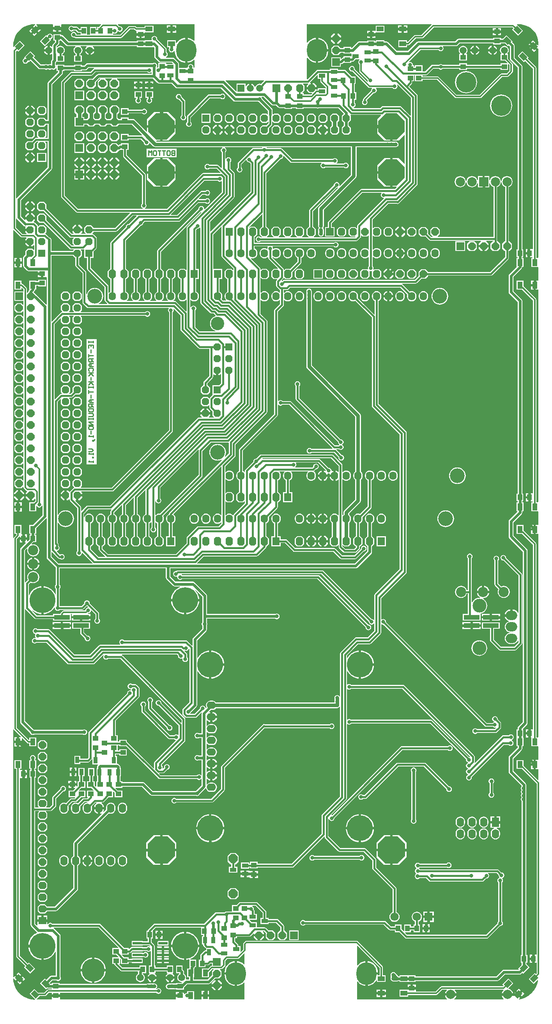
<source format=gbl>
G04*
G04 #@! TF.GenerationSoftware,Altium Limited,Altium Designer,18.1.9 (240)*
G04*
G04 Layer_Physical_Order=2*
G04 Layer_Color=39423*
%FSLAX44Y44*%
%MOMM*%
G71*
G01*
G75*
%ADD10C,0.2540*%
%ADD15C,0.3000*%
%ADD80R,1.2700X1.0160*%
%ADD82R,1.0160X1.2700*%
%ADD95R,1.4000X0.9000*%
%ADD99R,0.9000X1.4000*%
%ADD101R,1.6000X1.6000*%
%ADD166C,0.6000*%
%ADD167C,0.5000*%
%ADD168C,0.4000*%
%ADD171C,0.8000*%
%ADD172C,0.3500*%
%ADD176C,2.2000*%
%ADD177P,1.7870X8X202.5*%
%ADD178R,1.6510X1.6510*%
%ADD179C,3.0000*%
%ADD180O,2.5000X2.0000*%
%ADD181C,5.0000*%
G04:AMPARAMS|DCode=182|XSize=1.6mm|YSize=1.8mm|CornerRadius=0mm|HoleSize=0mm|Usage=FLASHONLY|Rotation=180.000|XOffset=0mm|YOffset=0mm|HoleType=Round|Shape=Octagon|*
%AMOCTAGOND182*
4,1,8,0.4000,-0.9000,-0.4000,-0.9000,-0.8000,-0.5000,-0.8000,0.5000,-0.4000,0.9000,0.4000,0.9000,0.8000,0.5000,0.8000,-0.5000,0.4000,-0.9000,0.0*
%
%ADD182OCTAGOND182*%

%ADD183R,1.6000X1.8000*%
G04:AMPARAMS|DCode=184|XSize=1.6mm|YSize=1.651mm|CornerRadius=0mm|HoleSize=0mm|Usage=FLASHONLY|Rotation=0.000|XOffset=0mm|YOffset=0mm|HoleType=Round|Shape=Octagon|*
%AMOCTAGOND184*
4,1,8,-0.4000,0.8255,0.4000,0.8255,0.8000,0.4255,0.8000,-0.4255,0.4000,-0.8255,-0.4000,-0.8255,-0.8000,-0.4255,-0.8000,0.4255,-0.4000,0.8255,0.0*
%
%ADD184OCTAGOND184*%

%ADD185P,1.7318X8X292.5*%
%ADD186C,2.9000*%
%ADD187C,3.1999*%
%ADD188O,1.6000X1.8000*%
%ADD189O,4.4000X4.9000*%
%ADD190P,1.7870X8X292.5*%
%ADD191R,1.6510X1.6510*%
%ADD192C,1.5000*%
%ADD193C,2.0000*%
%ADD194R,2.0000X2.0000*%
%ADD195C,4.4000*%
%ADD196R,1.5000X1.5000*%
G04:AMPARAMS|DCode=197|XSize=1.6mm|YSize=1.651mm|CornerRadius=0mm|HoleSize=0mm|Usage=FLASHONLY|Rotation=90.000|XOffset=0mm|YOffset=0mm|HoleType=Round|Shape=Octagon|*
%AMOCTAGOND197*
4,1,8,-0.8255,-0.4000,-0.8255,0.4000,-0.4255,0.8000,0.4255,0.8000,0.8255,0.4000,0.8255,-0.4000,0.4255,-0.8000,-0.4255,-0.8000,-0.8255,-0.4000,0.0*
%
%ADD197OCTAGOND197*%

%ADD198R,1.6510X1.6000*%
%ADD199C,5.6000*%
%ADD200R,1.6000X2.0000*%
%ADD201O,1.6000X2.0000*%
%ADD202O,1.6000X2.0000*%
%ADD203O,2.0000X1.6000*%
%ADD204C,1.8000*%
%ADD205R,1.8000X1.8000*%
%ADD206P,2.1648X8X112.5*%
%ADD207P,6.1697X8X292.5*%
%ADD208P,6.4944X8X292.5*%
%ADD209C,0.8000*%
%ADD210R,3.5000X1.0000*%
%ADD211R,1.1000X1.5000*%
G04:AMPARAMS|DCode=212|XSize=1.1mm|YSize=1.5mm|CornerRadius=0mm|HoleSize=0mm|Usage=FLASHONLY|Rotation=135.000|XOffset=0mm|YOffset=0mm|HoleType=Round|Shape=Rectangle|*
%AMROTATEDRECTD212*
4,1,4,0.9192,0.1414,-0.1414,-0.9192,-0.9192,-0.1414,0.1414,0.9192,0.9192,0.1414,0.0*
%
%ADD212ROTATEDRECTD212*%

%ADD213R,1.5000X1.1000*%
%ADD214R,2.0000X0.6000*%
G04:AMPARAMS|DCode=215|XSize=1.1mm|YSize=1.5mm|CornerRadius=0mm|HoleSize=0mm|Usage=FLASHONLY|Rotation=45.000|XOffset=0mm|YOffset=0mm|HoleType=Round|Shape=Rectangle|*
%AMROTATEDRECTD215*
4,1,4,0.1414,-0.9192,-0.9192,0.1414,-0.1414,0.9192,0.9192,-0.1414,0.1414,-0.9192,0.0*
%
%ADD215ROTATEDRECTD215*%

G36*
X781096Y271303D02*
X787088Y270112D01*
X792872Y268148D01*
X798352Y265446D01*
X803431Y262052D01*
X808024Y258024D01*
X812052Y253431D01*
X812055Y253426D01*
X813940Y250162D01*
X816448Y244106D01*
X818145Y237775D01*
X819000Y231277D01*
Y228000D01*
X818999D01*
Y226658D01*
X817826Y226172D01*
X816090Y227907D01*
X812173Y223990D01*
X817505Y218658D01*
X817826Y218979D01*
X818999Y218493D01*
X818999Y-234937D01*
X817729Y-236000D01*
X814569D01*
Y176373D01*
X814297Y177738D01*
X813523Y178896D01*
X795251Y197168D01*
X798031Y199948D01*
X784596Y213383D01*
X773990Y202776D01*
X787425Y189341D01*
X790204Y192121D01*
X807431Y174894D01*
Y-215510D01*
X806780Y-216510D01*
X806161Y-216510D01*
X801660D01*
Y-225400D01*
Y-234290D01*
X805862D01*
X806376Y-234879D01*
X806625Y-235560D01*
X806392Y-236000D01*
X803500D01*
Y-255000D01*
X817729D01*
X818500Y-255000D01*
X818999Y-256063D01*
X818999Y-284460D01*
X813500D01*
Y-294500D01*
Y-304540D01*
X818999D01*
X819000Y-764937D01*
X817730Y-766000D01*
X814569D01*
Y-326500D01*
X814297Y-325134D01*
X813523Y-323977D01*
X786500Y-296953D01*
Y-285000D01*
X771500D01*
Y-304000D01*
X783453D01*
X807431Y-327978D01*
Y-745110D01*
X806780Y-746110D01*
X806161Y-746110D01*
X801660D01*
Y-755000D01*
Y-763890D01*
X806494Y-763890D01*
X807263Y-764960D01*
X806975Y-766000D01*
X803500D01*
Y-785000D01*
X817730D01*
X818500Y-785000D01*
X819000Y-786063D01*
X819000Y-814460D01*
X813500D01*
Y-824500D01*
Y-834540D01*
X819000D01*
X819000Y-1274937D01*
X817730Y-1276000D01*
X814569D01*
Y-856500D01*
X814297Y-855134D01*
X813523Y-853977D01*
X786500Y-826953D01*
Y-815000D01*
X771500D01*
Y-834000D01*
X783453D01*
X807431Y-857978D01*
Y-1257110D01*
X806780Y-1258110D01*
X806161Y-1258110D01*
X801660D01*
Y-1267000D01*
Y-1275890D01*
X802276D01*
X803500Y-1276000D01*
X803500Y-1277160D01*
Y-1295000D01*
X817730D01*
X818500Y-1295000D01*
X819000Y-1296063D01*
X819000Y-1324460D01*
X813500D01*
Y-1334500D01*
Y-1344540D01*
X819000D01*
X819000Y-1367794D01*
X817827Y-1368280D01*
X786500Y-1336953D01*
Y-1325000D01*
X771500D01*
Y-1344000D01*
X783453D01*
X815431Y-1375978D01*
X815431Y-1747110D01*
X810660D01*
Y-1756000D01*
Y-1764890D01*
X815431D01*
Y-1788132D01*
X814194Y-1789369D01*
X811414Y-1786589D01*
X797979Y-1800024D01*
X808586Y-1810630D01*
X817309Y-1801907D01*
X818448Y-1802469D01*
X818145Y-1804776D01*
X816448Y-1811107D01*
X813940Y-1817162D01*
X810663Y-1822838D01*
X806673Y-1828038D01*
X802038Y-1832673D01*
X796838Y-1836663D01*
X791162Y-1839940D01*
X785107Y-1842448D01*
X778775Y-1844144D01*
X777348Y-1844332D01*
X776786Y-1843193D01*
X779269Y-1840711D01*
X773584Y-1835026D01*
X767899Y-1829341D01*
X765369Y-1831870D01*
X764167Y-1831462D01*
X764017Y-1830326D01*
X762754Y-1827276D01*
X760744Y-1824656D01*
X758124Y-1822646D01*
X755074Y-1821383D01*
X754292Y-1821280D01*
X753884Y-1820077D01*
X764745Y-1809216D01*
X754139Y-1798610D01*
X740704Y-1812045D01*
X743484Y-1814825D01*
X742567Y-1815741D01*
X608856D01*
X607491Y-1816013D01*
X606333Y-1816787D01*
X595688Y-1827431D01*
X554046D01*
X552980Y-1826940D01*
Y-1821820D01*
X544090D01*
X535200D01*
Y-1823500D01*
X517500D01*
Y-1838500D01*
X536500D01*
Y-1834569D01*
X597166D01*
X598532Y-1834297D01*
X599689Y-1833523D01*
X610334Y-1822879D01*
X619872D01*
X620280Y-1824081D01*
X619856Y-1824406D01*
X617846Y-1827026D01*
X616583Y-1830076D01*
X616481Y-1830850D01*
X628800D01*
X641119D01*
X641017Y-1830076D01*
X639754Y-1827026D01*
X637744Y-1824406D01*
X637320Y-1824081D01*
X637728Y-1822879D01*
X743087D01*
X743518Y-1824149D01*
X742856Y-1824656D01*
X740846Y-1827276D01*
X739583Y-1830326D01*
X739481Y-1831100D01*
X751800D01*
Y-1836100D01*
X739481D01*
X739583Y-1836874D01*
X740846Y-1839924D01*
X742856Y-1842544D01*
X743967Y-1843396D01*
X743536Y-1844666D01*
X636738D01*
X636307Y-1843396D01*
X637744Y-1842294D01*
X639754Y-1839674D01*
X641017Y-1836624D01*
X641119Y-1835850D01*
X628800D01*
X616481D01*
X616583Y-1836624D01*
X617846Y-1839674D01*
X619856Y-1842294D01*
X621293Y-1843396D01*
X620862Y-1844666D01*
X425334D01*
Y-1806186D01*
X426604Y-1805731D01*
X428414Y-1807936D01*
X432150Y-1811003D01*
X436413Y-1813282D01*
X441039Y-1814685D01*
X443350Y-1814913D01*
Y-1788000D01*
Y-1761087D01*
X441039Y-1761315D01*
X436413Y-1762718D01*
X432150Y-1764997D01*
X428414Y-1768064D01*
X426604Y-1770269D01*
X425334Y-1769814D01*
Y-1728531D01*
X426507Y-1728045D01*
X474431Y-1775969D01*
Y-1791500D01*
X471356D01*
X470503Y-1790559D01*
X470509Y-1790500D01*
Y-1790500D01*
X448350D01*
Y-1814913D01*
X450661Y-1814685D01*
X455286Y-1813282D01*
X459550Y-1811003D01*
X463286Y-1807936D01*
X466353Y-1804200D01*
X467268Y-1802488D01*
X468500Y-1802796D01*
Y-1806500D01*
X487500D01*
Y-1791500D01*
X481569D01*
Y-1774491D01*
X481297Y-1773125D01*
X480523Y-1771967D01*
X426723Y-1718167D01*
X425565Y-1717393D01*
X424199Y-1717121D01*
X184800D01*
X183435Y-1717393D01*
X182277Y-1718167D01*
X179167Y-1721277D01*
X178393Y-1722435D01*
X178121Y-1723801D01*
Y-1735832D01*
X173270Y-1740683D01*
X172000Y-1740157D01*
Y-1728500D01*
X167078D01*
Y-1727000D01*
X167078Y-1727000D01*
X166768Y-1725439D01*
X165884Y-1724116D01*
X165884Y-1724116D01*
X160078Y-1718311D01*
Y-1711240D01*
X164350D01*
Y-1708238D01*
X190880D01*
X190880Y-1708238D01*
X192441Y-1707928D01*
X193764Y-1707044D01*
X199932Y-1700876D01*
X201105Y-1701362D01*
Y-1702500D01*
X211900D01*
X222695D01*
Y-1699603D01*
X220384Y-1697292D01*
X220870Y-1696118D01*
X222651D01*
X227045Y-1700513D01*
Y-1710128D01*
X232173Y-1715255D01*
X242428D01*
X247555Y-1710128D01*
Y-1699872D01*
X242428Y-1694745D01*
X232813D01*
X227224Y-1689156D01*
X225901Y-1688272D01*
X224340Y-1687962D01*
X224340Y-1687962D01*
X207340D01*
Y-1676500D01*
X196108D01*
X192281Y-1672673D01*
X192767Y-1671500D01*
X207340D01*
Y-1658500D01*
X202418D01*
Y-1652340D01*
X202108Y-1650779D01*
X201224Y-1649456D01*
X201223Y-1649456D01*
X200894Y-1649126D01*
X201117Y-1648000D01*
X200652Y-1645659D01*
X199326Y-1643674D01*
X197671Y-1642568D01*
X198056Y-1641298D01*
X204730D01*
X220121Y-1656689D01*
Y-1667500D01*
X215340D01*
Y-1680500D01*
X233340D01*
Y-1678078D01*
X249311D01*
X258622Y-1687389D01*
Y-1694745D01*
X257572D01*
X252445Y-1699872D01*
Y-1710128D01*
X257572Y-1715255D01*
X267827D01*
X272955Y-1710128D01*
Y-1699872D01*
X267827Y-1694745D01*
X266778D01*
Y-1685700D01*
X266468Y-1684139D01*
X265584Y-1682816D01*
X265584Y-1682816D01*
X253884Y-1671116D01*
X252561Y-1670232D01*
X251000Y-1669922D01*
X251000Y-1669922D01*
X233340D01*
Y-1667500D01*
X228278D01*
Y-1655000D01*
X227968Y-1653439D01*
X227083Y-1652116D01*
X227083Y-1652116D01*
X209303Y-1634336D01*
X207980Y-1633452D01*
X206420Y-1633142D01*
X206420Y-1633142D01*
X171620D01*
X170059Y-1633452D01*
X168736Y-1634336D01*
X168736Y-1634336D01*
X163312Y-1639760D01*
X153650D01*
Y-1653462D01*
X143460D01*
X143460Y-1653462D01*
X142378Y-1653677D01*
X141400Y-1653483D01*
X139059Y-1653948D01*
X137074Y-1655274D01*
X136909Y-1655522D01*
X119400D01*
X119400Y-1655522D01*
X117839Y-1655832D01*
X116516Y-1656716D01*
X116516Y-1656716D01*
X93201Y-1680032D01*
X-14110D01*
X-14110Y-1680032D01*
X-15671Y-1680342D01*
X-16994Y-1681226D01*
X-28044Y-1692276D01*
X-28928Y-1693599D01*
X-29238Y-1695160D01*
X-30322Y-1695650D01*
X-32240D01*
Y-1712350D01*
X-29238D01*
Y-1718032D01*
X-39940D01*
Y-1717110D01*
X-63940D01*
Y-1727110D01*
X-39940D01*
Y-1726188D01*
X-26579D01*
X-24469Y-1728299D01*
X-25278Y-1729285D01*
X-25469Y-1729158D01*
X-27810Y-1728692D01*
X-30151Y-1729158D01*
X-32136Y-1730484D01*
X-32301Y-1730732D01*
X-39940D01*
Y-1729810D01*
X-63940D01*
Y-1730757D01*
X-65371Y-1731042D01*
X-66694Y-1731926D01*
X-66694Y-1731926D01*
X-69380Y-1734612D01*
X-70650Y-1734086D01*
Y-1732760D01*
X-80312D01*
X-131959Y-1681113D01*
X-133283Y-1680229D01*
X-134843Y-1679918D01*
X-134844Y-1679918D01*
X-236509D01*
X-236674Y-1679671D01*
X-238658Y-1678345D01*
X-241000Y-1677879D01*
X-243341Y-1678345D01*
X-245325Y-1679671D01*
X-246097Y-1680826D01*
X-247367Y-1680441D01*
Y-1675564D01*
X-258162D01*
X-268957D01*
Y-1683037D01*
X-270227Y-1683563D01*
X-273902Y-1679888D01*
Y-1435682D01*
X-266295D01*
X-265809Y-1436856D01*
X-268417Y-1439464D01*
Y-1449464D01*
X-263417Y-1454464D01*
X-252907D01*
X-247907Y-1449464D01*
Y-1439464D01*
X-250515Y-1436856D01*
X-250029Y-1435682D01*
X-240604D01*
X-240604Y-1435682D01*
X-239043Y-1435372D01*
X-237720Y-1434488D01*
X-229502Y-1426270D01*
X-228618Y-1424947D01*
X-228308Y-1423386D01*
X-228308Y-1423386D01*
Y-1408073D01*
X-213291Y-1393057D01*
X-213000Y-1393115D01*
X-210658Y-1392649D01*
X-208674Y-1391323D01*
X-207348Y-1389338D01*
X-206882Y-1386997D01*
X-207348Y-1384656D01*
X-208674Y-1382672D01*
X-210658Y-1381345D01*
X-213000Y-1380880D01*
X-215341Y-1381345D01*
X-217325Y-1382672D01*
X-218652Y-1384656D01*
X-219117Y-1386997D01*
X-219059Y-1387289D01*
X-235270Y-1403500D01*
X-236154Y-1404823D01*
X-236464Y-1406384D01*
X-236464Y-1406384D01*
Y-1421697D01*
X-242293Y-1427526D01*
X-249709D01*
X-250195Y-1426352D01*
X-247907Y-1424064D01*
Y-1414064D01*
X-252907Y-1409064D01*
X-263417D01*
X-268417Y-1414064D01*
Y-1424064D01*
X-266129Y-1426352D01*
X-266615Y-1427526D01*
X-273902D01*
Y-1363350D01*
X-271920D01*
Y-1346650D01*
X-273902D01*
Y-1344000D01*
X-271500D01*
Y-1325000D01*
X-273902D01*
Y-1323569D01*
X-273188Y-1322501D01*
X-272722Y-1320160D01*
X-273188Y-1317819D01*
X-274514Y-1315834D01*
X-276499Y-1314508D01*
X-278840Y-1314042D01*
X-281181Y-1314508D01*
X-283166Y-1315834D01*
X-284492Y-1317819D01*
X-284958Y-1320160D01*
X-284492Y-1322501D01*
X-284098Y-1323091D01*
Y-1325000D01*
X-286500D01*
Y-1344000D01*
X-284098D01*
Y-1346650D01*
X-286080D01*
Y-1363350D01*
X-284098D01*
Y-1432000D01*
Y-1682000D01*
X-283710Y-1683951D01*
X-282605Y-1685605D01*
X-270605Y-1697605D01*
X-269513Y-1698335D01*
X-269652Y-1699767D01*
X-272070Y-1700768D01*
X-276168Y-1703280D01*
X-279824Y-1706402D01*
X-282946Y-1710058D01*
X-285457Y-1714156D01*
X-287297Y-1718598D01*
X-288419Y-1723272D01*
X-288600Y-1725564D01*
X-258162D01*
Y-1728064D01*
X-255662D01*
Y-1758502D01*
X-253370Y-1758321D01*
X-248695Y-1757199D01*
X-244254Y-1755359D01*
X-240156Y-1752848D01*
X-236500Y-1749726D01*
X-233378Y-1746071D01*
X-230867Y-1741972D01*
X-230344Y-1740709D01*
X-229098Y-1740957D01*
Y-1792902D01*
X-238729D01*
X-240680Y-1793290D01*
X-242334Y-1794395D01*
X-249664Y-1801725D01*
X-252776Y-1798612D01*
X-263383Y-1809219D01*
X-249948Y-1822654D01*
X-247888Y-1820593D01*
X-246155Y-1820938D01*
X-237350D01*
Y-1822431D01*
X-245050D01*
X-246416Y-1822703D01*
X-247574Y-1823477D01*
X-253789Y-1829692D01*
X-266952D01*
X-275404Y-1821239D01*
X-286010Y-1831846D01*
X-274364Y-1843493D01*
X-274850Y-1844666D01*
X-275000D01*
X-275140Y-1844694D01*
X-281096Y-1844303D01*
X-287088Y-1843112D01*
X-292873Y-1841148D01*
X-298351Y-1838446D01*
X-303431Y-1835052D01*
X-308024Y-1831024D01*
X-312052Y-1826431D01*
X-315446Y-1821351D01*
X-318148Y-1815872D01*
X-320112Y-1810088D01*
X-321303Y-1804096D01*
X-321653Y-1798763D01*
X-320417Y-1798203D01*
X-316091Y-1802529D01*
X-312173Y-1798612D01*
X-317505Y-1793280D01*
X-320396Y-1796171D01*
X-321666Y-1795645D01*
X-321666Y-1257992D01*
X-320396Y-1257867D01*
X-320297Y-1258366D01*
X-319523Y-1259523D01*
X-304760Y-1274287D01*
X-305246Y-1275460D01*
X-308500D01*
Y-1283000D01*
X-302960D01*
Y-1277746D01*
X-301787Y-1277260D01*
X-291023Y-1288023D01*
X-289866Y-1288797D01*
X-288500Y-1289069D01*
X-286500D01*
Y-1295000D01*
X-271500D01*
Y-1276000D01*
X-286500D01*
Y-1280657D01*
X-287770Y-1281183D01*
X-313431Y-1255522D01*
Y-845478D01*
X-308477Y-840523D01*
X-308050Y-839885D01*
X-306780Y-840270D01*
Y-841500D01*
X-301660D01*
Y-835110D01*
X-303114D01*
X-303500Y-834000D01*
X-303500Y-833840D01*
Y-815000D01*
X-318500D01*
Y-834000D01*
X-314569D01*
Y-836522D01*
X-319523Y-841477D01*
X-320297Y-842634D01*
X-320396Y-843134D01*
X-321666Y-843009D01*
X-321667Y-175176D01*
X-320397Y-174650D01*
X-305023Y-190023D01*
X-303866Y-190797D01*
X-302500Y-191069D01*
X-293538D01*
X-293052Y-192242D01*
X-295540Y-194730D01*
Y-197500D01*
X-285000D01*
Y-200000D01*
X-282500D01*
Y-210540D01*
X-279730D01*
X-277242Y-208052D01*
X-276069Y-208538D01*
Y-217672D01*
X-277242Y-218158D01*
X-280000Y-215400D01*
X-290000D01*
X-295000Y-220400D01*
Y-228190D01*
X-298605Y-231795D01*
X-299710Y-233449D01*
X-300098Y-235400D01*
Y-252500D01*
X-299710Y-254451D01*
X-298605Y-256105D01*
X-292105Y-262605D01*
X-290451Y-263710D01*
X-288500Y-264098D01*
X-267890D01*
Y-267340D01*
X-259000D01*
Y-269840D01*
X-256500D01*
Y-277460D01*
X-250110D01*
Y-277460D01*
X-248870Y-277533D01*
Y-336124D01*
X-250140Y-336650D01*
X-271695Y-315095D01*
X-272983Y-314235D01*
Y-313573D01*
X-277173Y-309382D01*
X-275395Y-307605D01*
X-274290Y-305951D01*
X-273902Y-304000D01*
X-271500D01*
Y-296098D01*
X-267350D01*
Y-297240D01*
X-250650D01*
Y-283080D01*
X-267350D01*
Y-285902D01*
X-271500D01*
Y-285000D01*
X-286500D01*
Y-304000D01*
X-287102Y-305021D01*
X-287948Y-306287D01*
X-288336Y-308238D01*
Y-308445D01*
X-288365D01*
X-290791Y-310871D01*
X-291964Y-310385D01*
Y-302467D01*
X-292236Y-301102D01*
X-293009Y-299944D01*
X-300977Y-291977D01*
X-302134Y-291203D01*
X-303500Y-290931D01*
Y-285000D01*
X-318500D01*
Y-304000D01*
X-303500D01*
Y-301206D01*
X-302327Y-300720D01*
X-299101Y-303945D01*
Y-308445D01*
X-318893D01*
Y-328955D01*
X-299101D01*
Y-336595D01*
X-300275Y-337081D01*
X-303510Y-333845D01*
X-313765D01*
X-318893Y-338973D01*
Y-349227D01*
X-313765Y-354355D01*
X-303510D01*
X-300275Y-351119D01*
X-299101Y-351605D01*
Y-361995D01*
X-300275Y-362481D01*
X-303510Y-359245D01*
X-313765D01*
X-318893Y-364372D01*
Y-374627D01*
X-313765Y-379755D01*
X-303510D01*
X-300275Y-376519D01*
X-299101Y-377005D01*
Y-387395D01*
X-300275Y-387881D01*
X-303510Y-384645D01*
X-313765D01*
X-318893Y-389772D01*
Y-400028D01*
X-313765Y-405155D01*
X-303510D01*
X-300275Y-401919D01*
X-299101Y-402405D01*
Y-412795D01*
X-300275Y-413281D01*
X-303510Y-410045D01*
X-313765D01*
X-318893Y-415173D01*
Y-425428D01*
X-313765Y-430555D01*
X-303510D01*
X-300275Y-427319D01*
X-299101Y-427805D01*
Y-438195D01*
X-300275Y-438681D01*
X-303510Y-435445D01*
X-313765D01*
X-318893Y-440573D01*
Y-450827D01*
X-313765Y-455955D01*
X-303510D01*
X-300275Y-452719D01*
X-299101Y-453205D01*
Y-463595D01*
X-300275Y-464081D01*
X-303510Y-460845D01*
X-313765D01*
X-318893Y-465973D01*
Y-476227D01*
X-313765Y-481355D01*
X-303510D01*
X-300275Y-478119D01*
X-299101Y-478605D01*
Y-488995D01*
X-300275Y-489481D01*
X-303510Y-486245D01*
X-313765D01*
X-318893Y-491372D01*
Y-501628D01*
X-313765Y-506755D01*
X-303510D01*
X-300275Y-503519D01*
X-299101Y-504005D01*
Y-514395D01*
X-300275Y-514881D01*
X-303510Y-511645D01*
X-313765D01*
X-318893Y-516772D01*
Y-527028D01*
X-313765Y-532155D01*
X-303510D01*
X-300275Y-528919D01*
X-299101Y-529405D01*
Y-539795D01*
X-300275Y-540281D01*
X-303510Y-537045D01*
X-313765D01*
X-318893Y-542173D01*
Y-552427D01*
X-313765Y-557555D01*
X-303510D01*
X-300275Y-554319D01*
X-299101Y-554805D01*
Y-565195D01*
X-300275Y-565681D01*
X-303510Y-562445D01*
X-313765D01*
X-318893Y-567573D01*
Y-577827D01*
X-313765Y-582955D01*
X-303510D01*
X-300275Y-579719D01*
X-299101Y-580205D01*
Y-590595D01*
X-300275Y-591081D01*
X-303510Y-587845D01*
X-313765D01*
X-318893Y-592972D01*
Y-603228D01*
X-313765Y-608355D01*
X-303510D01*
X-300275Y-605119D01*
X-299101Y-605605D01*
Y-615995D01*
X-300275Y-616481D01*
X-303510Y-613245D01*
X-313765D01*
X-318893Y-618372D01*
Y-628628D01*
X-313765Y-633755D01*
X-303510D01*
X-300275Y-630519D01*
X-299101Y-631005D01*
Y-641395D01*
X-300275Y-641881D01*
X-303510Y-638645D01*
X-313765D01*
X-318893Y-643773D01*
Y-654027D01*
X-313765Y-659155D01*
X-303510D01*
X-300275Y-655919D01*
X-299101Y-656405D01*
Y-666795D01*
X-300275Y-667281D01*
X-303510Y-664045D01*
X-313765D01*
X-318893Y-669173D01*
Y-679427D01*
X-313765Y-684555D01*
X-303510D01*
X-300275Y-681319D01*
X-299101Y-681805D01*
Y-692195D01*
X-300275Y-692681D01*
X-303510Y-689445D01*
X-313765D01*
X-318893Y-694573D01*
Y-704827D01*
X-313765Y-709955D01*
X-303510D01*
X-300275Y-706719D01*
X-299101Y-707205D01*
Y-717595D01*
X-300275Y-718081D01*
X-303510Y-714845D01*
X-313765D01*
X-318893Y-719973D01*
Y-730228D01*
X-313765Y-735355D01*
X-303510D01*
X-300275Y-732119D01*
X-299101Y-732605D01*
Y-733467D01*
X-298830Y-734833D01*
X-298056Y-735991D01*
X-293523Y-740523D01*
X-292366Y-741297D01*
X-292080Y-741354D01*
X-291662Y-742732D01*
X-294033Y-745102D01*
Y-748000D01*
X-283238D01*
Y-750500D01*
X-280738D01*
Y-761295D01*
X-277840D01*
X-274742Y-758197D01*
X-273569Y-758683D01*
Y-763152D01*
X-276417Y-766000D01*
X-286500D01*
Y-785000D01*
X-271500D01*
Y-774358D01*
X-270230Y-773972D01*
X-269326Y-775326D01*
X-267341Y-776652D01*
X-265000Y-777117D01*
X-262659Y-776652D01*
X-260674Y-775326D01*
X-259348Y-773341D01*
X-258098Y-773566D01*
Y-793888D01*
X-279210Y-815000D01*
X-286500D01*
Y-834000D01*
X-283938D01*
Y-835650D01*
X-285920D01*
Y-845788D01*
X-290367Y-850234D01*
X-291540Y-849748D01*
Y-846500D01*
X-296660D01*
Y-852890D01*
X-294682D01*
X-294196Y-854063D01*
X-305025Y-864893D01*
X-306130Y-866546D01*
X-306518Y-868497D01*
Y-1242080D01*
X-306130Y-1244031D01*
X-305025Y-1245685D01*
X-284846Y-1265863D01*
X-284652Y-1266841D01*
X-283326Y-1268826D01*
X-281341Y-1270152D01*
X-279000Y-1270618D01*
X-276659Y-1270152D01*
X-275830Y-1269598D01*
X-170170D01*
X-169341Y-1270152D01*
X-167000Y-1270618D01*
X-164659Y-1270152D01*
X-162674Y-1268826D01*
X-161348Y-1266841D01*
X-160882Y-1264500D01*
X-161348Y-1262159D01*
X-162674Y-1260174D01*
X-164659Y-1258848D01*
X-167000Y-1258382D01*
X-169341Y-1258848D01*
X-170170Y-1259402D01*
X-275830D01*
X-276659Y-1258848D01*
X-277637Y-1258654D01*
X-296322Y-1239968D01*
Y-998017D01*
X-295052Y-997632D01*
X-294884Y-997884D01*
X-274884Y-1017884D01*
X-274884Y-1017884D01*
X-273561Y-1018768D01*
X-272000Y-1019078D01*
X-272000Y-1019078D01*
X-235500D01*
Y-1022000D01*
X-196500D01*
Y-1008000D01*
X-195409Y-1007569D01*
X-194039D01*
Y-1012499D01*
X-153959D01*
Y-1007459D01*
X-158355D01*
X-158879Y-1006725D01*
X-158956Y-1006189D01*
X-158827Y-1006083D01*
X-156659Y-1005652D01*
X-154674Y-1004326D01*
X-153348Y-1002341D01*
X-152996Y-1000568D01*
X-151666Y-1000102D01*
X-143078Y-1008690D01*
Y-1018507D01*
X-143326Y-1018672D01*
X-144652Y-1020657D01*
X-145117Y-1022998D01*
X-144652Y-1025339D01*
X-143326Y-1027324D01*
X-141341Y-1028650D01*
X-139000Y-1029116D01*
X-136659Y-1028650D01*
X-134674Y-1027324D01*
X-133348Y-1025339D01*
X-132882Y-1022998D01*
X-133348Y-1020657D01*
X-134674Y-1018672D01*
X-134921Y-1018507D01*
Y-1007000D01*
X-134921Y-1007000D01*
X-135232Y-1005440D01*
X-136116Y-1004116D01*
X-136116Y-1004116D01*
X-155441Y-984792D01*
X-155382Y-984500D01*
X-155848Y-982159D01*
X-157174Y-980174D01*
X-159159Y-978848D01*
X-161500Y-978382D01*
X-163841Y-978848D01*
X-165826Y-980174D01*
X-167152Y-982159D01*
X-167617Y-984500D01*
X-167560Y-984792D01*
X-173689Y-990922D01*
X-220509D01*
X-220674Y-990674D01*
X-220922Y-990509D01*
Y-953491D01*
X-220674Y-953326D01*
X-219348Y-951341D01*
X-218883Y-949000D01*
X-219348Y-946659D01*
X-220674Y-944674D01*
X-220922Y-944509D01*
Y-909098D01*
X9902D01*
Y-929000D01*
X10290Y-930951D01*
X11395Y-932605D01*
X25395Y-946605D01*
X27049Y-947710D01*
X29000Y-948098D01*
X41059D01*
X41312Y-949368D01*
X37930Y-950769D01*
X33832Y-953280D01*
X30176Y-956402D01*
X27054Y-960058D01*
X24543Y-964156D01*
X22703Y-968597D01*
X21581Y-973272D01*
X21400Y-975564D01*
X51838D01*
X82276D01*
X82095Y-973272D01*
X80973Y-968597D01*
X79134Y-964156D01*
X76622Y-960058D01*
X74104Y-957110D01*
X75037Y-956247D01*
X88902Y-970112D01*
Y-1013000D01*
Y-1026830D01*
X88348Y-1027659D01*
X87882Y-1030000D01*
X88348Y-1032341D01*
X88902Y-1033170D01*
Y-1039888D01*
X69355Y-1059435D01*
X68250Y-1061089D01*
X67862Y-1063040D01*
Y-1076015D01*
X66689Y-1076501D01*
X56504Y-1066316D01*
X55181Y-1065432D01*
X53620Y-1065122D01*
X53620Y-1065122D01*
X-80509D01*
X-80674Y-1064874D01*
X-82659Y-1063548D01*
X-85000Y-1063083D01*
X-87341Y-1063548D01*
X-89326Y-1064874D01*
X-90652Y-1066859D01*
X-91117Y-1069200D01*
X-90652Y-1071541D01*
X-89326Y-1073526D01*
X-89175Y-1073626D01*
X-89544Y-1074842D01*
X-132418D01*
X-133979Y-1075152D01*
X-135302Y-1076036D01*
X-135302Y-1076036D01*
X-155107Y-1095842D01*
X-188468D01*
X-242194Y-1042116D01*
X-243517Y-1041232D01*
X-245077Y-1040922D01*
X-245077Y-1040922D01*
X-268509D01*
X-268674Y-1040674D01*
X-270659Y-1039348D01*
X-273000Y-1038883D01*
X-275341Y-1039348D01*
X-277326Y-1040674D01*
X-278652Y-1042659D01*
X-279118Y-1045000D01*
X-278652Y-1047341D01*
X-277326Y-1049326D01*
X-275341Y-1050652D01*
X-274015Y-1050916D01*
X-273430Y-1052327D01*
X-273652Y-1052659D01*
X-274118Y-1055000D01*
X-273652Y-1057341D01*
X-272485Y-1059088D01*
X-272882Y-1059983D01*
X-273114Y-1060257D01*
X-275000Y-1059883D01*
X-277341Y-1060348D01*
X-279326Y-1061674D01*
X-280652Y-1063659D01*
X-281117Y-1066000D01*
X-280652Y-1068341D01*
X-279326Y-1070326D01*
X-277341Y-1071652D01*
X-275000Y-1072117D01*
X-272659Y-1071652D01*
X-270674Y-1070326D01*
X-270509Y-1070078D01*
X-249689D01*
X-203884Y-1115884D01*
X-203884Y-1115884D01*
X-202561Y-1116768D01*
X-201000Y-1117078D01*
X-148000D01*
X-148000Y-1117078D01*
X-146439Y-1116768D01*
X-145116Y-1115884D01*
X-125870Y-1096638D01*
X-124883Y-1097447D01*
X-125677Y-1098634D01*
X-126142Y-1100975D01*
X-125677Y-1103316D01*
X-124351Y-1105301D01*
X-122366Y-1106627D01*
X-120025Y-1107093D01*
X-117684Y-1106627D01*
X-115699Y-1105301D01*
X-115534Y-1105054D01*
X-88841D01*
X43922Y-1237816D01*
Y-1243492D01*
X42748Y-1243978D01*
X60Y-1201289D01*
X118Y-1200998D01*
X-348Y-1198656D01*
X-1674Y-1196672D01*
X-3659Y-1195346D01*
X-6000Y-1194880D01*
X-8341Y-1195346D01*
X-10326Y-1196672D01*
X-11652Y-1198656D01*
X-12118Y-1200998D01*
X-11652Y-1203339D01*
X-10326Y-1205323D01*
X-8341Y-1206649D01*
X-6000Y-1207115D01*
X-5708Y-1207057D01*
X37382Y-1250147D01*
Y-1270043D01*
X36112Y-1270598D01*
X34541Y-1269548D01*
X32200Y-1269082D01*
X29859Y-1269548D01*
X27874Y-1270874D01*
X27709Y-1271122D01*
X18889D01*
X-34922Y-1217311D01*
Y-1208491D01*
X-34674Y-1208326D01*
X-33348Y-1206341D01*
X-32882Y-1204000D01*
X-33348Y-1201659D01*
X-34674Y-1199674D01*
X-36659Y-1198348D01*
X-39000Y-1197883D01*
X-41341Y-1198348D01*
X-43326Y-1199674D01*
X-44652Y-1201659D01*
X-45118Y-1204000D01*
X-44652Y-1206341D01*
X-43326Y-1208326D01*
X-43078Y-1208491D01*
Y-1219000D01*
X-43078Y-1219000D01*
X-42768Y-1220561D01*
X-41884Y-1221884D01*
X14316Y-1278084D01*
X15639Y-1278968D01*
X17200Y-1279278D01*
X27709D01*
X27874Y-1279526D01*
X29859Y-1280852D01*
X30862Y-1281051D01*
X31280Y-1282430D01*
X-14424Y-1328134D01*
X-15308Y-1329457D01*
X-15618Y-1331017D01*
X-15618Y-1331017D01*
Y-1342281D01*
X-16792Y-1342767D01*
X-74352Y-1285206D01*
X-74650Y-1285007D01*
Y-1281010D01*
X-91350D01*
Y-1284712D01*
X-94650D01*
Y-1271010D01*
X-98922D01*
Y-1239689D01*
X-48576Y-1189344D01*
X-48576Y-1189344D01*
X-47692Y-1188021D01*
X-47382Y-1186460D01*
Y-1169385D01*
X-47692Y-1167824D01*
X-48576Y-1166501D01*
X-48576Y-1166501D01*
X-53501Y-1161576D01*
X-54825Y-1160692D01*
X-56385Y-1160382D01*
X-56385Y-1160382D01*
X-63109D01*
X-64659Y-1159346D01*
X-67000Y-1158880D01*
X-69341Y-1159346D01*
X-71326Y-1160672D01*
X-72652Y-1162657D01*
X-73117Y-1164998D01*
X-72652Y-1167339D01*
X-71326Y-1169323D01*
X-69341Y-1170650D01*
X-67036Y-1171108D01*
X-66686Y-1171204D01*
X-65914Y-1171976D01*
X-66118Y-1173000D01*
X-66080Y-1173188D01*
X-66978Y-1174086D01*
X-68000Y-1173883D01*
X-70341Y-1174348D01*
X-72326Y-1175674D01*
X-73652Y-1177659D01*
X-74117Y-1180000D01*
X-74060Y-1180292D01*
X-156884Y-1263116D01*
X-157768Y-1264439D01*
X-158078Y-1266000D01*
X-158078Y-1266000D01*
Y-1319311D01*
X-160689Y-1321922D01*
X-175850D01*
Y-1315790D01*
X-188850D01*
Y-1333790D01*
X-175850D01*
Y-1330078D01*
X-159000D01*
X-159000Y-1330078D01*
X-157439Y-1329768D01*
X-156116Y-1328884D01*
X-151116Y-1323884D01*
X-150770Y-1323366D01*
X-149500Y-1323751D01*
Y-1334250D01*
X-137806D01*
X-137280Y-1335520D01*
X-137605Y-1335845D01*
X-138710Y-1337499D01*
X-139098Y-1339450D01*
Y-1342250D01*
X-140500D01*
Y-1360250D01*
X-139098D01*
Y-1371026D01*
X-141350D01*
Y-1382313D01*
X-142523Y-1382799D01*
X-144650Y-1380672D01*
Y-1371010D01*
X-147922D01*
Y-1360250D01*
X-145500D01*
Y-1342250D01*
X-158500D01*
Y-1360250D01*
X-156078D01*
Y-1371010D01*
X-161350D01*
Y-1385170D01*
X-151688D01*
X-146701Y-1390157D01*
X-147187Y-1391330D01*
X-161350D01*
Y-1405490D01*
X-159917D01*
X-159431Y-1406663D01*
X-160689Y-1407922D01*
X-168500D01*
X-168500Y-1407922D01*
X-170061Y-1408232D01*
X-171384Y-1409116D01*
X-171384Y-1409116D01*
X-180917Y-1418649D01*
X-183295Y-1417663D01*
X-185906Y-1417320D01*
X-188517Y-1417663D01*
X-190949Y-1418671D01*
X-193038Y-1420274D01*
X-194641Y-1422363D01*
X-195649Y-1424796D01*
X-195992Y-1427406D01*
Y-1431406D01*
X-195649Y-1434017D01*
X-194641Y-1436449D01*
X-193038Y-1438538D01*
X-190949Y-1440141D01*
X-188517Y-1441149D01*
X-185906Y-1441492D01*
X-183295Y-1441149D01*
X-180863Y-1440141D01*
X-178774Y-1438538D01*
X-177171Y-1436449D01*
X-176163Y-1434017D01*
X-175820Y-1431406D01*
Y-1427406D01*
X-176089Y-1425357D01*
X-166811Y-1416078D01*
X-160807D01*
X-160723Y-1417348D01*
X-163116Y-1417663D01*
X-165549Y-1418671D01*
X-167638Y-1420274D01*
X-169241Y-1422363D01*
X-170249Y-1424796D01*
X-170592Y-1427406D01*
Y-1431406D01*
X-170249Y-1434017D01*
X-169241Y-1436449D01*
X-167638Y-1438538D01*
X-165549Y-1440141D01*
X-163116Y-1441149D01*
X-160506Y-1441492D01*
X-157895Y-1441149D01*
X-155463Y-1440141D01*
X-153374Y-1438538D01*
X-151771Y-1436449D01*
X-150763Y-1434017D01*
X-150420Y-1431406D01*
Y-1427406D01*
X-150689Y-1425357D01*
X-142411Y-1417078D01*
X-140960D01*
X-140707Y-1417605D01*
X-140616Y-1418348D01*
X-142623Y-1419889D01*
X-144313Y-1422090D01*
X-145375Y-1424655D01*
X-145671Y-1426906D01*
X-124541D01*
X-124837Y-1424655D01*
X-125899Y-1422090D01*
X-127589Y-1419889D01*
X-129596Y-1418348D01*
X-129505Y-1417605D01*
X-129252Y-1417078D01*
X-127750D01*
X-127750Y-1417078D01*
X-126189Y-1416768D01*
X-124866Y-1415884D01*
X-114312Y-1405330D01*
X-104650D01*
Y-1394187D01*
X-103477Y-1393701D01*
X-101350Y-1395828D01*
Y-1405490D01*
X-84650D01*
Y-1391330D01*
X-94312D01*
X-99299Y-1386343D01*
X-98813Y-1385170D01*
X-84650D01*
Y-1383188D01*
X-42022D01*
X-24605Y-1400605D01*
X-22951Y-1401710D01*
X-21000Y-1402098D01*
X74790D01*
X75619Y-1402652D01*
X77960Y-1403118D01*
X80301Y-1402652D01*
X82286Y-1401326D01*
X83612Y-1399341D01*
X83806Y-1398363D01*
X95928Y-1386242D01*
X97257Y-1386611D01*
X98265Y-1389043D01*
X99868Y-1391132D01*
X101957Y-1392735D01*
X104389Y-1393743D01*
X107000Y-1394086D01*
X111000D01*
X113610Y-1393743D01*
X116043Y-1392735D01*
X118132Y-1391132D01*
X119735Y-1389043D01*
X120743Y-1386611D01*
X121086Y-1384000D01*
X120743Y-1381389D01*
X119735Y-1378957D01*
X118132Y-1376868D01*
X116043Y-1375265D01*
X113610Y-1374257D01*
X111000Y-1373914D01*
X107000D01*
X104389Y-1374257D01*
X101957Y-1375265D01*
X99868Y-1376868D01*
X99368Y-1377520D01*
X98098Y-1377088D01*
Y-1366288D01*
X99301Y-1365880D01*
X99483Y-1366117D01*
X101685Y-1367807D01*
X104249Y-1368869D01*
X106500Y-1369165D01*
Y-1358600D01*
Y-1348035D01*
X104249Y-1348331D01*
X101685Y-1349393D01*
X99483Y-1351083D01*
X99301Y-1351320D01*
X98098Y-1350912D01*
Y-1340888D01*
X99301Y-1340480D01*
X99483Y-1340717D01*
X101685Y-1342407D01*
X104249Y-1343469D01*
X106500Y-1343765D01*
Y-1333200D01*
Y-1322635D01*
X104249Y-1322931D01*
X101685Y-1323993D01*
X99483Y-1325683D01*
X99301Y-1325920D01*
X98098Y-1325512D01*
Y-1322000D01*
X97899Y-1321000D01*
X98098Y-1320000D01*
Y-1314712D01*
X99368Y-1314281D01*
X99868Y-1314932D01*
X101957Y-1316535D01*
X104389Y-1317543D01*
X107000Y-1317886D01*
X111000D01*
X113610Y-1317543D01*
X116043Y-1316535D01*
X118132Y-1314932D01*
X119735Y-1312843D01*
X120743Y-1310410D01*
X121086Y-1307800D01*
X120743Y-1305190D01*
X119735Y-1302757D01*
X118132Y-1300668D01*
X116043Y-1299065D01*
X113610Y-1298057D01*
X111000Y-1297714D01*
X107000D01*
X104389Y-1298057D01*
X101957Y-1299065D01*
X99868Y-1300668D01*
X99368Y-1301319D01*
X98098Y-1300888D01*
Y-1289312D01*
X99368Y-1288880D01*
X99868Y-1289532D01*
X101957Y-1291135D01*
X104389Y-1292143D01*
X107000Y-1292486D01*
X111000D01*
X113610Y-1292143D01*
X116043Y-1291135D01*
X118132Y-1289532D01*
X119735Y-1287443D01*
X120743Y-1285011D01*
X121086Y-1282400D01*
X120743Y-1279790D01*
X119735Y-1277357D01*
X118132Y-1275268D01*
X116043Y-1273665D01*
X113610Y-1272657D01*
X111000Y-1272314D01*
X107000D01*
X104389Y-1272657D01*
X101957Y-1273665D01*
X99868Y-1275268D01*
X99368Y-1275919D01*
X98098Y-1275488D01*
Y-1263912D01*
X99368Y-1263481D01*
X99868Y-1264132D01*
X101957Y-1265735D01*
X104389Y-1266743D01*
X107000Y-1267086D01*
X111000D01*
X113610Y-1266743D01*
X116043Y-1265735D01*
X118132Y-1264132D01*
X119735Y-1262043D01*
X120743Y-1259611D01*
X121086Y-1257000D01*
X120743Y-1254389D01*
X119735Y-1251957D01*
X118132Y-1249868D01*
X116043Y-1248265D01*
X113610Y-1247257D01*
X111000Y-1246914D01*
X107000D01*
X104389Y-1247257D01*
X101957Y-1248265D01*
X99868Y-1249868D01*
X99368Y-1250519D01*
X98098Y-1250088D01*
Y-1239288D01*
X99301Y-1238880D01*
X99483Y-1239117D01*
X101685Y-1240807D01*
X104249Y-1241869D01*
X106500Y-1242165D01*
Y-1231600D01*
Y-1221035D01*
X104249Y-1221331D01*
X104108Y-1221390D01*
X103388Y-1220313D01*
X107415Y-1216286D01*
X111000D01*
X113610Y-1215943D01*
X116043Y-1214935D01*
X118132Y-1213332D01*
X118911Y-1212318D01*
X381800D01*
X384141Y-1211852D01*
X386126Y-1210526D01*
X386206Y-1210406D01*
X386326Y-1210326D01*
X387112Y-1209150D01*
X388382Y-1209535D01*
Y-1403602D01*
X349576Y-1442407D01*
X348692Y-1443730D01*
X348382Y-1445291D01*
X348382Y-1445291D01*
Y-1484741D01*
X283201Y-1549922D01*
X209350D01*
Y-1545760D01*
X192650D01*
Y-1549922D01*
X191000D01*
Y-1547500D01*
X173000D01*
Y-1560500D01*
X191000D01*
Y-1558078D01*
X192650D01*
Y-1559920D01*
X209350D01*
Y-1558078D01*
X284890D01*
X284890Y-1558078D01*
X286451Y-1557768D01*
X287774Y-1556884D01*
X353748Y-1490909D01*
X354922Y-1491395D01*
Y-1492000D01*
X354922Y-1492000D01*
X355232Y-1493561D01*
X356116Y-1494884D01*
X384116Y-1522884D01*
X384116Y-1522884D01*
X385439Y-1523768D01*
X387000Y-1524078D01*
X387000Y-1524078D01*
X439811D01*
X458422Y-1542689D01*
Y-1559500D01*
X458422Y-1559500D01*
X458732Y-1561061D01*
X459616Y-1562384D01*
X502403Y-1605170D01*
Y-1654783D01*
X500934Y-1655392D01*
X498636Y-1657155D01*
X496873Y-1659453D01*
X495764Y-1662128D01*
X495386Y-1665000D01*
X495764Y-1667872D01*
X496873Y-1670547D01*
X498636Y-1672845D01*
X500934Y-1674608D01*
X503610Y-1675717D01*
X506481Y-1676095D01*
X509353Y-1675717D01*
X512029Y-1674608D01*
X514326Y-1672845D01*
X516090Y-1670547D01*
X517198Y-1667872D01*
X517576Y-1665000D01*
X517198Y-1662128D01*
X516090Y-1659453D01*
X514326Y-1657155D01*
X512029Y-1655392D01*
X510560Y-1654783D01*
Y-1603481D01*
X510560Y-1603481D01*
X510249Y-1601920D01*
X509365Y-1600597D01*
X509365Y-1600597D01*
X466578Y-1557811D01*
Y-1541000D01*
X466578Y-1541000D01*
X466268Y-1539439D01*
X465384Y-1538116D01*
X465384Y-1538116D01*
X444384Y-1517116D01*
X443061Y-1516232D01*
X441500Y-1515922D01*
X441500Y-1515922D01*
X388689D01*
X363078Y-1490311D01*
Y-1453467D01*
X364348Y-1453341D01*
X365674Y-1455326D01*
X367659Y-1456652D01*
X370000Y-1457117D01*
X372341Y-1456652D01*
X374326Y-1455326D01*
X375652Y-1453341D01*
X376118Y-1451000D01*
X376059Y-1450708D01*
X523689Y-1303078D01*
X622509D01*
X622674Y-1303326D01*
X624659Y-1304652D01*
X627000Y-1305117D01*
X629341Y-1304652D01*
X631326Y-1303326D01*
X632652Y-1301341D01*
X633117Y-1299000D01*
X632652Y-1296659D01*
X631326Y-1294674D01*
X629341Y-1293348D01*
X627000Y-1292883D01*
X624659Y-1293348D01*
X622674Y-1294674D01*
X622509Y-1294922D01*
X522000D01*
X520439Y-1295232D01*
X519116Y-1296116D01*
X519116Y-1296116D01*
X370735Y-1444497D01*
X370131Y-1444433D01*
X369662Y-1443105D01*
X401884Y-1410884D01*
X401884Y-1410884D01*
X402768Y-1409561D01*
X403078Y-1408000D01*
X403078Y-1408000D01*
Y-1247455D01*
X404348Y-1246776D01*
X405659Y-1247652D01*
X408000Y-1248118D01*
X410341Y-1247652D01*
X412326Y-1246326D01*
X412852Y-1245538D01*
X583971D01*
X662007Y-1323575D01*
X661882Y-1324200D01*
X662348Y-1326541D01*
X663674Y-1328526D01*
X665659Y-1329852D01*
X666416Y-1330002D01*
Y-1331297D01*
X665659Y-1331448D01*
X663674Y-1332774D01*
X662348Y-1334759D01*
X661882Y-1337100D01*
X662348Y-1339441D01*
X663674Y-1341426D01*
X665659Y-1342752D01*
X666417Y-1342903D01*
Y-1344197D01*
X665659Y-1344348D01*
X663674Y-1345674D01*
X662348Y-1347659D01*
X661882Y-1350000D01*
X662348Y-1352341D01*
X663674Y-1354326D01*
X665659Y-1355652D01*
X666371Y-1357088D01*
X666320Y-1357256D01*
X665859Y-1357348D01*
X663874Y-1358674D01*
X662548Y-1360659D01*
X662082Y-1363000D01*
X662548Y-1365341D01*
X663874Y-1367326D01*
X665859Y-1368652D01*
X668200Y-1369117D01*
X670541Y-1368652D01*
X672526Y-1367326D01*
X673852Y-1365341D01*
X674317Y-1363000D01*
X674073Y-1361772D01*
X743767Y-1292078D01*
X754509D01*
X754674Y-1292326D01*
X756659Y-1293652D01*
X759000Y-1294117D01*
X761341Y-1293652D01*
X763326Y-1292326D01*
X764652Y-1290341D01*
X765117Y-1288000D01*
X764652Y-1285659D01*
X763326Y-1283674D01*
X761341Y-1282348D01*
X761045Y-1282289D01*
Y-1280994D01*
X761761Y-1280852D01*
X763746Y-1279526D01*
X765072Y-1277541D01*
X765537Y-1275200D01*
X765072Y-1272859D01*
X763746Y-1270874D01*
X761761Y-1269548D01*
X759420Y-1269082D01*
X757079Y-1269548D01*
X755094Y-1270874D01*
X754929Y-1271122D01*
X742800D01*
X741239Y-1271432D01*
X739916Y-1272316D01*
X739916Y-1272316D01*
X735716Y-1276516D01*
X735716Y-1276516D01*
X689116Y-1323116D01*
X689116Y-1323116D01*
X681479Y-1330753D01*
X680492Y-1329944D01*
X680508Y-1329921D01*
X680818Y-1328360D01*
Y-1317740D01*
X680508Y-1316179D01*
X679624Y-1314856D01*
X679624Y-1314856D01*
X527884Y-1163116D01*
X526561Y-1162232D01*
X525000Y-1161922D01*
X525000Y-1161922D01*
X412491D01*
X412326Y-1161674D01*
X410341Y-1160348D01*
X408000Y-1159883D01*
X405659Y-1160348D01*
X404348Y-1161224D01*
X403078Y-1160545D01*
Y-1132341D01*
X403486Y-1132148D01*
X404348Y-1132042D01*
X406716Y-1135907D01*
X409838Y-1139562D01*
X413494Y-1142684D01*
X417592Y-1145195D01*
X422034Y-1147035D01*
X426708Y-1148157D01*
X429000Y-1148338D01*
Y-1117900D01*
Y-1087462D01*
X426708Y-1087643D01*
X422034Y-1088765D01*
X417592Y-1090604D01*
X413494Y-1093116D01*
X409838Y-1096238D01*
X406716Y-1099893D01*
X404348Y-1103758D01*
X403486Y-1103652D01*
X403078Y-1103459D01*
Y-1097938D01*
X427398Y-1073618D01*
X452709D01*
X452709Y-1073618D01*
X454270Y-1073308D01*
X455593Y-1072424D01*
X476344Y-1051673D01*
X476344Y-1051673D01*
X477228Y-1050350D01*
X477538Y-1048789D01*
Y-1030762D01*
X478808Y-1030084D01*
X479659Y-1030652D01*
X482000Y-1031117D01*
X482292Y-1031059D01*
X702616Y-1251384D01*
X703939Y-1252268D01*
X705500Y-1252579D01*
X705500Y-1252579D01*
X720109D01*
X720274Y-1252826D01*
X722259Y-1254152D01*
X724600Y-1254618D01*
X726121Y-1254315D01*
X726747Y-1255486D01*
X724311Y-1257922D01*
X686491D01*
X686326Y-1257674D01*
X684341Y-1256348D01*
X682000Y-1255882D01*
X679659Y-1256348D01*
X677674Y-1257674D01*
X676348Y-1259659D01*
X675882Y-1262000D01*
X676348Y-1264341D01*
X677674Y-1266326D01*
X679659Y-1267652D01*
X682000Y-1268118D01*
X684341Y-1267652D01*
X686326Y-1266326D01*
X686491Y-1266078D01*
X726000D01*
X726000Y-1266078D01*
X727561Y-1265768D01*
X728884Y-1264884D01*
X736884Y-1256884D01*
X737768Y-1255561D01*
X738078Y-1254000D01*
Y-1245000D01*
X737768Y-1243440D01*
X736884Y-1242116D01*
X736884Y-1242116D01*
X730859Y-1236092D01*
X730917Y-1235800D01*
X730452Y-1233459D01*
X729126Y-1231474D01*
X727141Y-1230148D01*
X724800Y-1229683D01*
X722459Y-1230148D01*
X720474Y-1231474D01*
X719148Y-1233459D01*
X718682Y-1235800D01*
X719148Y-1238141D01*
X720474Y-1240126D01*
X722459Y-1241452D01*
X722614Y-1241483D01*
Y-1242778D01*
X722259Y-1242848D01*
X720274Y-1244174D01*
X720109Y-1244422D01*
X707189D01*
X488060Y-1025292D01*
X488117Y-1025000D01*
X487652Y-1022659D01*
X486326Y-1020674D01*
X484341Y-1019348D01*
X482000Y-1018883D01*
X479659Y-1019348D01*
X478808Y-1019917D01*
X477538Y-1019238D01*
Y-974229D01*
X481188Y-970580D01*
X481421Y-970424D01*
X531884Y-919961D01*
X531884Y-919961D01*
X532768Y-918638D01*
X533078Y-917077D01*
X533078Y-917077D01*
Y-614751D01*
X533078Y-614751D01*
X532768Y-613190D01*
X531884Y-611867D01*
X471968Y-551952D01*
Y-328835D01*
X472933Y-328435D01*
X475022Y-326832D01*
X476625Y-324743D01*
X477633Y-322310D01*
X477976Y-319700D01*
Y-317700D01*
X477633Y-315089D01*
X476625Y-312657D01*
X475022Y-310568D01*
X472933Y-308965D01*
X470500Y-307957D01*
X467890Y-307614D01*
X465280Y-307957D01*
X462847Y-308965D01*
X460758Y-310568D01*
X459155Y-312657D01*
X458147Y-315089D01*
X457804Y-317700D01*
Y-319700D01*
X458147Y-322310D01*
X459155Y-324743D01*
X460758Y-326832D01*
X462847Y-328435D01*
X463812Y-328835D01*
Y-357995D01*
X462638Y-358481D01*
X426726Y-322568D01*
X426833Y-322310D01*
X427176Y-319700D01*
Y-317700D01*
X426833Y-315089D01*
X425825Y-312657D01*
X424222Y-310568D01*
X422133Y-308965D01*
X419701Y-307957D01*
X417090Y-307614D01*
X414479Y-307957D01*
X412047Y-308965D01*
X409958Y-310568D01*
X408355Y-312657D01*
X407347Y-315089D01*
X407004Y-317700D01*
Y-319700D01*
X407347Y-322310D01*
X408355Y-324743D01*
X409958Y-326832D01*
X412047Y-328435D01*
X414479Y-329443D01*
X417090Y-329786D01*
X419701Y-329443D01*
X421372Y-328750D01*
X457272Y-364649D01*
Y-556350D01*
X457272Y-556350D01*
X457582Y-557911D01*
X458466Y-559234D01*
X517922Y-618689D01*
Y-910311D01*
X464036Y-964196D01*
X463152Y-965519D01*
X462842Y-967080D01*
X462842Y-967080D01*
Y-1020657D01*
X461572Y-1021042D01*
X461326Y-1020674D01*
X459341Y-1019348D01*
X457000Y-1018883D01*
X456708Y-1018941D01*
X352342Y-914574D01*
X351019Y-913690D01*
X349458Y-913380D01*
X349458Y-913380D01*
X35542D01*
X33981Y-913690D01*
X32658Y-914574D01*
X32658Y-914574D01*
X32292Y-914940D01*
X32000Y-914882D01*
X29659Y-915348D01*
X27674Y-916674D01*
X26348Y-918659D01*
X25882Y-921000D01*
X26348Y-923341D01*
X27674Y-925326D01*
X29659Y-926652D01*
X32000Y-927117D01*
X33635Y-926792D01*
X34729Y-927804D01*
X34722Y-927836D01*
X35188Y-930177D01*
X36514Y-932162D01*
X38499Y-933488D01*
X40840Y-933954D01*
X43181Y-933488D01*
X45166Y-932162D01*
X45331Y-931915D01*
X339148D01*
X443940Y-1036706D01*
X443882Y-1036998D01*
X444347Y-1039339D01*
X445673Y-1041324D01*
X447658Y-1042650D01*
X449999Y-1043115D01*
X452340Y-1042650D01*
X454325Y-1041324D01*
X455651Y-1039339D01*
X456117Y-1036998D01*
X455651Y-1034657D01*
X454325Y-1032672D01*
X452340Y-1031346D01*
X449999Y-1030880D01*
X449707Y-1030938D01*
X343721Y-924952D01*
X342398Y-924068D01*
X340837Y-923758D01*
X340837Y-923758D01*
X45331D01*
X45166Y-923511D01*
X44112Y-922806D01*
X44497Y-921536D01*
X347769D01*
X450941Y-1024708D01*
X450882Y-1025000D01*
X451348Y-1027341D01*
X452674Y-1029326D01*
X454659Y-1030652D01*
X457000Y-1031117D01*
X459341Y-1030652D01*
X461326Y-1029326D01*
X461572Y-1028958D01*
X462842Y-1029343D01*
Y-1044391D01*
X448311Y-1058922D01*
X423000D01*
X423000Y-1058922D01*
X421439Y-1059232D01*
X420116Y-1060116D01*
X420116Y-1060116D01*
X389536Y-1090696D01*
X388652Y-1092019D01*
X388342Y-1093580D01*
X388342Y-1093580D01*
Y-1134087D01*
X388342Y-1134087D01*
X388382Y-1134288D01*
Y-1186465D01*
X387112Y-1186850D01*
X386326Y-1185674D01*
X384341Y-1184348D01*
X382000Y-1183883D01*
X379659Y-1184348D01*
X377674Y-1185674D01*
X376348Y-1187659D01*
X375882Y-1190000D01*
Y-1200082D01*
X118911D01*
X118132Y-1199068D01*
X116043Y-1197465D01*
X113610Y-1196457D01*
X111000Y-1196114D01*
X107000D01*
X104389Y-1196457D01*
X101957Y-1197465D01*
X99868Y-1199068D01*
X98265Y-1201157D01*
X97257Y-1203589D01*
X96914Y-1206200D01*
X97257Y-1208811D01*
X98199Y-1211083D01*
X97225Y-1212057D01*
X95847Y-1211639D01*
X95652Y-1210659D01*
X94326Y-1208674D01*
X92341Y-1207348D01*
X90000Y-1206882D01*
X87659Y-1207348D01*
X85674Y-1208674D01*
X84348Y-1210659D01*
X83883Y-1213000D01*
X83940Y-1213292D01*
X72311Y-1224922D01*
X63915D01*
X63236Y-1223652D01*
X64112Y-1222341D01*
X64306Y-1221363D01*
X76565Y-1209105D01*
X77670Y-1207451D01*
X78058Y-1205500D01*
Y-1132069D01*
X79328Y-1132009D01*
X81716Y-1135907D01*
X84838Y-1139562D01*
X88493Y-1142684D01*
X92592Y-1145195D01*
X97034Y-1147035D01*
X101708Y-1148157D01*
X104000Y-1148338D01*
Y-1117900D01*
Y-1087462D01*
X101708Y-1087643D01*
X97034Y-1088765D01*
X92592Y-1090604D01*
X88493Y-1093116D01*
X84838Y-1096238D01*
X81716Y-1099893D01*
X79328Y-1103791D01*
X78058Y-1103731D01*
Y-1065152D01*
X97605Y-1045605D01*
X98710Y-1043951D01*
X99098Y-1042000D01*
Y-1033170D01*
X99652Y-1032341D01*
X100118Y-1030000D01*
X99652Y-1027659D01*
X99098Y-1026830D01*
Y-1018258D01*
X247670D01*
X248499Y-1018812D01*
X250840Y-1019277D01*
X253181Y-1018812D01*
X255166Y-1017486D01*
X256492Y-1015501D01*
X256958Y-1013160D01*
X256492Y-1010819D01*
X255166Y-1008834D01*
X253181Y-1007508D01*
X250840Y-1007042D01*
X248499Y-1007508D01*
X247670Y-1008062D01*
X99098D01*
Y-968000D01*
X98710Y-966049D01*
X97605Y-964395D01*
X72605Y-939395D01*
X70951Y-938290D01*
X69000Y-937902D01*
X31112D01*
X20098Y-926888D01*
Y-909098D01*
X422200D01*
X424151Y-908710D01*
X425805Y-907605D01*
X456255Y-877155D01*
X457360Y-875501D01*
X457748Y-873550D01*
Y-860902D01*
X462650Y-856000D01*
Y-844000D01*
X457748Y-839098D01*
Y-810993D01*
X459782Y-809432D01*
X461385Y-807343D01*
X462393Y-804911D01*
X462736Y-802300D01*
Y-800300D01*
X462393Y-797690D01*
X461385Y-795257D01*
X459782Y-793168D01*
X457693Y-791565D01*
X455261Y-790557D01*
X452650Y-790214D01*
X450039Y-790557D01*
X447607Y-791565D01*
X445518Y-793168D01*
X443915Y-795257D01*
X442907Y-797690D01*
X442564Y-800300D01*
Y-802300D01*
X442907Y-804911D01*
X443915Y-807343D01*
X445518Y-809432D01*
X447552Y-810993D01*
Y-839098D01*
X442650Y-844000D01*
Y-856000D01*
X447552Y-860902D01*
Y-871438D01*
X420088Y-898902D01*
X77864D01*
X77662Y-898621D01*
X77385Y-897632D01*
X91938Y-883078D01*
X207000D01*
X207000Y-883078D01*
X208561Y-882768D01*
X209884Y-881884D01*
X226934Y-864834D01*
X226934Y-864834D01*
X227818Y-863511D01*
X228128Y-861950D01*
X228905Y-861000D01*
X229050D01*
X234050Y-856000D01*
Y-844000D01*
X229050Y-839000D01*
X228128D01*
Y-811435D01*
X229093Y-811035D01*
X231182Y-809432D01*
X232785Y-807343D01*
X233793Y-804911D01*
X234136Y-802300D01*
Y-800300D01*
X233793Y-797690D01*
X233686Y-797432D01*
X252084Y-779034D01*
X252968Y-777711D01*
X253278Y-776150D01*
X253278Y-776150D01*
Y-766000D01*
X254200D01*
X259200Y-761000D01*
Y-749000D01*
X254200Y-744000D01*
X253278D01*
Y-718238D01*
X254493Y-717735D01*
X256582Y-716132D01*
X258185Y-714043D01*
X259193Y-711610D01*
X259536Y-709000D01*
Y-707000D01*
X259193Y-704389D01*
X258185Y-701957D01*
X256582Y-699868D01*
X256221Y-699591D01*
X256629Y-698388D01*
X267671D01*
X268079Y-699591D01*
X267718Y-699868D01*
X266115Y-701957D01*
X265107Y-704389D01*
X264764Y-707000D01*
Y-709000D01*
X265107Y-711610D01*
X266115Y-714043D01*
X267718Y-716132D01*
X269807Y-717735D01*
X270772Y-718135D01*
Y-744000D01*
X264600D01*
Y-766000D01*
X284600D01*
Y-744000D01*
X278928D01*
Y-718135D01*
X279893Y-717735D01*
X281982Y-716132D01*
X283585Y-714043D01*
X284593Y-711610D01*
X284936Y-709000D01*
Y-707000D01*
X284593Y-704389D01*
X283585Y-701957D01*
X281982Y-699868D01*
X281621Y-699591D01*
X282029Y-698388D01*
X318471D01*
X318879Y-699591D01*
X318518Y-699868D01*
X316915Y-701957D01*
X315907Y-704389D01*
X315564Y-707000D01*
Y-709000D01*
X315907Y-711610D01*
X316915Y-714043D01*
X318518Y-716132D01*
X320607Y-717735D01*
X323040Y-718743D01*
X325650Y-719086D01*
X328260Y-718743D01*
X330693Y-717735D01*
X332782Y-716132D01*
X334385Y-714043D01*
X335393Y-711610D01*
X335736Y-709000D01*
Y-707000D01*
X335393Y-704389D01*
X334385Y-701957D01*
X332782Y-699868D01*
X331852Y-699154D01*
X331937Y-697619D01*
X332574Y-697194D01*
X335708Y-694060D01*
X336000Y-694118D01*
X338341Y-693652D01*
X340326Y-692326D01*
X341652Y-690341D01*
X342118Y-688000D01*
X341652Y-685659D01*
X340326Y-683674D01*
X338341Y-682348D01*
X336000Y-681882D01*
X333659Y-682348D01*
X331674Y-683674D01*
X330348Y-685659D01*
X329882Y-688000D01*
X329940Y-688292D01*
X328001Y-690231D01*
X291220D01*
X290835Y-688961D01*
X291786Y-688326D01*
X293112Y-686341D01*
X293577Y-684000D01*
X293112Y-681659D01*
X292544Y-680808D01*
X293222Y-679538D01*
X340521D01*
X357192Y-696209D01*
X357139Y-696786D01*
X357008Y-696957D01*
X355793Y-697556D01*
X353801Y-696731D01*
X353550Y-696698D01*
Y-705500D01*
X361483D01*
X361319Y-704249D01*
X361174Y-703900D01*
X362088Y-702787D01*
X363750Y-703118D01*
X365412Y-702787D01*
X366326Y-703900D01*
X366181Y-704249D01*
X366017Y-705500D01*
X373950D01*
Y-696698D01*
X373699Y-696731D01*
X371134Y-697793D01*
X370883Y-697986D01*
X369805Y-697316D01*
X369868Y-697000D01*
X369402Y-694659D01*
X368076Y-692674D01*
X366091Y-691348D01*
X363750Y-690882D01*
X363458Y-690940D01*
X345094Y-672576D01*
X343771Y-671692D01*
X342210Y-671382D01*
X342210Y-671382D01*
X220382D01*
X219662Y-670112D01*
X219682Y-670078D01*
X368621D01*
X385232Y-686689D01*
Y-699155D01*
X384029Y-699563D01*
X383967Y-699483D01*
X381766Y-697793D01*
X379202Y-696731D01*
X378950Y-696698D01*
Y-708000D01*
Y-719302D01*
X379202Y-719269D01*
X381766Y-718207D01*
X383967Y-716517D01*
X384029Y-716437D01*
X385232Y-716845D01*
Y-793232D01*
X383962Y-793663D01*
X383582Y-793168D01*
X381493Y-791565D01*
X379061Y-790557D01*
X376450Y-790214D01*
X373839Y-790557D01*
X371407Y-791565D01*
X369318Y-793168D01*
X367715Y-795257D01*
X366707Y-797690D01*
X366364Y-800300D01*
Y-802300D01*
X366707Y-804911D01*
X367715Y-807343D01*
X369318Y-809432D01*
X370332Y-810210D01*
Y-840118D01*
X366450Y-844000D01*
Y-856000D01*
X371450Y-861000D01*
X381450D01*
X384058Y-858392D01*
X385232Y-858878D01*
Y-862310D01*
X385232Y-862310D01*
X385542Y-863871D01*
X386426Y-865194D01*
X395116Y-873884D01*
X395116Y-873884D01*
X396439Y-874768D01*
X398000Y-875078D01*
X398000Y-875078D01*
X421000D01*
X421000Y-875078D01*
X422561Y-874768D01*
X423884Y-873884D01*
X430134Y-867634D01*
X430134Y-867634D01*
X431018Y-866311D01*
X431328Y-864750D01*
X431328Y-864750D01*
Y-861000D01*
X432250D01*
X437250Y-856000D01*
Y-844000D01*
X432250Y-839000D01*
X431328D01*
Y-811435D01*
X432293Y-811035D01*
X434382Y-809432D01*
X435985Y-807343D01*
X436993Y-804911D01*
X437336Y-802300D01*
Y-800300D01*
X436993Y-797690D01*
X436886Y-797432D01*
X455534Y-778784D01*
X455534Y-778784D01*
X456418Y-777461D01*
X456728Y-775900D01*
X456728Y-775900D01*
Y-718135D01*
X457693Y-717735D01*
X459782Y-716132D01*
X461385Y-714043D01*
X462393Y-711610D01*
X462736Y-709000D01*
Y-707000D01*
X462393Y-704389D01*
X461385Y-701957D01*
X459782Y-699868D01*
X457693Y-698265D01*
X455261Y-697257D01*
X452650Y-696914D01*
X450039Y-697257D01*
X447607Y-698265D01*
X445518Y-699868D01*
X443915Y-701957D01*
X442907Y-704389D01*
X442564Y-707000D01*
Y-709000D01*
X442907Y-711610D01*
X443915Y-714043D01*
X445518Y-716132D01*
X447607Y-717735D01*
X448572Y-718135D01*
Y-774211D01*
X431532Y-791250D01*
X429860Y-790557D01*
X427250Y-790214D01*
X424640Y-790557D01*
X422207Y-791565D01*
X420118Y-793168D01*
X418515Y-795257D01*
X417507Y-797690D01*
X417164Y-800300D01*
Y-802300D01*
X417507Y-804911D01*
X418515Y-807343D01*
X420118Y-809432D01*
X422207Y-811035D01*
X423172Y-811435D01*
Y-839000D01*
X422250D01*
X417250Y-844000D01*
Y-856000D01*
X422250Y-861000D01*
X423172D01*
Y-863061D01*
X419311Y-866922D01*
X399689D01*
X393388Y-860621D01*
Y-859198D01*
X394562Y-858712D01*
X396850Y-861000D01*
X406850D01*
X411850Y-856000D01*
Y-844000D01*
X407967Y-840118D01*
Y-810210D01*
X408982Y-809432D01*
X410585Y-807343D01*
X411593Y-804911D01*
X411936Y-802300D01*
Y-800300D01*
X411593Y-797690D01*
X410585Y-795257D01*
X408982Y-793168D01*
X407967Y-792390D01*
Y-790183D01*
X431576Y-766575D01*
X432902Y-764590D01*
X433368Y-762249D01*
Y-716910D01*
X434382Y-716132D01*
X435985Y-714043D01*
X436993Y-711610D01*
X437336Y-709000D01*
Y-707000D01*
X436993Y-704389D01*
X435985Y-701957D01*
X434382Y-699868D01*
X433368Y-699090D01*
Y-577250D01*
X432902Y-574909D01*
X431576Y-572924D01*
X327118Y-468466D01*
Y-324000D01*
Y-316000D01*
Y-308000D01*
X326652Y-305659D01*
X325326Y-303674D01*
X323341Y-302348D01*
X321000Y-301882D01*
X318659Y-302348D01*
X316674Y-303674D01*
X315348Y-305659D01*
X314883Y-308000D01*
Y-316000D01*
Y-324000D01*
Y-471000D01*
X315348Y-473341D01*
X316674Y-475326D01*
X421133Y-579784D01*
Y-699090D01*
X420118Y-699868D01*
X418515Y-701957D01*
X417507Y-704389D01*
X417164Y-707000D01*
Y-709000D01*
X417507Y-711610D01*
X418515Y-714043D01*
X420118Y-716132D01*
X421133Y-716910D01*
Y-759715D01*
X397524Y-783323D01*
X396198Y-785308D01*
X395732Y-787649D01*
Y-792390D01*
X394718Y-793168D01*
X394591Y-793333D01*
X393388Y-792925D01*
Y-716375D01*
X394591Y-715967D01*
X394718Y-716132D01*
X396807Y-717735D01*
X399240Y-718743D01*
X401850Y-719086D01*
X404460Y-718743D01*
X406893Y-717735D01*
X408982Y-716132D01*
X410585Y-714043D01*
X411593Y-711610D01*
X411936Y-709000D01*
Y-707000D01*
X411593Y-704389D01*
X410585Y-701957D01*
X408982Y-699868D01*
X406893Y-698265D01*
X404460Y-697257D01*
X401850Y-696914D01*
X399240Y-697257D01*
X396807Y-698265D01*
X394718Y-699868D01*
X394591Y-700033D01*
X393388Y-699625D01*
Y-685000D01*
X393388Y-685000D01*
X393078Y-683439D01*
X392194Y-682116D01*
X373194Y-663116D01*
X371871Y-662232D01*
X370310Y-661922D01*
X370310Y-661922D01*
X216923D01*
X216923Y-661922D01*
X215362Y-662232D01*
X214039Y-663116D01*
X206214Y-670940D01*
X205923Y-670882D01*
X203582Y-671348D01*
X201597Y-672674D01*
X200271Y-674659D01*
X199805Y-677000D01*
X199863Y-677292D01*
X182976Y-694179D01*
X182092Y-695502D01*
X181782Y-697063D01*
X181782Y-697063D01*
Y-699716D01*
X180579Y-700125D01*
X180382Y-699868D01*
X178293Y-698265D01*
X177328Y-697865D01*
Y-653531D01*
X252084Y-578776D01*
X252968Y-577453D01*
X253278Y-575892D01*
X253278Y-575892D01*
Y-554523D01*
X254548Y-554137D01*
X254674Y-554326D01*
X256659Y-555652D01*
X259000Y-556118D01*
X261341Y-555652D01*
X263326Y-554326D01*
X263491Y-554078D01*
X277662D01*
X372235Y-648652D01*
X372001Y-649558D01*
X371749Y-649922D01*
X326491D01*
X326326Y-649674D01*
X324341Y-648348D01*
X322000Y-647882D01*
X319659Y-648348D01*
X317674Y-649674D01*
X316348Y-651659D01*
X315882Y-654000D01*
X316348Y-656341D01*
X317674Y-658326D01*
X319659Y-659652D01*
X322000Y-660117D01*
X324341Y-659652D01*
X326326Y-658326D01*
X326491Y-658078D01*
X375311D01*
X385106Y-667874D01*
X384883Y-669000D01*
X385348Y-671341D01*
X386674Y-673326D01*
X388659Y-674652D01*
X391000Y-675117D01*
X393341Y-674652D01*
X395326Y-673326D01*
X396652Y-671341D01*
X397118Y-669000D01*
X396652Y-666659D01*
X395326Y-664674D01*
X393341Y-663348D01*
X391811Y-663044D01*
X380116Y-651348D01*
X380351Y-650441D01*
X380602Y-650078D01*
X385509D01*
X385674Y-650326D01*
X387659Y-651652D01*
X390000Y-652117D01*
X392341Y-651652D01*
X394326Y-650326D01*
X395652Y-648341D01*
X396118Y-646000D01*
X395652Y-643659D01*
X394326Y-641674D01*
X393519Y-641135D01*
Y-639865D01*
X394326Y-639326D01*
X395652Y-637341D01*
X396118Y-635000D01*
X395652Y-632659D01*
X394326Y-630674D01*
X392341Y-629348D01*
X390000Y-628882D01*
X389708Y-628941D01*
X300078Y-539311D01*
Y-513491D01*
X300326Y-513326D01*
X301652Y-511341D01*
X302118Y-509000D01*
X301652Y-506659D01*
X300326Y-504674D01*
X298341Y-503348D01*
X296000Y-502882D01*
X293659Y-503348D01*
X291674Y-504674D01*
X290348Y-506659D01*
X289883Y-509000D01*
X290348Y-511341D01*
X291674Y-513326D01*
X291922Y-513491D01*
Y-541000D01*
X291922Y-541000D01*
X292232Y-542561D01*
X293116Y-543884D01*
X383941Y-634708D01*
X383882Y-635000D01*
X384348Y-637341D01*
X385674Y-639326D01*
X386481Y-639865D01*
Y-641135D01*
X385674Y-641674D01*
X385509Y-641922D01*
X377040D01*
X282235Y-547116D01*
X280912Y-546232D01*
X279351Y-545922D01*
X279351Y-545922D01*
X263491D01*
X263326Y-545674D01*
X261341Y-544348D01*
X259000Y-543882D01*
X256659Y-544348D01*
X254674Y-545674D01*
X254548Y-545863D01*
X253278Y-545477D01*
Y-351489D01*
X264884Y-339884D01*
X264884Y-339884D01*
X265768Y-338561D01*
X266078Y-337000D01*
X266078Y-337000D01*
Y-326782D01*
X267348Y-326351D01*
X267718Y-326832D01*
X269807Y-328435D01*
X272239Y-329443D01*
X274850Y-329786D01*
X277460Y-329443D01*
X279893Y-328435D01*
X281982Y-326832D01*
X283585Y-324743D01*
X284593Y-322310D01*
X284936Y-319700D01*
Y-317700D01*
X284593Y-315089D01*
X283585Y-312657D01*
X281982Y-310568D01*
X279893Y-308965D01*
X277460Y-307957D01*
X274850Y-307614D01*
X272239Y-307957D01*
X269807Y-308965D01*
X267718Y-310568D01*
X267348Y-311049D01*
X266078Y-310618D01*
Y-305078D01*
X273000D01*
X273000Y-305078D01*
X274561Y-304768D01*
X275884Y-303884D01*
X279689Y-300078D01*
X519701D01*
X534454Y-314832D01*
X534347Y-315089D01*
X534004Y-317700D01*
Y-319700D01*
X534347Y-322310D01*
X535355Y-324743D01*
X536958Y-326832D01*
X539047Y-328435D01*
X541479Y-329443D01*
X544090Y-329786D01*
X546701Y-329443D01*
X549133Y-328435D01*
X551222Y-326832D01*
X552825Y-324743D01*
X553833Y-322310D01*
X554176Y-319700D01*
Y-317700D01*
X553833Y-315089D01*
X552825Y-312657D01*
X551222Y-310568D01*
X549133Y-308965D01*
X546701Y-307957D01*
X544090Y-307614D01*
X541479Y-307957D01*
X539808Y-308650D01*
X524274Y-293116D01*
X523125Y-292348D01*
X523147Y-291644D01*
X523336Y-291078D01*
X552490D01*
X552490Y-291078D01*
X554051Y-290768D01*
X555374Y-289884D01*
X565003Y-280255D01*
X574618D01*
X579745Y-275128D01*
Y-274078D01*
X716100D01*
X716100Y-274078D01*
X717661Y-273768D01*
X718984Y-272884D01*
X753784Y-238084D01*
X754668Y-236761D01*
X754978Y-235200D01*
X754978Y-235200D01*
Y-220055D01*
X756028D01*
X761155Y-214928D01*
Y-204673D01*
X756028Y-199545D01*
X754978D01*
Y-81399D01*
X756952Y-80582D01*
X759458Y-78658D01*
X761382Y-76152D01*
X762591Y-73233D01*
X763004Y-70100D01*
X762591Y-66967D01*
X761382Y-64048D01*
X759458Y-61542D01*
X756952Y-59618D01*
X754033Y-58409D01*
X750900Y-57997D01*
X747767Y-58409D01*
X744848Y-59618D01*
X742342Y-61542D01*
X740418Y-64048D01*
X739209Y-66967D01*
X738915Y-69196D01*
X738840Y-69766D01*
X737560D01*
X737485Y-69196D01*
X737191Y-66967D01*
X735982Y-64048D01*
X734059Y-61542D01*
X731552Y-59618D01*
X728633Y-58409D01*
X725500Y-57997D01*
X722367Y-58409D01*
X719448Y-59618D01*
X716942Y-61542D01*
X715018Y-64048D01*
X713910Y-66723D01*
X712640Y-66471D01*
Y-57560D01*
X702600D01*
Y-70100D01*
Y-82640D01*
X712640D01*
Y-73730D01*
X713910Y-73477D01*
X715018Y-76152D01*
X716942Y-78658D01*
X719448Y-80582D01*
X721422Y-81399D01*
Y-189922D01*
X601147D01*
X600621Y-188652D01*
X605145Y-184128D01*
Y-173873D01*
X600018Y-168745D01*
X589762D01*
X584635Y-173873D01*
Y-184128D01*
X589159Y-188652D01*
X588633Y-189922D01*
X586179D01*
X579745Y-183487D01*
Y-173873D01*
X574618Y-168745D01*
X564362D01*
X559235Y-173873D01*
Y-184128D01*
X564362Y-189255D01*
X573977D01*
X581606Y-196884D01*
X581606Y-196884D01*
X582929Y-197768D01*
X584490Y-198078D01*
X693874D01*
X694359Y-199348D01*
X689305Y-204403D01*
Y-207300D01*
X710895D01*
Y-204403D01*
X705841Y-199348D01*
X706326Y-198078D01*
X721422D01*
Y-199545D01*
X720372D01*
X715245Y-204673D01*
Y-214928D01*
X720372Y-220055D01*
X730628D01*
X735755Y-214928D01*
Y-204673D01*
X730628Y-199545D01*
X729578D01*
Y-193000D01*
X729578Y-193000D01*
X729578Y-193000D01*
Y-81399D01*
X731552Y-80582D01*
X734059Y-78658D01*
X735982Y-76152D01*
X737191Y-73233D01*
X737485Y-71005D01*
X737560Y-70435D01*
X738840D01*
X738915Y-71004D01*
X739209Y-73233D01*
X740418Y-76152D01*
X742342Y-78658D01*
X744848Y-80582D01*
X746822Y-81399D01*
Y-199545D01*
X745772D01*
X740645Y-204673D01*
Y-214928D01*
X745772Y-220055D01*
X746822D01*
Y-233511D01*
X714411Y-265922D01*
X579745D01*
Y-264872D01*
X574618Y-259745D01*
X564362D01*
X559235Y-264872D01*
Y-274487D01*
X550801Y-282922D01*
X267000D01*
X267000Y-282922D01*
X265439Y-283232D01*
X264116Y-284116D01*
X262735Y-285497D01*
X262131Y-285432D01*
X261662Y-284105D01*
X264874Y-280894D01*
X264874Y-280894D01*
X265758Y-279571D01*
X265902Y-278848D01*
X267280Y-278430D01*
X269850Y-281000D01*
X279850D01*
X284850Y-276000D01*
Y-265768D01*
X303134Y-247484D01*
X303134Y-247484D01*
X304018Y-246161D01*
X304328Y-244600D01*
X304328Y-244600D01*
Y-235535D01*
X305293Y-235135D01*
X307382Y-233532D01*
X308985Y-231443D01*
X309993Y-229011D01*
X310336Y-226400D01*
Y-224400D01*
X309993Y-221789D01*
X308985Y-219357D01*
X307382Y-217268D01*
X305293Y-215665D01*
X302861Y-214657D01*
X300250Y-214314D01*
X297640Y-214657D01*
X295207Y-215665D01*
X293118Y-217268D01*
X291515Y-219357D01*
X290507Y-221789D01*
X290164Y-224400D01*
Y-226400D01*
X290507Y-229011D01*
X291515Y-231443D01*
X293118Y-233532D01*
X295207Y-235135D01*
X296172Y-235535D01*
Y-242911D01*
X279966Y-259116D01*
X279850Y-259000D01*
X269850D01*
X267242Y-261608D01*
X266068Y-261122D01*
Y-260990D01*
X266068Y-260990D01*
X265758Y-259429D01*
X264874Y-258106D01*
X264874Y-258106D01*
X241347Y-234579D01*
X241399Y-234356D01*
X241474Y-234289D01*
X242808Y-233908D01*
X244407Y-235135D01*
X246840Y-236143D01*
X249450Y-236486D01*
X252061Y-236143D01*
X254493Y-235135D01*
X256582Y-233532D01*
X258185Y-231443D01*
X259193Y-229011D01*
X259536Y-226400D01*
Y-224400D01*
X259193Y-221789D01*
X258185Y-219357D01*
X256582Y-217268D01*
X254493Y-215665D01*
X252061Y-214657D01*
X249450Y-214314D01*
X246840Y-214657D01*
X244407Y-215665D01*
X243773Y-216151D01*
X242621Y-215434D01*
X242708Y-215000D01*
X242242Y-212659D01*
X241674Y-211808D01*
X242352Y-210538D01*
X374148D01*
X374674Y-211326D01*
X376659Y-212652D01*
X379000Y-213118D01*
X381341Y-212652D01*
X383326Y-211326D01*
X384652Y-209341D01*
X385117Y-207000D01*
X384652Y-204659D01*
X383326Y-202674D01*
X381341Y-201348D01*
X379000Y-200882D01*
X376659Y-201348D01*
X375112Y-202382D01*
X202728D01*
Y-190000D01*
X203650D01*
X208650Y-185000D01*
Y-173000D01*
X203650Y-168000D01*
X193650D01*
X191854Y-169796D01*
X190511Y-169343D01*
X190429Y-168739D01*
X218798Y-140369D01*
X219972Y-140855D01*
Y-168000D01*
X219050D01*
X214050Y-173000D01*
Y-185000D01*
X218702Y-189652D01*
X218209Y-190922D01*
X216001D01*
X215836Y-190674D01*
X213851Y-189348D01*
X211510Y-188883D01*
X209169Y-189348D01*
X207184Y-190674D01*
X205858Y-192659D01*
X205392Y-195000D01*
X205858Y-197341D01*
X207184Y-199326D01*
X209169Y-200652D01*
X211510Y-201117D01*
X213851Y-200652D01*
X215836Y-199326D01*
X216001Y-199078D01*
X423695D01*
X423695Y-199078D01*
X425256Y-198768D01*
X426579Y-197884D01*
X432579Y-191884D01*
X432579Y-191884D01*
X433463Y-190561D01*
X433773Y-189000D01*
X433773Y-189000D01*
Y-187325D01*
X434947Y-186839D01*
X437363Y-189255D01*
X447617D01*
X449938Y-186934D01*
X451112Y-187420D01*
Y-217234D01*
X449909Y-217642D01*
X449622Y-217268D01*
X447533Y-215665D01*
X445101Y-214657D01*
X442490Y-214314D01*
X439879Y-214657D01*
X437447Y-215665D01*
X435358Y-217268D01*
X433755Y-219357D01*
X432747Y-221789D01*
X432404Y-224400D01*
Y-226400D01*
X432747Y-229011D01*
X433755Y-231443D01*
X435358Y-233532D01*
X437447Y-235135D01*
X439879Y-236143D01*
X442490Y-236486D01*
X445101Y-236143D01*
X447533Y-235135D01*
X449622Y-233532D01*
X449909Y-233158D01*
X451112Y-233566D01*
Y-253402D01*
X450704Y-253674D01*
X449378Y-255659D01*
X448912Y-258000D01*
X449253Y-259712D01*
X448083Y-260338D01*
X447490Y-259745D01*
X437490D01*
X432490Y-264745D01*
Y-275255D01*
X437490Y-280255D01*
X447490D01*
X452490Y-275255D01*
Y-264907D01*
X452735Y-264459D01*
X453318Y-263777D01*
X455030Y-264118D01*
X457141Y-263698D01*
X457695Y-264335D01*
X457890Y-264745D01*
X457890Y-264745D01*
Y-275255D01*
X462890Y-280255D01*
X472890D01*
X477890Y-275255D01*
Y-264745D01*
X472890Y-259745D01*
X462890D01*
X461775Y-260860D01*
X461365Y-260665D01*
X460728Y-260111D01*
X461147Y-258000D01*
X460682Y-255659D01*
X459356Y-253674D01*
X459268Y-253616D01*
Y-233566D01*
X460471Y-233158D01*
X460758Y-233532D01*
X462847Y-235135D01*
X465280Y-236143D01*
X467890Y-236486D01*
X470500Y-236143D01*
X472933Y-235135D01*
X475022Y-233532D01*
X476625Y-231443D01*
X477633Y-229011D01*
X477976Y-226400D01*
Y-224400D01*
X477633Y-221789D01*
X476625Y-219357D01*
X475022Y-217268D01*
X472933Y-215665D01*
X470500Y-214657D01*
X467890Y-214314D01*
X465280Y-214657D01*
X462847Y-215665D01*
X460758Y-217268D01*
X460471Y-217642D01*
X459268Y-217234D01*
Y-187293D01*
X460442Y-186807D01*
X462890Y-189255D01*
X472890D01*
X477890Y-184255D01*
Y-173745D01*
X472890Y-168745D01*
X462890D01*
X460537Y-171098D01*
X459363Y-170612D01*
Y-151484D01*
X492689Y-118158D01*
X512143D01*
X513313Y-118391D01*
X514874Y-118081D01*
X516197Y-117197D01*
X555544Y-77849D01*
X556428Y-76526D01*
X556738Y-74966D01*
X556738Y-74965D01*
Y116340D01*
X556738Y116340D01*
X556428Y117901D01*
X555544Y119224D01*
X538268Y136500D01*
X543884Y142116D01*
X544768Y143439D01*
X545078Y145000D01*
X545078Y145000D01*
Y147760D01*
X549350D01*
Y160922D01*
X550650D01*
Y147760D01*
X567350D01*
Y151271D01*
X598682D01*
X637477Y112477D01*
X638634Y111703D01*
X640000Y111431D01*
X693000D01*
X694366Y111703D01*
X695523Y112477D01*
X740478Y157431D01*
X752000D01*
X753366Y157703D01*
X754523Y158477D01*
X762523Y166477D01*
X763297Y167634D01*
X763569Y169000D01*
Y184760D01*
X763297Y186126D01*
X762523Y187283D01*
X753350Y196457D01*
Y206840D01*
X751947D01*
X751538Y208043D01*
X751776Y208225D01*
X753298Y210209D01*
X754256Y212520D01*
X754582Y215000D01*
X754256Y217480D01*
X753298Y219791D01*
X751776Y221775D01*
X749791Y223298D01*
X747480Y224256D01*
X745000Y224582D01*
X742520Y224256D01*
X740209Y223298D01*
X738225Y221775D01*
X736702Y219791D01*
X735745Y217480D01*
X735418Y215000D01*
X735745Y212520D01*
X736702Y210209D01*
X738225Y208225D01*
X738462Y208043D01*
X738053Y206840D01*
X736650D01*
Y192680D01*
X747033D01*
X752020Y187693D01*
X751534Y186520D01*
X736650D01*
Y183518D01*
X663950D01*
Y186520D01*
X647250D01*
Y183518D01*
X611037D01*
X609341Y184652D01*
X607000Y185117D01*
X604659Y184652D01*
X602962Y183518D01*
X589440D01*
X589440Y183518D01*
X587879Y183208D01*
X586556Y182324D01*
X573311Y169078D01*
X567350D01*
Y182240D01*
X550650D01*
Y179238D01*
X549350D01*
Y182240D01*
X547248D01*
X546442Y183222D01*
X546468Y183350D01*
X546002Y185691D01*
X544676Y187676D01*
X542691Y189002D01*
X540350Y189468D01*
X538650Y189129D01*
X538024Y190300D01*
X563156Y215431D01*
X602168D01*
X602674Y214674D01*
X604659Y213348D01*
X607000Y212882D01*
X609341Y213348D01*
X611326Y214674D01*
X612652Y216659D01*
X613117Y219000D01*
X612652Y221341D01*
X611824Y222580D01*
X612503Y223850D01*
X640044D01*
X641995Y224238D01*
X643649Y225343D01*
X648048Y229742D01*
X720650D01*
Y227760D01*
X737350D01*
Y229742D01*
X747024D01*
X752776Y223990D01*
X754475Y225688D01*
X756902Y223261D01*
Y197000D01*
X757290Y195049D01*
X758395Y193395D01*
X773902Y177888D01*
Y-217050D01*
X771760D01*
Y-233750D01*
X773902D01*
Y-236000D01*
X771500D01*
Y-255000D01*
X771500Y-255000D01*
X771500D01*
X770827Y-255963D01*
X755815Y-270975D01*
X754710Y-272629D01*
X754322Y-274580D01*
Y-309497D01*
X754710Y-311448D01*
X755815Y-313102D01*
X773902Y-331189D01*
Y-746650D01*
X771760D01*
Y-763350D01*
X773902D01*
Y-766000D01*
X771500D01*
Y-785000D01*
X772994D01*
X773520Y-786270D01*
X768091Y-791700D01*
X767858Y-791855D01*
X755815Y-803898D01*
X754710Y-805552D01*
X754322Y-807503D01*
Y-839497D01*
X754710Y-841448D01*
X755815Y-843102D01*
X785522Y-872809D01*
Y-1242268D01*
X775395Y-1252395D01*
X774290Y-1254049D01*
X773902Y-1256000D01*
Y-1258650D01*
X771760D01*
Y-1275350D01*
X771760D01*
X771500Y-1276000D01*
X771500D01*
X771500Y-1276512D01*
Y-1295000D01*
X773902D01*
Y-1297888D01*
X773091Y-1298699D01*
X772858Y-1298855D01*
X755815Y-1315898D01*
X754710Y-1317552D01*
X754322Y-1319503D01*
Y-1350497D01*
X754710Y-1352448D01*
X755815Y-1354102D01*
X782275Y-1380562D01*
Y-1382272D01*
X781348Y-1383659D01*
X780882Y-1386000D01*
X781348Y-1388341D01*
X782275Y-1389728D01*
Y-1390272D01*
X781348Y-1391659D01*
X780882Y-1394000D01*
X781348Y-1396341D01*
X782275Y-1397728D01*
Y-1398272D01*
X781348Y-1399659D01*
X780882Y-1402000D01*
X781348Y-1404341D01*
X782275Y-1405728D01*
Y-1406272D01*
X781348Y-1407659D01*
X780882Y-1410000D01*
X781348Y-1412341D01*
X782275Y-1413728D01*
Y-1747650D01*
X780760D01*
Y-1764350D01*
X782275D01*
Y-1770473D01*
X775352Y-1777396D01*
X776831Y-1778876D01*
X776061Y-1779902D01*
X744000D01*
X742049Y-1780290D01*
X740395Y-1781395D01*
X727888Y-1793902D01*
X552440D01*
Y-1791920D01*
X536500D01*
Y-1791500D01*
X517500D01*
Y-1793898D01*
X515552D01*
X508328Y-1786674D01*
X506344Y-1785348D01*
X504003Y-1784883D01*
X504000D01*
X501659Y-1785348D01*
X499674Y-1786674D01*
X498348Y-1788659D01*
X497882Y-1791000D01*
Y-1798996D01*
X498348Y-1801337D01*
X499674Y-1803322D01*
X501659Y-1804648D01*
X504000Y-1805114D01*
X504002Y-1805114D01*
X504004Y-1805114D01*
X511999D01*
X514340Y-1804648D01*
X515169Y-1804094D01*
X517500D01*
Y-1806500D01*
X536500D01*
Y-1806080D01*
X552440D01*
Y-1804098D01*
X730000D01*
X731951Y-1803710D01*
X733605Y-1802605D01*
X746112Y-1790098D01*
X778355D01*
X780306Y-1789710D01*
X781960Y-1788605D01*
X784260Y-1786304D01*
X785958Y-1788003D01*
X799393Y-1774568D01*
X792471Y-1767645D01*
Y-1764350D01*
X794920D01*
Y-1747650D01*
X792471D01*
Y-1412612D01*
X792652Y-1412341D01*
X793118Y-1410000D01*
X792652Y-1407659D01*
X792471Y-1407388D01*
Y-1404612D01*
X792652Y-1404341D01*
X793118Y-1402000D01*
X792652Y-1399659D01*
X792471Y-1399388D01*
Y-1396613D01*
X792652Y-1396341D01*
X793118Y-1394000D01*
X792652Y-1391659D01*
X792471Y-1391387D01*
Y-1388613D01*
X792652Y-1388341D01*
X793118Y-1386000D01*
X792652Y-1383659D01*
X792471Y-1383387D01*
Y-1378450D01*
X792083Y-1376499D01*
X790977Y-1374845D01*
X764518Y-1348386D01*
Y-1321614D01*
X779912Y-1306221D01*
X780145Y-1306065D01*
X782605Y-1303605D01*
X783710Y-1301951D01*
X784098Y-1300000D01*
Y-1295000D01*
X786500D01*
Y-1276000D01*
X786500D01*
X785920Y-1275350D01*
Y-1258650D01*
X785356D01*
X784830Y-1257380D01*
X794225Y-1247985D01*
X795330Y-1246331D01*
X795718Y-1244380D01*
Y-870697D01*
X795330Y-868746D01*
X794225Y-867093D01*
X764518Y-837386D01*
Y-809614D01*
X774912Y-799221D01*
X775145Y-799065D01*
X782605Y-791605D01*
X783710Y-789951D01*
X784098Y-788000D01*
Y-785000D01*
X786500D01*
Y-766000D01*
X784098D01*
Y-763350D01*
X785920D01*
Y-746650D01*
X784098D01*
Y-329077D01*
X783710Y-327126D01*
X782605Y-325472D01*
X764518Y-307386D01*
Y-276692D01*
X782605Y-258605D01*
X783710Y-256951D01*
X784098Y-255000D01*
X786500D01*
Y-236000D01*
X784098D01*
Y-233750D01*
X785920D01*
Y-217050D01*
X784098D01*
Y180000D01*
X783710Y181951D01*
X782605Y183605D01*
X767098Y199112D01*
Y225373D01*
X766710Y227323D01*
X765605Y228977D01*
X761684Y232898D01*
X763383Y234596D01*
X749948Y248031D01*
X741855Y239938D01*
X737350D01*
Y241920D01*
X720650D01*
Y239938D01*
X645936D01*
X643985Y239550D01*
X642331Y238445D01*
X637932Y234046D01*
X558025D01*
X556074Y233658D01*
X554421Y232553D01*
X535426Y213558D01*
X511574D01*
X492528Y232605D01*
X490874Y233710D01*
X488923Y234098D01*
X485000D01*
Y236500D01*
X466000D01*
Y234098D01*
X464350D01*
Y236080D01*
X447650D01*
Y234098D01*
X429590D01*
X427639Y233710D01*
X425985Y232605D01*
X413620Y220240D01*
X412350Y220440D01*
Y222240D01*
X395650D01*
Y220098D01*
X389715D01*
Y220128D01*
X384588Y225255D01*
X374333D01*
X369205Y220128D01*
Y209872D01*
X374333Y204745D01*
X384588D01*
X389715Y209872D01*
Y209902D01*
X395650D01*
Y208080D01*
X411930D01*
X412350Y208080D01*
X413200Y207162D01*
Y202838D01*
X412350Y201920D01*
X395650D01*
Y199390D01*
X394084Y199079D01*
X392596Y198084D01*
X390888Y196377D01*
X389715Y196863D01*
Y199855D01*
X369205D01*
Y179345D01*
X389715D01*
Y185012D01*
X390600D01*
X392356Y185361D01*
X393844Y186356D01*
X394643Y187154D01*
X395650Y187760D01*
Y187760D01*
X395650Y187760D01*
X412350D01*
Y190252D01*
X415040D01*
X416796Y190601D01*
X418284Y191596D01*
X422189Y195500D01*
X430642D01*
X431027Y194230D01*
X429673Y193325D01*
X428347Y191341D01*
X427882Y189000D01*
X428347Y186658D01*
X429673Y184674D01*
X430431Y184168D01*
Y170001D01*
X430702Y168635D01*
X431476Y167477D01*
X448060Y150893D01*
X447882Y150000D01*
X448348Y147659D01*
X448679Y147164D01*
X447692Y146354D01*
X419939Y174107D01*
X420117Y175000D01*
X419651Y177341D01*
X418325Y179325D01*
X416340Y180651D01*
X413999Y181117D01*
X411658Y180651D01*
X409673Y179325D01*
X408347Y177341D01*
X407882Y175000D01*
X408347Y172659D01*
X409673Y170674D01*
X411658Y169348D01*
X413999Y168882D01*
X414893Y169060D01*
X449477Y134476D01*
X450635Y133703D01*
X452000Y133431D01*
X457216D01*
X457564Y132161D01*
X456347Y130341D01*
X455882Y128000D01*
X455999Y127407D01*
X439318Y110726D01*
X438489Y109485D01*
X438198Y108022D01*
Y106916D01*
X437696Y106581D01*
X436370Y104596D01*
X435904Y102255D01*
X436370Y99914D01*
X437696Y97929D01*
X439680Y96603D01*
X442022Y96138D01*
X444363Y96603D01*
X446347Y97929D01*
X447673Y99914D01*
X448139Y102255D01*
X447673Y104596D01*
X446347Y106581D01*
X446315Y106909D01*
X461407Y122000D01*
X461999Y121882D01*
X464340Y122348D01*
X466325Y123674D01*
X467651Y125659D01*
X468117Y128000D01*
X467651Y130341D01*
X466435Y132161D01*
X466782Y133431D01*
X502167D01*
X502673Y132674D01*
X504658Y131348D01*
X506999Y130882D01*
X509340Y131348D01*
X511325Y132674D01*
X512651Y134659D01*
X513116Y137000D01*
X512651Y139341D01*
X512257Y139930D01*
X513243Y140740D01*
X542042Y111942D01*
Y73805D01*
X540868Y73319D01*
X521723Y92464D01*
X520400Y93348D01*
X518839Y93658D01*
X518839Y93658D01*
X481161D01*
X481161Y93658D01*
X479600Y93348D01*
X478277Y92464D01*
X478277Y92464D01*
X475316Y89503D01*
X418165D01*
X417832Y89952D01*
X418339Y91345D01*
X418366Y91365D01*
X420325Y92674D01*
X421651Y94659D01*
X422117Y97000D01*
X421651Y99341D01*
X420325Y101326D01*
X420078Y101491D01*
Y107650D01*
X423240D01*
Y124350D01*
X420238D01*
Y141650D01*
X422240D01*
Y158350D01*
X413418D01*
X400512Y171256D01*
X399189Y172140D01*
X397628Y172450D01*
X397628Y172450D01*
X384000D01*
Y174872D01*
X366000D01*
Y172490D01*
X340120D01*
X340120Y172490D01*
X338559Y172180D01*
X337236Y171296D01*
X337236Y171296D01*
X334576Y168636D01*
X333987Y167755D01*
X318076Y151844D01*
X317327Y151916D01*
X316334Y153000D01*
Y198098D01*
X317604Y198487D01*
X320414Y195064D01*
X324150Y191997D01*
X328414Y189718D01*
X333039Y188315D01*
X335350Y188088D01*
Y215000D01*
Y241912D01*
X333039Y241685D01*
X328414Y240282D01*
X324150Y238003D01*
X320414Y234936D01*
X317604Y231513D01*
X316334Y231902D01*
Y271666D01*
X586823Y271666D01*
X587349Y270396D01*
X565050Y248097D01*
X551572D01*
X550206Y247825D01*
X549049Y247051D01*
X535270Y233273D01*
X534000Y233799D01*
Y236500D01*
X515000D01*
Y221500D01*
X534000D01*
Y225431D01*
X536044D01*
X537410Y225703D01*
X538567Y226477D01*
X553050Y240959D01*
X566528D01*
X567894Y241231D01*
X569051Y242005D01*
X591854Y264807D01*
X762773D01*
X764749Y262832D01*
X761969Y260052D01*
X775404Y246617D01*
X786010Y257224D01*
X772838Y270396D01*
X773210Y271666D01*
X775000D01*
X775140Y271694D01*
X781096Y271303D01*
D02*
G37*
G36*
X72000Y236240D02*
X70730Y235639D01*
X67850Y238003D01*
X63587Y240282D01*
X58961Y241685D01*
X56650Y241912D01*
Y215000D01*
Y188088D01*
X58961Y188315D01*
X63587Y189718D01*
X67850Y191997D01*
X70730Y194361D01*
X72000Y193760D01*
Y177240D01*
X70768D01*
X69963Y178222D01*
X70118Y179000D01*
X69652Y181341D01*
X68326Y183326D01*
X66341Y184652D01*
X64000Y185117D01*
X61659Y184652D01*
X59674Y183326D01*
X58348Y181341D01*
X57882Y179000D01*
X58037Y178222D01*
X57232Y177240D01*
X55650D01*
Y177240D01*
X55000Y176500D01*
X38098D01*
Y186000D01*
X37710Y187951D01*
X36605Y189605D01*
X28605Y197605D01*
X26951Y198710D01*
X25000Y199098D01*
X10568D01*
X10341Y200348D01*
X12326Y201674D01*
X13652Y203659D01*
X14117Y206000D01*
X13652Y208341D01*
X12326Y210325D01*
X11569Y210831D01*
Y217050D01*
X11297Y218416D01*
X10523Y219573D01*
X-9010Y239107D01*
X-8832Y240000D01*
X-9298Y242341D01*
X-10624Y244326D01*
X-12609Y245652D01*
X-14950Y246117D01*
X-17291Y245652D01*
X-19276Y244326D01*
X-20602Y242341D01*
X-21068Y240000D01*
X-20624Y237770D01*
X-20665Y237453D01*
X-21175Y236500D01*
X-36000D01*
Y236500D01*
X-36650Y235920D01*
X-53350D01*
Y234098D01*
X-200888D01*
X-213395Y246605D01*
X-215049Y247710D01*
X-217000Y248098D01*
X-217650D01*
Y249920D01*
X-234350D01*
Y235760D01*
X-230588D01*
Y232901D01*
X-235244Y228244D01*
X-236239Y226756D01*
X-236588Y225000D01*
Y222860D01*
X-237858Y222405D01*
X-239637Y223770D01*
X-242079Y224782D01*
X-242200Y224797D01*
Y215000D01*
Y205203D01*
X-242079Y205218D01*
X-239637Y206230D01*
X-238339Y207226D01*
X-238043Y207172D01*
X-237098Y206577D01*
Y195112D01*
X-237605Y194605D01*
X-238710Y192951D01*
X-239098Y191000D01*
Y185688D01*
X-240368Y184793D01*
X-242000Y185117D01*
X-244341Y184652D01*
X-245170Y184098D01*
X-246830D01*
X-247659Y184652D01*
X-250000Y185118D01*
X-252341Y184652D01*
X-253170Y184098D01*
X-261537D01*
X-277102Y199664D01*
X-273990Y202776D01*
X-284596Y213383D01*
X-298031Y199948D01*
X-297082Y198998D01*
X-297313Y197798D01*
X-297455Y197576D01*
X-299326Y196326D01*
X-300652Y194341D01*
X-301117Y192000D01*
X-300652Y189659D01*
X-299326Y187674D01*
X-297341Y186348D01*
X-295000Y185882D01*
X-292659Y186348D01*
X-290674Y187674D01*
X-289424Y189545D01*
X-289103Y189750D01*
X-288129Y190046D01*
X-287425Y189341D01*
X-284312Y192454D01*
X-267253Y175395D01*
X-265599Y174290D01*
X-263648Y173902D01*
X-253170D01*
X-252341Y173348D01*
X-250000Y172882D01*
X-247659Y173348D01*
X-246830Y173902D01*
X-245170D01*
X-244341Y173348D01*
X-242000Y172882D01*
X-239659Y173348D01*
X-238830Y173902D01*
X-237170D01*
X-236341Y173348D01*
X-234000Y172882D01*
X-231659Y173348D01*
X-229674Y174674D01*
X-228620Y176252D01*
X-227350Y175867D01*
Y169600D01*
X-224098D01*
Y168112D01*
X-245605Y146605D01*
X-246710Y144951D01*
X-247098Y143000D01*
Y63798D01*
X-249698D01*
X-254600Y68700D01*
X-264600D01*
X-269600Y63700D01*
Y53700D01*
X-264600Y48700D01*
X-254600D01*
X-249698Y53602D01*
X-247098D01*
Y24838D01*
X-251402D01*
X-251888Y26012D01*
X-249600Y28300D01*
Y38300D01*
X-254600Y43300D01*
X-264600D01*
X-269600Y38300D01*
Y28300D01*
X-267312Y26012D01*
X-267798Y24838D01*
X-272140D01*
X-273701Y24528D01*
X-275024Y23644D01*
X-275024Y23644D01*
X-280768Y17900D01*
X-290000D01*
X-295000Y12900D01*
Y2900D01*
X-290000Y-2100D01*
X-280000D01*
X-275000Y2900D01*
Y12132D01*
X-270451Y16682D01*
X-267478D01*
X-266992Y15508D01*
X-269600Y12900D01*
Y2900D01*
X-264600Y-2100D01*
X-254600D01*
X-249600Y2900D01*
Y12900D01*
X-252208Y15508D01*
X-251722Y16682D01*
X-247098D01*
Y-38888D01*
X-313605Y-105395D01*
X-314083Y-106111D01*
X-315353Y-105726D01*
Y212227D01*
X-312832Y214749D01*
X-310052Y211969D01*
X-296617Y225404D01*
X-307224Y236010D01*
X-320397Y222837D01*
X-321667Y223207D01*
Y224995D01*
X-321666Y225000D01*
X-321666D01*
X-321621Y226251D01*
X-321303Y231096D01*
X-320112Y237088D01*
X-318148Y242872D01*
X-315446Y248351D01*
X-312052Y253431D01*
X-308024Y258024D01*
X-303431Y262052D01*
X-298351Y265446D01*
X-292873Y268148D01*
X-287088Y270112D01*
X-281096Y271303D01*
X-276251Y271621D01*
X-275000Y271666D01*
X-274330Y271364D01*
X-273986Y270012D01*
X-277907Y266091D01*
X-273990Y262173D01*
X-268658Y267505D01*
X-271549Y270396D01*
X-271023Y271666D01*
X-235793D01*
X-234890Y270780D01*
X-234890Y270396D01*
Y265660D01*
X-226000D01*
X-217110D01*
Y270396D01*
X-217110Y270780D01*
X-216207Y271666D01*
X-131177D01*
X-130651Y270396D01*
X-134628Y266418D01*
X-135342Y265350D01*
X-139185D01*
Y260569D01*
X-140760D01*
Y265350D01*
X-154920D01*
X-154920Y248650D01*
X-156156Y248569D01*
X-159844D01*
X-161080Y248650D01*
X-161080Y249839D01*
Y265350D01*
X-175240D01*
Y261078D01*
X-177311D01*
X-181116Y264884D01*
X-182439Y265768D01*
X-184000Y266078D01*
X-184000Y266078D01*
X-190509D01*
X-190674Y266326D01*
X-192659Y267652D01*
X-195000Y268118D01*
X-197341Y267652D01*
X-199326Y266326D01*
X-200652Y264341D01*
X-201117Y262000D01*
X-200652Y259659D01*
X-199326Y257674D01*
X-197341Y256348D01*
X-195000Y255882D01*
X-192659Y256348D01*
X-190674Y257674D01*
X-190509Y257922D01*
X-185689D01*
X-181884Y254116D01*
X-181884Y254116D01*
X-180561Y253232D01*
X-179000Y252922D01*
X-175240D01*
X-175240Y248650D01*
X-176476Y248569D01*
X-183528D01*
X-183882Y249000D01*
X-184348Y251341D01*
X-185674Y253325D01*
X-187659Y254651D01*
X-190000Y255117D01*
X-192341Y254651D01*
X-194325Y253325D01*
X-195651Y251341D01*
X-196117Y249000D01*
X-195651Y246658D01*
X-194325Y244674D01*
X-192341Y243348D01*
X-190000Y242882D01*
X-189398Y243002D01*
X-188873Y242477D01*
X-187716Y241703D01*
X-186350Y241431D01*
X-87999D01*
X-86634Y241703D01*
X-85476Y242477D01*
X-67481Y260471D01*
X-59148D01*
X-57153Y258477D01*
X-55995Y257703D01*
X-54870Y257479D01*
X-54438Y257171D01*
X-53890Y256427D01*
X-53890Y256161D01*
Y251660D01*
X-45000D01*
X-36110D01*
Y252276D01*
X-36000Y253500D01*
X-34840Y253500D01*
X-17000D01*
Y268500D01*
X-36000D01*
Y264569D01*
X-53152D01*
X-55146Y266563D01*
X-56304Y267337D01*
X-57670Y267609D01*
X-68959D01*
X-70325Y267337D01*
X-71483Y266563D01*
X-89478Y248569D01*
X-103469D01*
X-104705Y248650D01*
X-104705Y250912D01*
X-103585Y251511D01*
X-103341Y251348D01*
X-101000Y250882D01*
X-98659Y251348D01*
X-96674Y252674D01*
X-95348Y254658D01*
X-95128Y255763D01*
X-93731Y256277D01*
X-92341Y255348D01*
X-90000Y254882D01*
X-87659Y255348D01*
X-85674Y256674D01*
X-84348Y258659D01*
X-83883Y261000D01*
X-84348Y263341D01*
X-85674Y265326D01*
X-87659Y266652D01*
X-90000Y267118D01*
X-90893Y266940D01*
X-94349Y270396D01*
X-93823Y271666D01*
X72000D01*
Y236240D01*
D02*
G37*
G36*
X-217650Y235760D02*
Y235760D01*
X-216538Y235329D01*
X-206605Y225395D01*
X-204951Y224290D01*
X-203000Y223902D01*
X-186790D01*
X-186359Y222632D01*
X-187475Y221775D01*
X-188998Y219791D01*
X-189955Y217480D01*
X-190282Y215000D01*
X-189955Y212520D01*
X-188998Y210209D01*
X-187475Y208225D01*
X-185798Y206937D01*
Y204080D01*
X-189050D01*
Y189920D01*
X-172350D01*
Y204080D01*
X-175602D01*
Y206937D01*
X-173925Y208225D01*
X-172402Y210209D01*
X-171444Y212520D01*
X-171118Y215000D01*
X-171444Y217480D01*
X-172402Y219791D01*
X-173925Y221775D01*
X-175041Y222632D01*
X-174610Y223902D01*
X-162277D01*
X-161846Y222632D01*
X-162461Y222161D01*
X-164070Y220063D01*
X-165082Y217621D01*
X-165097Y217500D01*
X-155300D01*
X-145503D01*
X-145518Y217621D01*
X-146530Y220063D01*
X-148139Y222161D01*
X-148754Y222632D01*
X-148323Y223902D01*
X-53350D01*
Y221760D01*
X-36650D01*
X-36650Y221760D01*
X-36000Y221500D01*
Y221500D01*
X-35488Y221500D01*
X-17000D01*
Y221500D01*
X-16082Y221880D01*
X-15098Y220897D01*
Y201362D01*
X-14710Y199411D01*
X-13605Y197757D01*
X-6243Y190395D01*
X-4589Y189290D01*
X-2638Y188902D01*
X22888D01*
X25117Y186673D01*
X24631Y185500D01*
X11000D01*
X10350Y186501D01*
Y187400D01*
X-6350D01*
Y178111D01*
X-8661Y177652D01*
X-10210Y178134D01*
X-10285Y178257D01*
X-9348Y179659D01*
X-8882Y182000D01*
X-9348Y184341D01*
X-10674Y186326D01*
X-12659Y187652D01*
X-15000Y188118D01*
X-17341Y187652D01*
X-18170Y187098D01*
X-160000D01*
X-161951Y186710D01*
X-163605Y185605D01*
X-167432Y181778D01*
X-172350D01*
Y183760D01*
X-189050D01*
Y181778D01*
X-210650D01*
Y183760D01*
X-227350D01*
Y183381D01*
X-228620Y182766D01*
X-228902Y182990D01*
Y188888D01*
X-228400Y189390D01*
X-227350Y189920D01*
X-210650D01*
Y204080D01*
X-214922D01*
Y206531D01*
X-214509Y206702D01*
X-212525Y208225D01*
X-211002Y210209D01*
X-210044Y212520D01*
X-209718Y215000D01*
X-210044Y217480D01*
X-211002Y219791D01*
X-212525Y221775D01*
X-214509Y223298D01*
X-216820Y224256D01*
X-219300Y224582D01*
X-221780Y224256D01*
X-224091Y223298D01*
X-225975Y221852D01*
X-226500Y221989D01*
X-227223Y222353D01*
X-227320Y223191D01*
X-222756Y227756D01*
X-221761Y229244D01*
X-221412Y231000D01*
Y235760D01*
X-217650D01*
X-217650Y235760D01*
D02*
G37*
G36*
X756431Y183282D02*
Y170478D01*
X750522Y164569D01*
X739000D01*
X737634Y164297D01*
X736477Y163523D01*
X691522Y118569D01*
X641478D01*
X602683Y157363D01*
X601526Y158137D01*
X600160Y158409D01*
X567350D01*
Y160922D01*
X575000D01*
X575000Y160922D01*
X576561Y161232D01*
X577884Y162116D01*
X591129Y175362D01*
X602215D01*
X602674Y174674D01*
X604659Y173348D01*
X607000Y172882D01*
X609341Y173348D01*
X611326Y174674D01*
X611785Y175362D01*
X647250D01*
Y172360D01*
X663950D01*
Y175362D01*
X736650D01*
Y172360D01*
X753350D01*
Y184704D01*
X754523Y185190D01*
X756431Y183282D01*
D02*
G37*
G36*
X-145907Y176534D02*
X-145831Y175632D01*
X-146951Y174883D01*
X-146951Y174883D01*
X-153756Y168078D01*
X-195000D01*
X-195000Y168078D01*
X-196561Y167768D01*
X-197884Y166884D01*
X-197884Y166884D01*
X-216424Y148344D01*
X-217308Y147021D01*
X-217618Y145460D01*
X-217618Y145460D01*
Y-101810D01*
X-217618Y-101810D01*
X-217308Y-103371D01*
X-216424Y-104694D01*
X-185234Y-135884D01*
X-185234Y-135884D01*
X-183911Y-136768D01*
X-182350Y-137078D01*
X-182350Y-137078D01*
X-68505D01*
X-68019Y-138252D01*
X-100289Y-170522D01*
X-146950D01*
Y-169600D01*
X-151950Y-164600D01*
X-161950D01*
X-166950Y-169600D01*
Y-179600D01*
X-164342Y-182208D01*
X-164828Y-183382D01*
X-173662D01*
X-174148Y-182208D01*
X-171810Y-179870D01*
Y-177100D01*
X-182350D01*
X-192890D01*
Y-179870D01*
X-190552Y-182208D01*
X-191038Y-183382D01*
X-194251D01*
X-249600Y-128032D01*
Y-118800D01*
X-254600Y-113800D01*
X-264600D01*
X-269600Y-118800D01*
Y-128800D01*
X-264600Y-133800D01*
X-255368D01*
X-198824Y-190344D01*
X-198824Y-190344D01*
X-197501Y-191228D01*
X-195940Y-191538D01*
X-190548D01*
X-190062Y-192712D01*
X-192350Y-195000D01*
Y-205000D01*
X-189742Y-207608D01*
X-190228Y-208782D01*
X-194251D01*
X-249600Y-153432D01*
Y-144200D01*
X-254600Y-139200D01*
X-264600D01*
X-269600Y-144200D01*
Y-154200D01*
X-264600Y-159200D01*
X-255368D01*
X-198824Y-215744D01*
X-198824Y-215744D01*
X-197501Y-216628D01*
X-195940Y-216938D01*
X-190548D01*
X-190062Y-218112D01*
X-192252Y-220302D01*
X-238674D01*
Y-196228D01*
X-239062Y-194277D01*
X-240167Y-192623D01*
X-241821Y-191518D01*
X-242936Y-191296D01*
X-249976Y-184256D01*
X-251299Y-183372D01*
X-251558Y-183321D01*
X-251948Y-181948D01*
X-249600Y-179600D01*
Y-169600D01*
X-254600Y-164600D01*
X-264600D01*
X-266864Y-166864D01*
X-266872Y-166864D01*
X-268160Y-166364D01*
X-268372Y-165299D01*
X-269256Y-163976D01*
X-269256Y-163976D01*
X-274116Y-159116D01*
X-275439Y-158232D01*
X-276262Y-158068D01*
X-276680Y-156690D01*
X-274460Y-154470D01*
Y-151700D01*
X-285000D01*
X-295540D01*
Y-152954D01*
X-296810Y-153480D01*
X-304902Y-145388D01*
Y-123800D01*
Y-111112D01*
X-238395Y-44605D01*
X-237290Y-42951D01*
X-236902Y-41000D01*
Y21000D01*
Y58700D01*
Y140888D01*
X-215395Y162395D01*
X-214290Y164049D01*
X-213902Y166000D01*
Y169600D01*
X-210650D01*
Y171582D01*
X-189050D01*
Y169600D01*
X-172350D01*
Y171582D01*
X-165320D01*
X-163369Y171970D01*
X-161715Y173075D01*
X-157888Y176902D01*
X-146042D01*
X-145907Y176534D01*
D02*
G37*
G36*
X-30326Y167674D02*
X-28341Y166348D01*
X-26000Y165882D01*
X-23659Y166348D01*
X-22228Y167304D01*
X-20958Y166633D01*
Y163958D01*
X-136190D01*
X-138140Y163570D01*
X-139794Y162465D01*
X-149555Y152705D01*
X-157727D01*
X-162855Y147577D01*
Y137323D01*
X-157727Y132195D01*
X-147472D01*
X-142345Y137323D01*
Y145495D01*
X-134078Y153762D01*
X-132841D01*
X-132540Y152492D01*
X-137455Y147577D01*
Y137323D01*
X-132327Y132195D01*
X-122072D01*
X-116945Y137323D01*
Y147577D01*
X-121860Y152492D01*
X-121559Y153762D01*
X-107441D01*
X-107140Y152492D01*
X-112055Y147577D01*
Y137323D01*
X-106927Y132195D01*
X-96672D01*
X-91545Y137323D01*
Y147577D01*
X-96460Y152492D01*
X-96159Y153762D01*
X-17972D01*
X-8605Y144395D01*
X-6951Y143290D01*
X-5000Y142902D01*
X21888D01*
X30745Y134045D01*
X32399Y132940D01*
X34350Y132552D01*
X129161D01*
X156422Y105291D01*
X158076Y104186D01*
X160027Y103798D01*
X210155D01*
X210984Y103244D01*
X211962Y103050D01*
X231802Y83210D01*
Y76757D01*
X230628Y76271D01*
X229200Y77700D01*
X219200D01*
X214200Y72700D01*
Y62700D01*
X219200Y57700D01*
X229200D01*
X231648Y60148D01*
X232821Y59662D01*
Y56689D01*
X228432Y52300D01*
X219200D01*
X214200Y47300D01*
Y37300D01*
X219200Y32300D01*
X229200D01*
X234200Y37300D01*
Y46532D01*
X239783Y52116D01*
X239783Y52116D01*
X240668Y53439D01*
X240978Y55000D01*
X240978Y55000D01*
Y59662D01*
X242151Y60148D01*
X244600Y57700D01*
X254600D01*
X259600Y62700D01*
Y72700D01*
X254600Y77700D01*
X244600D01*
X243171Y76271D01*
X241998Y76757D01*
Y85321D01*
X241610Y87272D01*
X240504Y88926D01*
X219171Y110259D01*
X218977Y111237D01*
X218045Y112632D01*
X218724Y113902D01*
X221888D01*
X238523Y97267D01*
X240177Y96162D01*
X242128Y95774D01*
X248888D01*
X253267Y91395D01*
X254921Y90290D01*
X256872Y89902D01*
X267525D01*
Y87760D01*
X284225D01*
Y89902D01*
X292650D01*
Y87760D01*
X309350D01*
Y89902D01*
X336830D01*
X337659Y89348D01*
X340000Y88882D01*
X342341Y89348D01*
X343170Y89902D01*
X383898D01*
X396550Y77250D01*
X392000Y72700D01*
Y62700D01*
X396902Y57798D01*
Y52202D01*
X392000Y47300D01*
Y37300D01*
X397000Y32300D01*
X407000D01*
X412000Y37300D01*
Y47300D01*
X407098Y52202D01*
Y57798D01*
X412000Y62700D01*
Y72700D01*
X410668Y74032D01*
X410979Y74637D01*
X411416Y75079D01*
X412788Y74807D01*
X412788Y74807D01*
X476587D01*
X477073Y73633D01*
X468960Y65520D01*
Y52500D01*
X500000D01*
Y50000D01*
X502500D01*
Y18960D01*
X515520D01*
X527788Y31228D01*
X528962Y30742D01*
Y-30742D01*
X527788Y-31228D01*
X515520Y-18960D01*
X502500D01*
Y-50000D01*
Y-81040D01*
X510704D01*
X511189Y-82213D01*
X507481Y-85922D01*
X435000D01*
X435000Y-85922D01*
X433439Y-86232D01*
X432116Y-87116D01*
X432116Y-87116D01*
X363406Y-155826D01*
X362522Y-157149D01*
X362212Y-158710D01*
X362212Y-158710D01*
Y-168745D01*
X356035D01*
Y-189255D01*
X376545D01*
Y-168745D01*
X370368D01*
Y-160399D01*
X436689Y-94078D01*
X477566D01*
X478245Y-95348D01*
X477369Y-96659D01*
X476904Y-99000D01*
X477369Y-101341D01*
X478695Y-103326D01*
X480680Y-104652D01*
X482886Y-105091D01*
X483567Y-106205D01*
X426811Y-162961D01*
X425927Y-164284D01*
X425617Y-165845D01*
X425617Y-165845D01*
Y-170612D01*
X424443Y-171098D01*
X422090Y-168745D01*
X412090D01*
X407090Y-173745D01*
Y-184255D01*
X412090Y-189255D01*
X421032D01*
X421745Y-190525D01*
X421504Y-190922D01*
X331491D01*
X330998Y-189652D01*
X335650Y-185000D01*
Y-173000D01*
X330650Y-168000D01*
X329728D01*
Y-134039D01*
X380708Y-83060D01*
X381000Y-83118D01*
X382791Y-82761D01*
X383417Y-83932D01*
X342674Y-124674D01*
X341348Y-126659D01*
X340882Y-129000D01*
Y-166000D01*
X341348Y-168341D01*
X342657Y-170300D01*
X341348Y-172259D01*
X340882Y-174600D01*
Y-183000D01*
X341348Y-185341D01*
X342674Y-187326D01*
X344659Y-188652D01*
X347000Y-189118D01*
X349341Y-188652D01*
X351326Y-187326D01*
X352652Y-185341D01*
X353117Y-183000D01*
Y-174600D01*
X352652Y-172259D01*
X351343Y-170300D01*
X352652Y-168341D01*
X353117Y-166000D01*
Y-131534D01*
X422326Y-62326D01*
X423652Y-60341D01*
X424118Y-58000D01*
Y4882D01*
X509000D01*
X511341Y5348D01*
X513326Y6674D01*
X514652Y8659D01*
X515117Y11000D01*
X514652Y13341D01*
X513326Y15326D01*
X511341Y16652D01*
X509000Y17118D01*
X407540D01*
X407540Y17118D01*
X-10145D01*
X-10592Y17690D01*
X-9974Y18960D01*
X-2500D01*
Y47500D01*
X-31040D01*
Y39351D01*
X-32213Y38865D01*
X-57574Y64226D01*
X-59559Y65552D01*
X-61900Y66017D01*
X-70650D01*
Y68980D01*
X-87350D01*
Y66017D01*
X-92387D01*
X-95534Y69165D01*
Y76035D01*
X-91397Y80173D01*
Y90428D01*
X-96524Y95555D01*
X-106779D01*
X-111907Y90428D01*
Y80173D01*
X-107769Y76035D01*
Y69165D01*
X-110917Y66017D01*
X-117787D01*
X-120934Y69165D01*
Y76035D01*
X-116797Y80173D01*
Y90428D01*
X-121924Y95555D01*
X-132179D01*
X-137307Y90428D01*
Y80173D01*
X-133169Y76035D01*
Y69165D01*
X-136317Y66017D01*
X-143187D01*
X-146334Y69165D01*
Y76035D01*
X-142197Y80173D01*
Y90428D01*
X-147324Y95555D01*
X-157579D01*
X-162707Y90428D01*
Y80173D01*
X-158569Y76035D01*
Y69165D01*
X-161717Y66017D01*
X-167597D01*
Y70155D01*
X-171734D01*
Y76035D01*
X-167597Y80173D01*
Y90428D01*
X-172724Y95555D01*
X-182979D01*
X-188107Y90428D01*
Y80173D01*
X-183969Y76035D01*
Y70155D01*
X-188107D01*
Y49645D01*
X-167597D01*
Y53783D01*
X-161717D01*
X-157579Y49645D01*
X-147324D01*
X-143187Y53783D01*
X-136317D01*
X-132179Y49645D01*
X-121924D01*
X-117787Y53783D01*
X-110917D01*
X-106779Y49645D01*
X-96524D01*
X-92387Y53783D01*
X-64434D01*
X-41943Y31291D01*
X-42568Y30121D01*
X-43160Y30238D01*
X-43160Y30238D01*
X-70650D01*
Y33240D01*
X-87350D01*
Y19080D01*
X-70650D01*
Y22082D01*
X-44849D01*
X-38059Y15292D01*
X-38118Y15000D01*
X-37652Y12659D01*
X-36326Y10674D01*
X-34341Y9348D01*
X-32000Y8882D01*
X-29659Y9348D01*
X-27674Y10674D01*
X-26348Y12659D01*
X-26142Y13695D01*
X-24764Y14113D01*
X-17326Y6674D01*
X-15341Y5348D01*
X-13000Y4882D01*
X132632D01*
X133077Y3707D01*
X133060Y3612D01*
X131134Y2326D01*
X129808Y341D01*
X129342Y-2000D01*
X129808Y-4341D01*
X131134Y-6326D01*
X131381Y-6491D01*
Y-39628D01*
X130208Y-40114D01*
X124670Y-34576D01*
X123347Y-33692D01*
X121786Y-33381D01*
X121786Y-33381D01*
X104491D01*
X104326Y-33134D01*
X102341Y-31808D01*
X100000Y-31342D01*
X97659Y-31808D01*
X95674Y-33134D01*
X94348Y-35119D01*
X93883Y-37460D01*
X94348Y-39801D01*
X95674Y-41785D01*
X97659Y-43112D01*
X100000Y-43577D01*
X102341Y-43112D01*
X104326Y-41785D01*
X104491Y-41538D01*
X120097D01*
X128767Y-50208D01*
X128281Y-51382D01*
X91291D01*
X91291Y-51382D01*
X89731Y-51692D01*
X88407Y-52576D01*
X12062Y-128922D01*
X-35208D01*
X-35233Y-128859D01*
X-35419Y-127652D01*
X-33674Y-126486D01*
X-32348Y-124501D01*
X-31883Y-122160D01*
X-32348Y-119819D01*
X-33674Y-117834D01*
X-33922Y-117669D01*
Y-55000D01*
X-34232Y-53439D01*
X-35116Y-52116D01*
X-35116Y-52116D01*
X-74922Y-12311D01*
Y-1240D01*
X-70650D01*
Y12920D01*
X-87350D01*
Y10938D01*
X-89160D01*
X-91111Y10550D01*
X-92765Y9445D01*
X-92938Y9271D01*
X-96672Y13005D01*
X-106927D01*
X-112055Y7878D01*
Y-2377D01*
X-106927Y-7505D01*
X-96672D01*
X-91545Y-2377D01*
Y-2208D01*
X-90299Y-1960D01*
X-88645Y-855D01*
X-88523Y-733D01*
X-87350Y-1219D01*
Y-1240D01*
X-83078D01*
Y-14000D01*
X-83078Y-14000D01*
X-82768Y-15561D01*
X-81884Y-16884D01*
X-42078Y-56689D01*
Y-117669D01*
X-42326Y-117834D01*
X-43652Y-119819D01*
X-44117Y-122160D01*
X-43652Y-124501D01*
X-42326Y-126486D01*
X-40581Y-127652D01*
X-40767Y-128859D01*
X-40792Y-128922D01*
X-180661D01*
X-209462Y-100121D01*
Y143771D01*
X-193311Y159922D01*
X-152067D01*
X-152067Y159922D01*
X-150506Y160232D01*
X-149183Y161116D01*
X-142378Y167921D01*
X-30491D01*
X-30326Y167674D01*
D02*
G37*
G36*
X223050Y148493D02*
X216518Y141960D01*
X215805Y142255D01*
X213325Y142582D01*
X210845Y142255D01*
X208534Y141298D01*
X206550Y139775D01*
X205027Y137791D01*
X204280Y135988D01*
X202930Y136047D01*
X202095Y138063D01*
X200486Y140161D01*
X198388Y141770D01*
X195946Y142782D01*
X195825Y142797D01*
Y133000D01*
X190825D01*
Y142797D01*
X190704Y142782D01*
X188262Y141770D01*
X186164Y140161D01*
X184555Y138063D01*
X184095Y136952D01*
X182825Y137205D01*
Y142500D01*
X163825D01*
Y126044D01*
X162652Y125558D01*
X139717Y148493D01*
X140203Y149666D01*
X222564D01*
X223050Y148493D01*
D02*
G37*
G36*
X340000Y160573D02*
Y152872D01*
X345431D01*
Y147705D01*
X345703Y146340D01*
X346477Y145182D01*
X357431Y134227D01*
Y132500D01*
X340000D01*
Y129569D01*
X337643D01*
X337215Y129920D01*
Y130500D01*
X316135D01*
Y127475D01*
X321405Y122205D01*
X327142D01*
X327628Y121032D01*
X325325Y118729D01*
X309350D01*
Y122240D01*
X307566D01*
X307040Y123510D01*
X311275Y127745D01*
Y138255D01*
X307782Y141748D01*
X308268Y142922D01*
X318736D01*
X319152Y142287D01*
X319296Y141685D01*
X316135Y138525D01*
Y135500D01*
X324175D01*
Y143795D01*
X323359D01*
X322833Y145065D01*
X338827Y161059D01*
X340000Y160573D01*
D02*
G37*
G36*
X411883Y-55466D02*
X387932Y-79417D01*
X386761Y-78791D01*
X387118Y-77000D01*
X386652Y-74659D01*
X385326Y-72674D01*
X383341Y-71348D01*
X381000Y-70883D01*
X378659Y-71348D01*
X376674Y-72674D01*
X375348Y-74659D01*
X374883Y-77000D01*
X374940Y-77292D01*
X322766Y-129466D01*
X321882Y-130789D01*
X321572Y-132350D01*
X321572Y-132350D01*
Y-168000D01*
X320650D01*
X315650Y-173000D01*
Y-185000D01*
X320302Y-189652D01*
X319809Y-190922D01*
X306091D01*
X305598Y-189652D01*
X310250Y-185000D01*
Y-173000D01*
X305250Y-168000D01*
X295250D01*
X290250Y-173000D01*
Y-185000D01*
X294902Y-189652D01*
X294409Y-190922D01*
X280691D01*
X280198Y-189652D01*
X284850Y-185000D01*
Y-173000D01*
X279850Y-168000D01*
X269850D01*
X264850Y-173000D01*
Y-185000D01*
X269502Y-189652D01*
X269009Y-190922D01*
X255291D01*
X254798Y-189652D01*
X259450Y-185000D01*
Y-173000D01*
X254450Y-168000D01*
X244450D01*
X239450Y-173000D01*
Y-185000D01*
X244102Y-189652D01*
X243609Y-190922D01*
X229891D01*
X229398Y-189652D01*
X234050Y-185000D01*
Y-173000D01*
X229050Y-168000D01*
X228128D01*
Y-51639D01*
X258708Y-21060D01*
X259000Y-21117D01*
X261341Y-20652D01*
X263326Y-19326D01*
X264652Y-17341D01*
X265117Y-15000D01*
X265038Y-14602D01*
X266209Y-13977D01*
X280116Y-27884D01*
X281439Y-28768D01*
X283000Y-29078D01*
X283000Y-29078D01*
X347777D01*
X348162Y-30348D01*
X347674Y-30674D01*
X346348Y-32659D01*
X345882Y-35000D01*
X346348Y-37341D01*
X347674Y-39326D01*
X349659Y-40652D01*
X352000Y-41118D01*
X354341Y-40652D01*
X356326Y-39326D01*
X356491Y-39078D01*
X396509D01*
X396674Y-39326D01*
X398659Y-40652D01*
X401000Y-41118D01*
X403341Y-40652D01*
X405326Y-39326D01*
X406652Y-37341D01*
X407118Y-35000D01*
X406652Y-32659D01*
X405326Y-30674D01*
X403341Y-29348D01*
X401000Y-28883D01*
X398659Y-29348D01*
X396674Y-30674D01*
X396509Y-30922D01*
X381223D01*
X380838Y-29652D01*
X381326Y-29326D01*
X382652Y-27341D01*
X383117Y-25000D01*
X382652Y-22659D01*
X381326Y-20674D01*
X379341Y-19348D01*
X377000Y-18882D01*
X374659Y-19348D01*
X372674Y-20674D01*
X372509Y-20922D01*
X284689D01*
X261884Y1884D01*
X260561Y2768D01*
X259000Y3078D01*
X259000Y3078D01*
X228976D01*
X228532Y3612D01*
X229128Y4882D01*
X411883D01*
Y-55466D01*
D02*
G37*
G36*
X122674Y-68326D02*
X124659Y-69652D01*
X127000Y-70117D01*
X129341Y-69652D01*
X130191Y-69083D01*
X131461Y-69762D01*
Y-92522D01*
X94201Y-129782D01*
X93081Y-129184D01*
X93118Y-129000D01*
X92652Y-126659D01*
X91326Y-124674D01*
X89341Y-123348D01*
X87000Y-122882D01*
X84659Y-123348D01*
X82674Y-124674D01*
X81348Y-126659D01*
X80883Y-129000D01*
X80941Y-129292D01*
X-7434Y-217666D01*
X-8318Y-218989D01*
X-8628Y-220550D01*
X-8628Y-220550D01*
Y-259000D01*
X-9550D01*
X-14550Y-264000D01*
Y-276000D01*
X-9550Y-281000D01*
X-8628D01*
Y-308565D01*
X-9593Y-308965D01*
X-11682Y-310568D01*
X-13285Y-312657D01*
X-14293Y-315089D01*
X-14636Y-317700D01*
Y-319700D01*
X-14293Y-322310D01*
X-13285Y-324743D01*
X-11682Y-326832D01*
X-10614Y-327652D01*
X-11045Y-328922D01*
X-23455D01*
X-23886Y-327652D01*
X-22818Y-326832D01*
X-21215Y-324743D01*
X-20207Y-322310D01*
X-19864Y-319700D01*
Y-317700D01*
X-20207Y-315089D01*
X-21215Y-312657D01*
X-22818Y-310568D01*
X-24907Y-308965D01*
X-25872Y-308565D01*
Y-281000D01*
X-24950D01*
X-19950Y-276000D01*
Y-264000D01*
X-24950Y-259000D01*
X-34950D01*
X-39950Y-264000D01*
Y-276000D01*
X-34950Y-281000D01*
X-34028D01*
Y-308565D01*
X-34993Y-308965D01*
X-37082Y-310568D01*
X-38685Y-312657D01*
X-39693Y-315089D01*
X-40036Y-317700D01*
Y-319700D01*
X-39693Y-322310D01*
X-38685Y-324743D01*
X-37082Y-326832D01*
X-36014Y-327652D01*
X-36445Y-328922D01*
X-48855D01*
X-49286Y-327652D01*
X-48218Y-326832D01*
X-46615Y-324743D01*
X-45607Y-322310D01*
X-45264Y-319700D01*
Y-317700D01*
X-45607Y-315089D01*
X-46615Y-312657D01*
X-48218Y-310568D01*
X-50307Y-308965D01*
X-51272Y-308565D01*
Y-281000D01*
X-50350D01*
X-45350Y-276000D01*
Y-264000D01*
X-50350Y-259000D01*
X-60350D01*
X-65350Y-264000D01*
Y-276000D01*
X-60350Y-281000D01*
X-59428D01*
Y-308565D01*
X-60393Y-308965D01*
X-62482Y-310568D01*
X-64085Y-312657D01*
X-65093Y-315089D01*
X-65436Y-317700D01*
Y-319700D01*
X-65093Y-322310D01*
X-64085Y-324743D01*
X-62482Y-326832D01*
X-61414Y-327652D01*
X-61845Y-328922D01*
X-74255D01*
X-74686Y-327652D01*
X-73618Y-326832D01*
X-72015Y-324743D01*
X-71007Y-322310D01*
X-70664Y-319700D01*
Y-317700D01*
X-71007Y-315089D01*
X-72015Y-312657D01*
X-73618Y-310568D01*
X-75707Y-308965D01*
X-76672Y-308565D01*
Y-281000D01*
X-75750D01*
X-70750Y-276000D01*
Y-264000D01*
X-75750Y-259000D01*
X-76672D01*
Y-197482D01*
X-44566Y-165376D01*
X-42579Y-164981D01*
X-40594Y-163655D01*
X-39268Y-161670D01*
X-38873Y-159683D01*
X-35977Y-156787D01*
X38350D01*
X38350Y-156787D01*
X39911Y-156477D01*
X41234Y-155593D01*
X80800Y-116027D01*
X81059Y-116078D01*
X81059Y-116078D01*
X95509D01*
X95674Y-116326D01*
X97659Y-117652D01*
X100000Y-118117D01*
X102341Y-117652D01*
X104326Y-116326D01*
X105652Y-114341D01*
X106117Y-112000D01*
X105652Y-109659D01*
X104326Y-107674D01*
X102341Y-106348D01*
X100000Y-105882D01*
X97659Y-106348D01*
X95674Y-107674D01*
X95509Y-107921D01*
X82651D01*
X81932Y-107441D01*
X81555Y-106023D01*
X89288Y-98290D01*
X95509D01*
X95674Y-98537D01*
X97659Y-99863D01*
X100000Y-100329D01*
X102341Y-99863D01*
X104326Y-98537D01*
X105652Y-96552D01*
X106117Y-94211D01*
X105652Y-91870D01*
X104326Y-89886D01*
X102341Y-88559D01*
X100000Y-88094D01*
X97659Y-88559D01*
X95674Y-89886D01*
X95509Y-90133D01*
X87599D01*
X86038Y-90443D01*
X84715Y-91327D01*
X84715Y-91328D01*
X33952Y-142091D01*
X21336D01*
X20850Y-140917D01*
X93689Y-68078D01*
X122509D01*
X122674Y-68326D01*
D02*
G37*
G36*
X-53559Y-144792D02*
X-70708Y-161940D01*
X-71000Y-161882D01*
X-73341Y-162348D01*
X-75326Y-163674D01*
X-76652Y-165659D01*
X-77118Y-168000D01*
X-77059Y-168292D01*
X-109034Y-200266D01*
X-109918Y-201589D01*
X-110228Y-203150D01*
X-110228Y-203150D01*
Y-259000D01*
X-111150D01*
X-116150Y-264000D01*
Y-276000D01*
X-111150Y-281000D01*
X-110228D01*
Y-308565D01*
X-111193Y-308965D01*
X-113282Y-310568D01*
X-113652Y-311049D01*
X-114922Y-310618D01*
Y-297000D01*
X-115232Y-295439D01*
X-116116Y-294116D01*
X-116116Y-294116D01*
X-152872Y-257361D01*
Y-235400D01*
X-146950D01*
Y-221168D01*
X-141116Y-215334D01*
X-140232Y-214011D01*
X-139922Y-212450D01*
X-139922Y-212450D01*
Y-193000D01*
X-139922Y-193000D01*
X-140232Y-191439D01*
X-141116Y-190116D01*
X-141116Y-190116D01*
X-146656Y-184576D01*
X-147979Y-183692D01*
X-149036Y-183482D01*
X-149534Y-182184D01*
X-146950Y-179600D01*
Y-178678D01*
X-98600D01*
X-98600Y-178678D01*
X-97039Y-178368D01*
X-95716Y-177484D01*
X-61851Y-143618D01*
X-54045D01*
X-53559Y-144792D01*
D02*
G37*
G36*
X84922Y-170223D02*
Y-331747D01*
X84922Y-331747D01*
X85232Y-333307D01*
X86116Y-334631D01*
X106229Y-354744D01*
X107552Y-355628D01*
X109113Y-355938D01*
X109113Y-355938D01*
X113428D01*
X118054Y-360564D01*
X117694Y-362000D01*
X116105Y-362482D01*
X113239Y-364014D01*
X110726Y-366076D01*
X108664Y-368589D01*
X107132Y-371455D01*
X106189Y-374565D01*
X105870Y-377800D01*
X106189Y-381035D01*
X107132Y-384145D01*
X108664Y-387011D01*
X110726Y-389524D01*
X113239Y-391586D01*
X116105Y-393118D01*
X117865Y-393652D01*
X117677Y-394922D01*
X83396D01*
X74078Y-385604D01*
Y-349491D01*
X74326Y-349326D01*
X75652Y-347341D01*
X76118Y-345000D01*
X75652Y-342659D01*
X74326Y-340674D01*
X72341Y-339348D01*
X70000Y-338882D01*
X67659Y-339348D01*
X65674Y-340674D01*
X64348Y-342659D01*
X63078Y-342533D01*
Y-326931D01*
X64281Y-326523D01*
X64518Y-326832D01*
X66607Y-328435D01*
X69040Y-329443D01*
X71650Y-329786D01*
X74261Y-329443D01*
X76693Y-328435D01*
X78782Y-326832D01*
X80385Y-324743D01*
X81393Y-322310D01*
X81736Y-319700D01*
Y-317700D01*
X81393Y-315089D01*
X80385Y-312657D01*
X78782Y-310568D01*
X76693Y-308965D01*
X75728Y-308565D01*
Y-281000D01*
X81650D01*
Y-259000D01*
X75728D01*
Y-175039D01*
X78708Y-172059D01*
X79000Y-172118D01*
X81341Y-171652D01*
X83326Y-170326D01*
X83652Y-169838D01*
X84922Y-170223D01*
D02*
G37*
G36*
X219467Y3612D02*
X219023Y3078D01*
X199923D01*
X198362Y2768D01*
X197039Y1884D01*
X197039Y1884D01*
X167276Y-27879D01*
X166392Y-29202D01*
X166082Y-30763D01*
X166082Y-30763D01*
Y-39349D01*
X165834Y-39514D01*
X164508Y-41499D01*
X164042Y-43840D01*
X164508Y-46181D01*
X165834Y-48166D01*
X167819Y-49492D01*
X170160Y-49957D01*
X172501Y-49492D01*
X174486Y-48166D01*
X175812Y-46181D01*
X176278Y-43840D01*
X175812Y-41499D01*
X174486Y-39514D01*
X174238Y-39349D01*
Y-32452D01*
X183771Y-22920D01*
X185149Y-23338D01*
X185348Y-24341D01*
X186674Y-26326D01*
X188659Y-27652D01*
X191000Y-28117D01*
X191292Y-28059D01*
X193812Y-30579D01*
Y-91950D01*
X107332Y-178430D01*
X106158Y-177944D01*
Y-157107D01*
X158043Y-105222D01*
X158044Y-105222D01*
X158928Y-103899D01*
X159238Y-102338D01*
Y-52336D01*
X158928Y-50775D01*
X158044Y-49452D01*
X158043Y-49452D01*
X150158Y-41567D01*
Y-27571D01*
X150406Y-27406D01*
X151732Y-25421D01*
X152198Y-23080D01*
X151732Y-20739D01*
X150406Y-18754D01*
X148421Y-17428D01*
X146080Y-16962D01*
X143739Y-17428D01*
X141754Y-18754D01*
X140808Y-20170D01*
X139538Y-19785D01*
Y-6491D01*
X139785Y-6326D01*
X141112Y-4341D01*
X141577Y-2000D01*
X141112Y341D01*
X139785Y2326D01*
X137860Y3612D01*
X137843Y3707D01*
X138288Y4882D01*
X218871D01*
X219467Y3612D01*
D02*
G37*
G36*
X-313605Y-151105D02*
X-299105Y-165605D01*
X-297451Y-166710D01*
X-295500Y-167098D01*
X-295006Y-167000D01*
X-294380Y-168170D01*
X-295540Y-169330D01*
Y-172100D01*
X-285000D01*
Y-177100D01*
X-295540D01*
Y-179870D01*
X-292652Y-182758D01*
X-293138Y-183931D01*
X-301022D01*
X-315353Y-169600D01*
Y-150774D01*
X-314083Y-150389D01*
X-313605Y-151105D01*
D02*
G37*
G36*
X231506Y-211808D02*
X230938Y-212659D01*
X230472Y-215000D01*
X230525Y-215266D01*
X229447Y-215936D01*
X229093Y-215665D01*
X226660Y-214657D01*
X224050Y-214314D01*
X221439Y-214657D01*
X219007Y-215665D01*
X216918Y-217268D01*
X215315Y-219357D01*
X214307Y-221789D01*
X213964Y-224400D01*
Y-226400D01*
X214307Y-229011D01*
X215315Y-231443D01*
X216918Y-233532D01*
X219007Y-235135D01*
X221439Y-236143D01*
X224050Y-236486D01*
X226660Y-236143D01*
X229093Y-235135D01*
X231182Y-233532D01*
X231309Y-233367D01*
X232512Y-233775D01*
Y-235590D01*
X232512Y-235590D01*
X232822Y-237151D01*
X233706Y-238474D01*
X253059Y-257827D01*
X252573Y-259000D01*
X244450D01*
X239450Y-264000D01*
Y-276000D01*
X244450Y-281000D01*
X251573D01*
X252059Y-282173D01*
X250576Y-283656D01*
X249692Y-284979D01*
X249382Y-286540D01*
X249382Y-286540D01*
Y-295537D01*
X249382Y-295537D01*
X249692Y-297098D01*
X250576Y-298421D01*
X256039Y-303884D01*
X256039Y-303884D01*
X257362Y-304768D01*
X257922Y-304879D01*
Y-310338D01*
X256719Y-310746D01*
X256582Y-310568D01*
X254493Y-308965D01*
X252061Y-307957D01*
X249450Y-307614D01*
X246840Y-307957D01*
X244407Y-308965D01*
X242318Y-310568D01*
X240715Y-312657D01*
X239707Y-315089D01*
X239364Y-317700D01*
Y-319700D01*
X239707Y-322310D01*
X240715Y-324743D01*
X242318Y-326832D01*
X244407Y-328435D01*
X246840Y-329443D01*
X249450Y-329786D01*
X252061Y-329443D01*
X254493Y-328435D01*
X256582Y-326832D01*
X256719Y-326654D01*
X257922Y-327062D01*
Y-335311D01*
X246316Y-346916D01*
X245432Y-348239D01*
X245122Y-349800D01*
X245122Y-349800D01*
Y-574203D01*
X170366Y-648958D01*
X169482Y-650281D01*
X169172Y-651842D01*
X169172Y-651842D01*
Y-697865D01*
X168207Y-698265D01*
X166118Y-699868D01*
X164515Y-701957D01*
X163507Y-704389D01*
X163164Y-707000D01*
Y-709000D01*
X163507Y-711610D01*
X164515Y-714043D01*
X166118Y-716132D01*
X168207Y-717735D01*
X169172Y-718135D01*
Y-744000D01*
X168000D01*
X163000Y-749000D01*
Y-761000D01*
X168000Y-766000D01*
X178000D01*
X180608Y-763392D01*
X181782Y-763878D01*
Y-767451D01*
X157506Y-791726D01*
X156622Y-793049D01*
X156595Y-793184D01*
X156303Y-793347D01*
X155237Y-793501D01*
X154982Y-793168D01*
X152893Y-791565D01*
X150461Y-790557D01*
X147850Y-790214D01*
X145239Y-790557D01*
X142807Y-791565D01*
X140718Y-793168D01*
X140341Y-793659D01*
X139138Y-793251D01*
Y-764198D01*
X140312Y-763712D01*
X142600Y-766000D01*
X152600D01*
X157600Y-761000D01*
Y-749000D01*
X152600Y-744000D01*
X142600D01*
X140312Y-746288D01*
X139138Y-745802D01*
Y-716049D01*
X140341Y-715641D01*
X140718Y-716132D01*
X142807Y-717735D01*
X145239Y-718743D01*
X147850Y-719086D01*
X150461Y-718743D01*
X152893Y-717735D01*
X154982Y-716132D01*
X156585Y-714043D01*
X157593Y-711610D01*
X157936Y-709000D01*
Y-707000D01*
X157593Y-704389D01*
X156585Y-701957D01*
X154982Y-699868D01*
X152893Y-698265D01*
X150461Y-697257D01*
X147850Y-696914D01*
X145239Y-697257D01*
X142807Y-698265D01*
X140718Y-699868D01*
X140341Y-700359D01*
X139138Y-699951D01*
Y-687594D01*
X160063Y-666670D01*
X160947Y-665347D01*
X161257Y-663786D01*
X161257Y-663786D01*
Y-640051D01*
X229124Y-572185D01*
X229124Y-572185D01*
X230008Y-570862D01*
X230318Y-569301D01*
X230318Y-569301D01*
Y-373044D01*
X230008Y-371483D01*
X229124Y-370160D01*
X229124Y-370160D01*
X215588Y-356625D01*
Y-327075D01*
X216791Y-326667D01*
X216918Y-326832D01*
X219007Y-328435D01*
X221439Y-329443D01*
X224050Y-329786D01*
X226660Y-329443D01*
X229093Y-328435D01*
X231182Y-326832D01*
X232785Y-324743D01*
X233793Y-322310D01*
X234136Y-319700D01*
Y-317700D01*
X233793Y-315089D01*
X232785Y-312657D01*
X231182Y-310568D01*
X229093Y-308965D01*
X226660Y-307957D01*
X224050Y-307614D01*
X221439Y-307957D01*
X219007Y-308965D01*
X216918Y-310568D01*
X216791Y-310733D01*
X215588Y-310325D01*
Y-279198D01*
X216762Y-278712D01*
X219050Y-281000D01*
X229050D01*
X234050Y-276000D01*
Y-264000D01*
X229050Y-259000D01*
X219050D01*
X216762Y-261288D01*
X215588Y-260802D01*
Y-259510D01*
X215588Y-259510D01*
X215278Y-257949D01*
X214394Y-256626D01*
X214394Y-256626D01*
X194751Y-236984D01*
X195471Y-235907D01*
X196040Y-236143D01*
X198650Y-236486D01*
X201261Y-236143D01*
X203693Y-235135D01*
X205782Y-233532D01*
X207385Y-231443D01*
X208393Y-229011D01*
X208736Y-226400D01*
Y-224400D01*
X208393Y-221789D01*
X207385Y-219357D01*
X205782Y-217268D01*
X203693Y-215665D01*
X202728Y-215265D01*
Y-210538D01*
X230828D01*
X231506Y-211808D01*
D02*
G37*
G36*
X-166950Y-217107D02*
Y-235400D01*
X-161028D01*
Y-259050D01*
X-161028Y-259050D01*
X-160718Y-260611D01*
X-159834Y-261934D01*
X-123078Y-298689D01*
Y-327000D01*
X-123078Y-327000D01*
X-122768Y-328561D01*
X-121884Y-329884D01*
X-117116Y-334652D01*
X-117642Y-335922D01*
X-135592D01*
X-135910Y-334652D01*
X-134202Y-333738D01*
X-131461Y-331489D01*
X-129212Y-328748D01*
X-127540Y-325621D01*
X-126511Y-322229D01*
X-126164Y-318700D01*
X-126511Y-315172D01*
X-127540Y-311779D01*
X-129212Y-308652D01*
X-131461Y-305911D01*
X-134202Y-303662D01*
X-137329Y-301990D01*
X-140722Y-300961D01*
X-144250Y-300613D01*
X-147779Y-300961D01*
X-151171Y-301990D01*
X-154298Y-303662D01*
X-157039Y-305911D01*
X-159288Y-308652D01*
X-160960Y-311779D01*
X-161652Y-314059D01*
X-162922Y-313871D01*
Y-267000D01*
X-163232Y-265439D01*
X-164116Y-264116D01*
X-178272Y-249961D01*
Y-235400D01*
X-177350D01*
X-172350Y-230400D01*
Y-220400D01*
X-174638Y-218112D01*
X-174152Y-216938D01*
X-169810D01*
X-169810Y-216938D01*
X-168249Y-216628D01*
X-168070Y-216508D01*
X-166950Y-217107D01*
D02*
G37*
G36*
X86441Y-135746D02*
X86893Y-137090D01*
X56116Y-167867D01*
X55232Y-169190D01*
X54922Y-170751D01*
X54922Y-170751D01*
Y-261012D01*
X53748Y-261498D01*
X51250Y-259000D01*
X41250D01*
X36250Y-264000D01*
Y-276000D01*
X41250Y-281000D01*
X42172D01*
Y-308565D01*
X41207Y-308965D01*
X39118Y-310568D01*
X37515Y-312657D01*
X36507Y-315089D01*
X36164Y-317700D01*
Y-319700D01*
X36507Y-322310D01*
X37515Y-324743D01*
X39118Y-326832D01*
X41207Y-328435D01*
X43639Y-329443D01*
X46250Y-329786D01*
X48861Y-329443D01*
X51293Y-328435D01*
X53382Y-326832D01*
X53719Y-326393D01*
X54922Y-326801D01*
Y-350854D01*
X53748Y-351340D01*
X32525Y-330116D01*
X31202Y-329232D01*
X29641Y-328922D01*
X29641Y-328922D01*
X27345D01*
X26914Y-327652D01*
X27982Y-326832D01*
X29585Y-324743D01*
X30593Y-322310D01*
X30936Y-319700D01*
Y-317700D01*
X30593Y-315089D01*
X29585Y-312657D01*
X27982Y-310568D01*
X25893Y-308965D01*
X24928Y-308565D01*
Y-281000D01*
X25850D01*
X30850Y-276000D01*
Y-264000D01*
X25850Y-259000D01*
X15850D01*
X10850Y-264000D01*
Y-276000D01*
X15850Y-281000D01*
X16772D01*
Y-308565D01*
X15807Y-308965D01*
X13718Y-310568D01*
X12115Y-312657D01*
X11107Y-315089D01*
X10764Y-317700D01*
Y-319700D01*
X11107Y-322310D01*
X12115Y-324743D01*
X13718Y-326832D01*
X14786Y-327652D01*
X14355Y-328922D01*
X1945D01*
X1514Y-327652D01*
X2582Y-326832D01*
X4185Y-324743D01*
X5193Y-322310D01*
X5536Y-319700D01*
Y-317700D01*
X5193Y-315089D01*
X4185Y-312657D01*
X2582Y-310568D01*
X493Y-308965D01*
X-472Y-308565D01*
Y-281000D01*
X450D01*
X5450Y-276000D01*
Y-264000D01*
X450Y-259000D01*
X-472D01*
Y-222239D01*
X86072Y-135695D01*
X86441Y-135746D01*
D02*
G37*
G36*
X130912Y-168045D02*
Y-231274D01*
X130912Y-231274D01*
X131222Y-232835D01*
X132106Y-234158D01*
X156632Y-258683D01*
Y-261122D01*
X155458Y-261608D01*
X152850Y-259000D01*
X142850D01*
X137850Y-264000D01*
Y-276000D01*
X142850Y-281000D01*
X143772D01*
Y-308565D01*
X142807Y-308965D01*
X140718Y-310568D01*
X139115Y-312657D01*
X138107Y-315089D01*
X137764Y-317700D01*
Y-319700D01*
X138107Y-322310D01*
X139115Y-324743D01*
X140718Y-326832D01*
X140883Y-326959D01*
X140475Y-328162D01*
X134183D01*
X131002Y-324981D01*
X131185Y-324743D01*
X132193Y-322310D01*
X132536Y-319700D01*
Y-317700D01*
X132193Y-315089D01*
X131185Y-312657D01*
X129582Y-310568D01*
X127493Y-308965D01*
X126528Y-308565D01*
Y-281000D01*
X132450D01*
Y-259000D01*
X112698D01*
Y-184599D01*
X129738Y-167559D01*
X130912Y-168045D01*
D02*
G37*
G36*
X-187350Y-235400D02*
X-186428D01*
Y-251650D01*
X-186428Y-251650D01*
X-186118Y-253211D01*
X-185234Y-254534D01*
X-171078Y-268689D01*
Y-332000D01*
X-171078Y-332000D01*
X-170768Y-333561D01*
X-169884Y-334884D01*
X-161884Y-342884D01*
X-160561Y-343768D01*
X-159000Y-344078D01*
X15545D01*
X16224Y-345348D01*
X15348Y-346659D01*
X14883Y-349000D01*
X15348Y-351341D01*
X16674Y-353326D01*
X16922Y-353491D01*
Y-608758D01*
X-108202Y-733882D01*
X-174472D01*
X-174958Y-732708D01*
X-172350Y-730100D01*
Y-720100D01*
X-177350Y-715100D01*
X-187350D01*
X-192350Y-720100D01*
Y-730100D01*
X-189434Y-733016D01*
X-189479Y-733162D01*
X-189949Y-734297D01*
X-191114Y-735076D01*
X-197884Y-741846D01*
X-198250Y-742394D01*
X-199849Y-742591D01*
X-202480Y-739960D01*
X-205250D01*
Y-750500D01*
Y-761040D01*
X-202480D01*
X-200252Y-758812D01*
X-199078Y-759298D01*
Y-759906D01*
X-199078Y-759906D01*
X-198768Y-761467D01*
X-197884Y-762790D01*
X-182618Y-778055D01*
Y-871509D01*
X-182866Y-871674D01*
X-184192Y-873659D01*
X-184657Y-876000D01*
X-184192Y-878341D01*
X-182866Y-880326D01*
X-180881Y-881652D01*
X-178540Y-882117D01*
X-176199Y-881652D01*
X-174214Y-880326D01*
X-172888Y-878341D01*
X-172446Y-876118D01*
X-171340Y-875428D01*
X-149136Y-897632D01*
X-149413Y-898621D01*
X-149615Y-898902D01*
X-222888D01*
X-238674Y-883116D01*
Y-874023D01*
X-237501Y-873537D01*
X-224154Y-886884D01*
X-224154Y-886884D01*
X-222831Y-887768D01*
X-221270Y-888078D01*
X-220491D01*
X-220326Y-888326D01*
X-218341Y-889652D01*
X-216000Y-890117D01*
X-213659Y-889652D01*
X-211674Y-888326D01*
X-210348Y-886341D01*
X-209883Y-884000D01*
X-210348Y-881659D01*
X-211674Y-879674D01*
X-213659Y-878348D01*
X-216000Y-877883D01*
X-218341Y-878348D01*
X-220027Y-879475D01*
X-227235Y-872267D01*
X-226657Y-871049D01*
X-224659Y-870652D01*
X-222674Y-869326D01*
X-221348Y-867341D01*
X-220882Y-865000D01*
X-221348Y-862659D01*
X-222674Y-860674D01*
X-222922Y-860509D01*
Y-857000D01*
X-223232Y-855439D01*
X-224116Y-854116D01*
X-224116Y-854116D01*
X-224922Y-853311D01*
Y-810051D01*
X-223652Y-809733D01*
X-222788Y-811348D01*
X-220539Y-814089D01*
X-217798Y-816338D01*
X-214671Y-818010D01*
X-211278Y-819039D01*
X-207750Y-819387D01*
X-204221Y-819039D01*
X-200829Y-818010D01*
X-197702Y-816338D01*
X-194961Y-814089D01*
X-192712Y-811348D01*
X-191040Y-808221D01*
X-190011Y-804828D01*
X-189664Y-801300D01*
X-190011Y-797772D01*
X-191040Y-794379D01*
X-192712Y-791252D01*
X-194961Y-788511D01*
X-197702Y-786262D01*
X-200829Y-784590D01*
X-204221Y-783561D01*
X-207750Y-783213D01*
X-211278Y-783561D01*
X-214671Y-784590D01*
X-217798Y-786262D01*
X-220539Y-788511D01*
X-222788Y-791252D01*
X-223652Y-792867D01*
X-224922Y-792549D01*
Y-547689D01*
X-218658Y-541425D01*
X-217750Y-542314D01*
Y-552300D01*
X-212750Y-557300D01*
X-202750D01*
X-197750Y-552300D01*
Y-542300D01*
X-200358Y-539692D01*
X-199872Y-538518D01*
X-194890D01*
X-194890Y-538518D01*
X-193329Y-538208D01*
X-192006Y-537324D01*
X-186582Y-531900D01*
X-177350D01*
X-172350Y-526900D01*
Y-516900D01*
X-177350Y-511900D01*
X-187350D01*
X-192350Y-516900D01*
Y-526132D01*
X-196579Y-530362D01*
X-199552D01*
X-200038Y-529188D01*
X-197750Y-526900D01*
Y-516900D01*
X-202750Y-511900D01*
X-212750D01*
X-217750Y-516900D01*
Y-526900D01*
X-215462Y-529188D01*
X-215948Y-530362D01*
X-217440D01*
X-219001Y-530672D01*
X-220324Y-531556D01*
X-220324Y-531556D01*
X-230652Y-541884D01*
X-231922Y-541358D01*
Y-379399D01*
X-218923Y-366401D01*
X-217750Y-366887D01*
Y-374500D01*
X-212750Y-379500D01*
X-202750D01*
X-197750Y-374500D01*
Y-364500D01*
X-200038Y-362212D01*
X-199552Y-361038D01*
X-190548D01*
X-190062Y-362212D01*
X-192350Y-364500D01*
Y-374500D01*
X-187350Y-379500D01*
X-177350D01*
X-172350Y-374500D01*
Y-364500D01*
X-174638Y-362212D01*
X-174152Y-361038D01*
X-34491D01*
X-34326Y-361286D01*
X-32341Y-362612D01*
X-30000Y-363078D01*
X-27659Y-362612D01*
X-25674Y-361286D01*
X-24348Y-359301D01*
X-23883Y-356960D01*
X-24348Y-354619D01*
X-25674Y-352634D01*
X-27659Y-351308D01*
X-30000Y-350843D01*
X-32341Y-351308D01*
X-34326Y-352634D01*
X-34491Y-352882D01*
X-174472D01*
X-174958Y-351708D01*
X-172350Y-349100D01*
Y-339100D01*
X-177350Y-334100D01*
X-187350D01*
X-192350Y-339100D01*
Y-349100D01*
X-189742Y-351708D01*
X-190228Y-352882D01*
X-199872D01*
X-200358Y-351708D01*
X-197750Y-349100D01*
Y-339100D01*
X-202750Y-334100D01*
X-212750D01*
X-217750Y-339100D01*
Y-349100D01*
X-215179Y-351671D01*
X-215187Y-351809D01*
X-215679Y-352967D01*
X-216811Y-353192D01*
X-218134Y-354076D01*
X-237501Y-373443D01*
X-238674Y-372957D01*
Y-259000D01*
Y-230498D01*
X-192252D01*
X-187350Y-235400D01*
D02*
G37*
G36*
X41842Y-360217D02*
Y-390960D01*
X41842Y-390960D01*
X42152Y-392521D01*
X43036Y-393844D01*
X80676Y-431484D01*
X80676Y-431484D01*
X81999Y-432368D01*
X83560Y-432678D01*
X83560Y-432678D01*
X104562D01*
Y-491671D01*
X92896Y-503336D01*
X92012Y-504659D01*
X91702Y-506220D01*
X91702Y-506220D01*
Y-511900D01*
X90780D01*
X85780Y-516900D01*
Y-526900D01*
X90780Y-531900D01*
X100780D01*
X105780Y-526900D01*
Y-516900D01*
X100780Y-511900D01*
X99858D01*
Y-507909D01*
X111524Y-496244D01*
X111524Y-496244D01*
X112408Y-494921D01*
X112718Y-493360D01*
Y-488408D01*
X113892Y-487922D01*
X115910Y-489940D01*
X118680D01*
Y-479400D01*
X123680D01*
Y-489940D01*
X126450D01*
X128748Y-487642D01*
X129922Y-488128D01*
Y-507391D01*
X125412Y-511900D01*
X111180D01*
Y-531900D01*
X111180D01*
X111535Y-532757D01*
X105756Y-538536D01*
X104977Y-539701D01*
X104234Y-540009D01*
X103631Y-540151D01*
X100780Y-537300D01*
X90780D01*
X85780Y-542300D01*
Y-552300D01*
X90780Y-557300D01*
X100780D01*
X103388Y-554692D01*
X104562Y-555178D01*
Y-560160D01*
X104562Y-560160D01*
X104872Y-561721D01*
X105756Y-563044D01*
X111180Y-568468D01*
Y-577700D01*
X114228Y-580748D01*
X113742Y-581922D01*
X104028D01*
X103542Y-580748D01*
X106320Y-577970D01*
Y-575200D01*
X95780D01*
X85240D01*
Y-577970D01*
X88018Y-580748D01*
X87532Y-581922D01*
X81620D01*
X81620Y-581922D01*
X80059Y-582232D01*
X78736Y-583116D01*
X78736Y-583116D01*
X-111069Y-772922D01*
X-160000D01*
X-161561Y-773232D01*
X-162884Y-774116D01*
X-162884Y-774116D01*
X-173288Y-784521D01*
X-174462Y-784035D01*
Y-776366D01*
X-174772Y-774805D01*
X-175656Y-773482D01*
X-175656Y-773482D01*
X-186828Y-762310D01*
X-186302Y-761040D01*
X-184850D01*
Y-750500D01*
X-182350D01*
Y-748000D01*
X-171810D01*
Y-745230D01*
X-173828Y-743212D01*
X-173342Y-742038D01*
X-106513D01*
X-106512Y-742038D01*
X-104952Y-741728D01*
X-103629Y-740844D01*
X23884Y-613331D01*
X23884Y-613331D01*
X24768Y-612008D01*
X25078Y-610448D01*
X25078Y-610447D01*
Y-353491D01*
X25326Y-353326D01*
X26652Y-351341D01*
X27118Y-349000D01*
X26693Y-346864D01*
X27207Y-346382D01*
X27740Y-346116D01*
X41842Y-360217D01*
D02*
G37*
G36*
X146560Y-636895D02*
Y-659388D01*
X139191Y-666757D01*
X138160Y-665992D01*
X139160Y-664121D01*
X140189Y-660729D01*
X140536Y-657200D01*
X140189Y-653671D01*
X139160Y-650279D01*
X137488Y-647152D01*
X135239Y-644411D01*
X132498Y-642162D01*
X129371Y-640490D01*
X125978Y-639461D01*
X122450Y-639114D01*
X118921Y-639461D01*
X115529Y-640490D01*
X112402Y-642162D01*
X109661Y-644411D01*
X107412Y-647152D01*
X105740Y-650279D01*
X104711Y-653671D01*
X104363Y-657200D01*
X104711Y-660729D01*
X105740Y-664121D01*
X107412Y-667248D01*
X109661Y-669989D01*
X112402Y-672238D01*
X115529Y-673910D01*
X118921Y-674939D01*
X122450Y-675287D01*
X125978Y-674939D01*
X129371Y-673910D01*
X131242Y-672910D01*
X132007Y-673941D01*
X17966Y-787982D01*
X17082Y-789305D01*
X16772Y-790866D01*
X16772Y-790866D01*
Y-791165D01*
X15807Y-791565D01*
X13718Y-793168D01*
X12115Y-795257D01*
X11107Y-797690D01*
X10764Y-800300D01*
Y-802300D01*
X11107Y-804911D01*
X12115Y-807343D01*
X13718Y-809432D01*
X15807Y-811035D01*
X16772Y-811435D01*
Y-839000D01*
X10850D01*
Y-861000D01*
X30850D01*
Y-839000D01*
X24928D01*
Y-811435D01*
X25893Y-811035D01*
X27982Y-809432D01*
X29585Y-807343D01*
X30593Y-804911D01*
X30936Y-802300D01*
Y-800300D01*
X30593Y-797690D01*
X29585Y-795257D01*
X27982Y-793168D01*
X26672Y-792162D01*
X26588Y-790895D01*
X129808Y-687675D01*
X130982Y-688161D01*
Y-793016D01*
X129779Y-793425D01*
X129582Y-793168D01*
X127493Y-791565D01*
X125061Y-790557D01*
X122450Y-790214D01*
X119839Y-790557D01*
X117407Y-791565D01*
X115318Y-793168D01*
X113715Y-795257D01*
X112707Y-797690D01*
X112364Y-800300D01*
Y-802300D01*
X112707Y-804911D01*
X113715Y-807343D01*
X115318Y-809432D01*
X117407Y-811035D01*
X119839Y-812043D01*
X122450Y-812386D01*
X125061Y-812043D01*
X127493Y-811035D01*
X129582Y-809432D01*
X129779Y-809175D01*
X130982Y-809584D01*
Y-811251D01*
X124391Y-817842D01*
X80310D01*
X80309Y-817842D01*
X78749Y-818152D01*
X77426Y-819036D01*
X56226Y-840236D01*
X55342Y-841559D01*
X55032Y-843120D01*
X55032Y-843120D01*
Y-854201D01*
X31391Y-877842D01*
X-115661D01*
X-127472Y-866031D01*
Y-861000D01*
X-126550D01*
X-121550Y-856000D01*
Y-844000D01*
X-126550Y-839000D01*
X-127472D01*
Y-811435D01*
X-126507Y-811035D01*
X-124418Y-809432D01*
X-122815Y-807343D01*
X-121807Y-804911D01*
X-121464Y-802300D01*
Y-800300D01*
X-121807Y-797690D01*
X-122815Y-795257D01*
X-124418Y-793168D01*
X-126507Y-791565D01*
X-128940Y-790557D01*
X-131550Y-790214D01*
X-134160Y-790557D01*
X-136593Y-791565D01*
X-138682Y-793168D01*
X-140285Y-795257D01*
X-141293Y-797690D01*
X-141636Y-800300D01*
Y-802300D01*
X-141293Y-804911D01*
X-140285Y-807343D01*
X-138682Y-809432D01*
X-136593Y-811035D01*
X-135628Y-811435D01*
Y-839000D01*
X-136550D01*
X-141550Y-844000D01*
Y-856000D01*
X-136550Y-861000D01*
X-135628D01*
Y-867720D01*
X-135628Y-867720D01*
X-135318Y-869281D01*
X-134434Y-870604D01*
X-121829Y-883208D01*
X-122315Y-884382D01*
X-136071D01*
X-152872Y-867581D01*
Y-861000D01*
X-151950D01*
X-146950Y-856000D01*
Y-844000D01*
X-151950Y-839000D01*
X-152872D01*
Y-811435D01*
X-151907Y-811035D01*
X-149818Y-809432D01*
X-148215Y-807343D01*
X-147207Y-804911D01*
X-146864Y-802300D01*
Y-800300D01*
X-147207Y-797690D01*
X-148215Y-795257D01*
X-149818Y-793168D01*
X-151907Y-791565D01*
X-154340Y-790557D01*
X-156950Y-790214D01*
X-159560Y-790557D01*
X-161993Y-791565D01*
X-164082Y-793168D01*
X-165685Y-795257D01*
X-166693Y-797690D01*
X-167922Y-797472D01*
Y-790689D01*
X-158311Y-781078D01*
X-109380D01*
X-109380Y-781078D01*
X-108861Y-780975D01*
X-108235Y-782146D01*
X-109034Y-782944D01*
X-109918Y-784267D01*
X-110228Y-785828D01*
X-110228Y-785828D01*
Y-791165D01*
X-111193Y-791565D01*
X-113282Y-793168D01*
X-114885Y-795257D01*
X-115893Y-797690D01*
X-116236Y-800300D01*
Y-802300D01*
X-115893Y-804911D01*
X-114885Y-807343D01*
X-113282Y-809432D01*
X-111193Y-811035D01*
X-110228Y-811435D01*
Y-839000D01*
X-111150D01*
X-116150Y-844000D01*
Y-856000D01*
X-111150Y-861000D01*
X-101150D01*
X-96150Y-856000D01*
Y-844000D01*
X-101150Y-839000D01*
X-102072D01*
Y-811435D01*
X-101107Y-811035D01*
X-99018Y-809432D01*
X-97415Y-807343D01*
X-96407Y-804911D01*
X-96064Y-802300D01*
Y-800300D01*
X-96407Y-797690D01*
X-97415Y-795257D01*
X-99018Y-793168D01*
X-101107Y-791565D01*
X-102072Y-791165D01*
Y-787517D01*
X-86002Y-771447D01*
X-84828Y-771933D01*
Y-791165D01*
X-85793Y-791565D01*
X-87882Y-793168D01*
X-89485Y-795257D01*
X-90493Y-797690D01*
X-90836Y-800300D01*
Y-802300D01*
X-90493Y-804911D01*
X-89485Y-807343D01*
X-87882Y-809432D01*
X-85793Y-811035D01*
X-84828Y-811435D01*
Y-839000D01*
X-85750D01*
X-90750Y-844000D01*
Y-856000D01*
X-85750Y-861000D01*
X-75750D01*
X-70750Y-856000D01*
Y-844000D01*
X-75750Y-839000D01*
X-76672D01*
Y-811435D01*
X-75707Y-811035D01*
X-73618Y-809432D01*
X-72015Y-807343D01*
X-71007Y-804911D01*
X-70664Y-802300D01*
Y-800300D01*
X-71007Y-797690D01*
X-72015Y-795257D01*
X-73618Y-793168D01*
X-75707Y-791565D01*
X-76672Y-791165D01*
Y-771366D01*
X-60602Y-755296D01*
X-59428Y-755782D01*
Y-791165D01*
X-60393Y-791565D01*
X-62482Y-793168D01*
X-64085Y-795257D01*
X-65093Y-797690D01*
X-65436Y-800300D01*
Y-802300D01*
X-65093Y-804911D01*
X-64085Y-807343D01*
X-62482Y-809432D01*
X-60393Y-811035D01*
X-59428Y-811435D01*
Y-839000D01*
X-60350D01*
X-65350Y-844000D01*
Y-856000D01*
X-60350Y-861000D01*
X-50350D01*
X-45350Y-856000D01*
Y-844000D01*
X-50350Y-839000D01*
X-51272D01*
Y-811435D01*
X-50307Y-811035D01*
X-48218Y-809432D01*
X-46615Y-807343D01*
X-45607Y-804911D01*
X-45264Y-802300D01*
Y-800300D01*
X-45607Y-797690D01*
X-46615Y-795257D01*
X-48218Y-793168D01*
X-50307Y-791565D01*
X-51272Y-791165D01*
Y-755215D01*
X-35202Y-739145D01*
X-34028Y-739631D01*
Y-791165D01*
X-34993Y-791565D01*
X-37082Y-793168D01*
X-38685Y-795257D01*
X-39693Y-797690D01*
X-40036Y-800300D01*
Y-802300D01*
X-39693Y-804911D01*
X-38685Y-807343D01*
X-37082Y-809432D01*
X-34993Y-811035D01*
X-34028Y-811435D01*
Y-839000D01*
X-34950D01*
X-39950Y-844000D01*
Y-856000D01*
X-34950Y-861000D01*
X-24950D01*
X-19950Y-856000D01*
Y-844000D01*
X-24950Y-839000D01*
X-25872D01*
Y-811435D01*
X-24907Y-811035D01*
X-22818Y-809432D01*
X-22438Y-808937D01*
X-21168Y-809369D01*
Y-820509D01*
X-21416Y-820674D01*
X-22742Y-822659D01*
X-23207Y-825000D01*
X-22742Y-827341D01*
X-21416Y-829326D01*
X-19431Y-830652D01*
X-17090Y-831117D01*
X-14749Y-830652D01*
X-12764Y-829326D01*
X-11438Y-827341D01*
X-10972Y-825000D01*
X-11438Y-822659D01*
X-12764Y-820674D01*
X-13012Y-820509D01*
Y-809675D01*
X-11809Y-809267D01*
X-11682Y-809432D01*
X-9593Y-811035D01*
X-8628Y-811435D01*
Y-839000D01*
X-9550D01*
X-14550Y-844000D01*
Y-856000D01*
X-9550Y-861000D01*
X450D01*
X5450Y-856000D01*
Y-844000D01*
X450Y-839000D01*
X-472D01*
Y-811435D01*
X493Y-811035D01*
X2582Y-809432D01*
X4185Y-807343D01*
X5193Y-804911D01*
X5536Y-802300D01*
Y-800300D01*
X5193Y-797690D01*
X4185Y-795257D01*
X3987Y-794999D01*
X88248Y-710738D01*
X89132Y-709415D01*
X89442Y-707854D01*
X89442Y-707854D01*
Y-654325D01*
X107909Y-635858D01*
X145263D01*
X145263Y-635858D01*
X145290Y-635853D01*
X146560Y-636895D01*
D02*
G37*
G36*
X81394Y-652093D02*
X81286Y-652636D01*
X81286Y-652636D01*
Y-706165D01*
X-2971Y-790422D01*
X-4550Y-790214D01*
X-7161Y-790557D01*
X-9593Y-791565D01*
X-11682Y-793168D01*
X-11809Y-793333D01*
X-13012Y-792925D01*
Y-764015D01*
X-11742Y-763890D01*
X-11652Y-764341D01*
X-10326Y-766326D01*
X-8341Y-767652D01*
X-6000Y-768118D01*
X-3659Y-767652D01*
X-1674Y-766326D01*
X-348Y-764341D01*
X118Y-762000D01*
X-348Y-759659D01*
X-1674Y-757674D01*
X-1922Y-757509D01*
Y-733612D01*
X80223Y-651467D01*
X81394Y-652093D01*
D02*
G37*
G36*
X-248870Y-800876D02*
Y-885228D01*
X-248482Y-887179D01*
X-247377Y-888833D01*
X-229078Y-907131D01*
Y-944509D01*
X-229326Y-944674D01*
X-230652Y-946659D01*
X-231117Y-949000D01*
X-230652Y-951341D01*
X-229326Y-953326D01*
X-229078Y-953491D01*
Y-965218D01*
X-230324Y-965466D01*
X-230867Y-964156D01*
X-233378Y-960058D01*
X-236500Y-956402D01*
X-240156Y-953280D01*
X-244254Y-950769D01*
X-248695Y-948929D01*
X-253370Y-947807D01*
X-255662Y-947626D01*
Y-978064D01*
Y-1008502D01*
X-253370Y-1008321D01*
X-248695Y-1007199D01*
X-244254Y-1005359D01*
X-240156Y-1002848D01*
X-236500Y-999726D01*
X-233378Y-996070D01*
X-232264Y-994251D01*
X-231062Y-994722D01*
X-231117Y-995000D01*
X-230652Y-997341D01*
X-229326Y-999326D01*
X-227341Y-1000652D01*
X-225000Y-1001117D01*
X-222659Y-1000652D01*
X-220674Y-999326D01*
X-220509Y-999078D01*
X-172000D01*
X-172000Y-999078D01*
X-170439Y-998768D01*
X-169116Y-997884D01*
X-162277Y-991045D01*
X-160723D01*
X-159102Y-992666D01*
X-159568Y-993996D01*
X-161341Y-994348D01*
X-163326Y-995674D01*
X-164652Y-997659D01*
X-165118Y-1000000D01*
X-165472Y-1000431D01*
X-212000D01*
X-213366Y-1000703D01*
X-214523Y-1001477D01*
X-218523Y-1005477D01*
X-219297Y-1006634D01*
X-219569Y-1008000D01*
X-235500D01*
Y-1010922D01*
X-270311D01*
X-279910Y-1001322D01*
X-279047Y-1000389D01*
X-276168Y-1002848D01*
X-272070Y-1005359D01*
X-267628Y-1007199D01*
X-262954Y-1008321D01*
X-260662Y-1008502D01*
Y-978064D01*
Y-947626D01*
X-262954Y-947807D01*
X-267628Y-948929D01*
X-272070Y-950769D01*
X-276168Y-953280D01*
X-279824Y-956402D01*
X-282946Y-960058D01*
X-285457Y-964156D01*
X-286652Y-967039D01*
X-287922Y-966787D01*
Y-943691D01*
X-283871Y-939640D01*
X-281393Y-940666D01*
X-277999Y-941113D01*
X-274606Y-940666D01*
X-271443Y-939356D01*
X-268727Y-937272D01*
X-266644Y-934557D01*
X-265334Y-931395D01*
X-264887Y-928001D01*
X-265334Y-924607D01*
X-266644Y-921445D01*
X-268727Y-918729D01*
X-271443Y-916645D01*
X-274606Y-915335D01*
X-277999Y-914889D01*
X-281393Y-915335D01*
X-284555Y-916645D01*
X-287271Y-918729D01*
X-289355Y-921445D01*
X-290665Y-924607D01*
X-291111Y-928001D01*
X-290665Y-931395D01*
X-289638Y-933872D01*
X-294884Y-939118D01*
X-295052Y-939370D01*
X-296322Y-938984D01*
Y-870609D01*
X-291657Y-865944D01*
X-291336Y-866159D01*
X-290687Y-866770D01*
X-291112Y-870000D01*
X-290665Y-873394D01*
X-289356Y-876556D01*
X-287272Y-879272D01*
X-284556Y-881356D01*
X-281394Y-882665D01*
X-278000Y-883112D01*
X-274606Y-882665D01*
X-271444Y-881356D01*
X-268728Y-879272D01*
X-266644Y-876556D01*
X-265335Y-873394D01*
X-264888Y-870000D01*
X-265335Y-866606D01*
X-266644Y-863444D01*
X-268728Y-860728D01*
X-271444Y-858644D01*
X-274606Y-857335D01*
X-278000Y-856888D01*
X-281230Y-857313D01*
X-281842Y-856664D01*
X-282056Y-856343D01*
X-278063Y-852350D01*
X-271760D01*
Y-835650D01*
X-273742D01*
Y-834000D01*
X-271500D01*
Y-821710D01*
X-250140Y-800350D01*
X-248870Y-800876D01*
D02*
G37*
G36*
X61342Y-1083944D02*
Y-1199273D01*
X47036Y-1213579D01*
X46152Y-1214902D01*
X45842Y-1216463D01*
X45842Y-1216463D01*
Y-1223537D01*
X45842Y-1223537D01*
X45922Y-1223940D01*
Y-1224220D01*
X45922Y-1224220D01*
X46232Y-1225781D01*
X47116Y-1227104D01*
X51896Y-1231884D01*
X51896Y-1231884D01*
X53219Y-1232768D01*
X54780Y-1233078D01*
X74000D01*
X74000Y-1233078D01*
X75561Y-1232768D01*
X76884Y-1231884D01*
X86938Y-1221830D01*
X88108Y-1222456D01*
X87902Y-1223492D01*
Y-1266902D01*
X81570D01*
X80741Y-1266348D01*
X78400Y-1265882D01*
X76059Y-1266348D01*
X74074Y-1267674D01*
X72748Y-1269659D01*
X72283Y-1272000D01*
X72748Y-1274341D01*
X74074Y-1276326D01*
X76059Y-1277652D01*
X78400Y-1278118D01*
X80741Y-1277652D01*
X81570Y-1277098D01*
X87902D01*
Y-1314902D01*
X81570D01*
X80741Y-1314348D01*
X78400Y-1313882D01*
X76059Y-1314348D01*
X74074Y-1315674D01*
X72748Y-1317659D01*
X72283Y-1320000D01*
X72748Y-1322341D01*
X74074Y-1324326D01*
X76059Y-1325652D01*
X78400Y-1326118D01*
X80741Y-1325652D01*
X81570Y-1325098D01*
X87902D01*
Y-1357747D01*
X86632Y-1358133D01*
X86326Y-1357674D01*
X84341Y-1356348D01*
X82000Y-1355883D01*
X79659Y-1356348D01*
X77674Y-1357674D01*
X77509Y-1357922D01*
X-1637D01*
X-4767Y-1354792D01*
X-4281Y-1353618D01*
X3460D01*
X3460Y-1353618D01*
X5021Y-1353308D01*
X6344Y-1352424D01*
X12811Y-1345956D01*
X14341Y-1345652D01*
X16326Y-1344326D01*
X17652Y-1342341D01*
X18118Y-1340000D01*
X17652Y-1337659D01*
X16326Y-1335674D01*
X14341Y-1334348D01*
X12000Y-1333882D01*
X9659Y-1334348D01*
X7674Y-1335674D01*
X6348Y-1337659D01*
X5882Y-1340000D01*
X6106Y-1341126D01*
X3961Y-1343272D01*
X2790Y-1342646D01*
X3117Y-1341000D01*
X2652Y-1338659D01*
X1326Y-1336674D01*
X1078Y-1336509D01*
Y-1334689D01*
X50884Y-1284884D01*
X50884Y-1284884D01*
X51768Y-1283561D01*
X52078Y-1282000D01*
X52078Y-1282000D01*
Y-1236127D01*
X52078Y-1236127D01*
X51768Y-1234566D01*
X50884Y-1233243D01*
X50884Y-1233243D01*
X-84268Y-1098091D01*
X-85380Y-1097348D01*
X-85283Y-1096385D01*
X-85169Y-1096078D01*
X33935D01*
X36565Y-1098708D01*
X36507Y-1099000D01*
X36973Y-1101341D01*
X38299Y-1103326D01*
X40283Y-1104652D01*
X42625Y-1105118D01*
X44851Y-1104675D01*
X46008Y-1105367D01*
X45882Y-1105998D01*
X46348Y-1108339D01*
X47674Y-1110323D01*
X49659Y-1111650D01*
X52000Y-1112115D01*
X54341Y-1111650D01*
X56326Y-1110323D01*
X57652Y-1108339D01*
X58117Y-1105998D01*
X57652Y-1103657D01*
X56326Y-1101672D01*
X56078Y-1101507D01*
Y-1095750D01*
X56078Y-1095750D01*
X55768Y-1094189D01*
X54884Y-1092866D01*
X54884Y-1092866D01*
X50267Y-1088249D01*
X51076Y-1087263D01*
X51659Y-1087652D01*
X54000Y-1088118D01*
X56341Y-1087652D01*
X58326Y-1086326D01*
X59652Y-1084341D01*
X59664Y-1084281D01*
X61066Y-1083740D01*
X61342Y-1083944D01*
D02*
G37*
G36*
X670521Y-1317289D02*
X669896Y-1318459D01*
X668063Y-1318095D01*
X588544Y-1238576D01*
X587221Y-1237692D01*
X585660Y-1237382D01*
X585660Y-1237382D01*
X411888D01*
X410341Y-1236348D01*
X408000Y-1235882D01*
X405659Y-1236348D01*
X404348Y-1237224D01*
X403078Y-1236545D01*
Y-1171455D01*
X404348Y-1170776D01*
X405659Y-1171652D01*
X408000Y-1172117D01*
X410341Y-1171652D01*
X412326Y-1170326D01*
X412491Y-1170078D01*
X523311D01*
X670521Y-1317289D01*
D02*
G37*
G36*
X-91350Y-1295170D02*
X-75924D01*
X-6210Y-1364884D01*
X-6210Y-1364884D01*
X-4887Y-1365768D01*
X-3326Y-1366078D01*
X-3326Y-1366078D01*
X77509D01*
X77674Y-1366326D01*
X79659Y-1367652D01*
X82000Y-1368118D01*
X84341Y-1367652D01*
X86326Y-1366326D01*
X86632Y-1365867D01*
X87902Y-1366253D01*
Y-1379848D01*
X76597Y-1391154D01*
X75619Y-1391348D01*
X74790Y-1391902D01*
X-18888D01*
X-36305Y-1374485D01*
X-37959Y-1373380D01*
X-39910Y-1372992D01*
X-84650D01*
Y-1371010D01*
X-88902D01*
Y-1360250D01*
X-87500D01*
Y-1342250D01*
X-88902D01*
Y-1339790D01*
X-89290Y-1337839D01*
X-90395Y-1336185D01*
X-92395Y-1334185D01*
X-94049Y-1333080D01*
X-96000Y-1332692D01*
X-96500D01*
Y-1316250D01*
X-98922D01*
Y-1312488D01*
X-91350D01*
Y-1315490D01*
X-74650D01*
Y-1301330D01*
X-91350D01*
Y-1304332D01*
X-94650D01*
Y-1292868D01*
X-91350D01*
Y-1295170D01*
D02*
G37*
G36*
X-93021Y-1731587D02*
X-93507Y-1732760D01*
X-106350D01*
Y-1746920D01*
X-98008D01*
X-93021Y-1751907D01*
X-93507Y-1753080D01*
X-106350D01*
Y-1767240D01*
X-102031D01*
X-101768Y-1768561D01*
X-100884Y-1769884D01*
X-88884Y-1781884D01*
X-88884Y-1781884D01*
X-87561Y-1782768D01*
X-86000Y-1783078D01*
X-51090D01*
X-50284Y-1784060D01*
X-50288Y-1784080D01*
Y-1789089D01*
X-51965Y-1790377D01*
X-53488Y-1792361D01*
X-54446Y-1794672D01*
X-54772Y-1797152D01*
X-54446Y-1799632D01*
X-53488Y-1801943D01*
X-51965Y-1803927D01*
X-49981Y-1805450D01*
X-47670Y-1806407D01*
X-45190Y-1806734D01*
X-42710Y-1806407D01*
X-40399Y-1805450D01*
X-38415Y-1803927D01*
X-36892Y-1801943D01*
X-35935Y-1799632D01*
X-35608Y-1797152D01*
X-35935Y-1794672D01*
X-36892Y-1792361D01*
X-38415Y-1790377D01*
X-40092Y-1789089D01*
Y-1787350D01*
X-33030D01*
Y-1770650D01*
X-47190D01*
Y-1774922D01*
X-84311D01*
X-90819Y-1768413D01*
X-90333Y-1767240D01*
X-89650D01*
Y-1756937D01*
X-88477Y-1756451D01*
X-87350Y-1757578D01*
Y-1767240D01*
X-70650D01*
Y-1764238D01*
X-63940D01*
Y-1765210D01*
X-39940D01*
Y-1755210D01*
X-63940D01*
Y-1756082D01*
X-70650D01*
Y-1753080D01*
X-80312D01*
X-85299Y-1748093D01*
X-84813Y-1746920D01*
X-70650D01*
Y-1743918D01*
X-68840D01*
X-68840Y-1743918D01*
X-67279Y-1743608D01*
X-65956Y-1742724D01*
X-63042Y-1739810D01*
X-39940D01*
Y-1738888D01*
X-32301D01*
X-32136Y-1739136D01*
X-30151Y-1740462D01*
X-27810Y-1740927D01*
X-25469Y-1740462D01*
X-23808Y-1739352D01*
X-22538Y-1739832D01*
Y-1770650D01*
X-26870D01*
Y-1787350D01*
X-25535D01*
X-25163Y-1788620D01*
X-26951Y-1789991D01*
X-28560Y-1792089D01*
X-29572Y-1794531D01*
X-29588Y-1794652D01*
X-9992D01*
X-10008Y-1794531D01*
X-11020Y-1792089D01*
X-12629Y-1789991D01*
X-14417Y-1788620D01*
X-14045Y-1787350D01*
X-12710D01*
Y-1783078D01*
X11920D01*
Y-1787350D01*
X13327D01*
X13699Y-1788620D01*
X11911Y-1789991D01*
X10302Y-1792089D01*
X9290Y-1794531D01*
X9275Y-1794652D01*
X28870D01*
X28854Y-1794531D01*
X27842Y-1792089D01*
X26233Y-1789991D01*
X24445Y-1788620D01*
X24817Y-1787350D01*
X26080D01*
Y-1770650D01*
X11920D01*
Y-1774922D01*
X-12710D01*
Y-1770650D01*
X-14382D01*
Y-1728540D01*
X-14692Y-1726979D01*
X-15576Y-1725656D01*
X-15576Y-1725656D01*
X-21082Y-1720151D01*
Y-1712350D01*
X-18080D01*
Y-1695650D01*
X-18223D01*
X-18709Y-1694477D01*
X-12421Y-1688188D01*
X86760D01*
Y-1704350D01*
X90812D01*
Y-1707000D01*
X88500D01*
Y-1725000D01*
X90226D01*
X90812Y-1726080D01*
X91122Y-1727641D01*
X92006Y-1728964D01*
X95926Y-1732884D01*
X95926Y-1732884D01*
X97249Y-1733768D01*
X97500Y-1733818D01*
Y-1737922D01*
X96000D01*
X96000Y-1737922D01*
X94439Y-1738232D01*
X93116Y-1739116D01*
X93116Y-1739116D01*
X86116Y-1746116D01*
X85232Y-1747439D01*
X84922Y-1749000D01*
X84922Y-1749000D01*
Y-1757650D01*
X81920D01*
Y-1774350D01*
X96080D01*
Y-1770078D01*
X101080D01*
X101080Y-1770078D01*
X102641Y-1769768D01*
X103964Y-1768884D01*
X106769Y-1766078D01*
X110285D01*
Y-1771431D01*
X109432D01*
X108066Y-1771703D01*
X106909Y-1772477D01*
X102263Y-1777122D01*
X88310D01*
Y-1796122D01*
X103310D01*
Y-1786169D01*
X110910Y-1778569D01*
X112930D01*
X113416Y-1779742D01*
X110285Y-1782872D01*
Y-1791045D01*
X100428Y-1800902D01*
X70908D01*
Y-1796122D01*
X71310D01*
Y-1777122D01*
X72051Y-1776159D01*
X72285Y-1775925D01*
X73337Y-1774350D01*
X75760D01*
Y-1757650D01*
X63535D01*
X63282Y-1756380D01*
X65746Y-1755359D01*
X69844Y-1752848D01*
X73500Y-1749726D01*
X76622Y-1746071D01*
X79134Y-1741972D01*
X80973Y-1737531D01*
X82095Y-1732856D01*
X82276Y-1730564D01*
X54338D01*
Y-1758502D01*
X56630Y-1758321D01*
X60430Y-1757409D01*
X61600Y-1758434D01*
Y-1772585D01*
X61290Y-1773049D01*
X60902Y-1775000D01*
Y-1777122D01*
X56310D01*
Y-1796122D01*
X60712D01*
Y-1800902D01*
X54576D01*
X53657Y-1799801D01*
X53727Y-1799632D01*
X54054Y-1797152D01*
X53727Y-1794672D01*
X52770Y-1792361D01*
X51247Y-1790377D01*
X49570Y-1789089D01*
Y-1784152D01*
X49182Y-1782201D01*
X48077Y-1780547D01*
X46400Y-1778870D01*
Y-1770650D01*
X32240D01*
Y-1787350D01*
X39374D01*
Y-1789089D01*
X37696Y-1790377D01*
X36174Y-1792361D01*
X35217Y-1794672D01*
X34890Y-1797152D01*
X35217Y-1799632D01*
X36174Y-1801943D01*
X37696Y-1803927D01*
X39681Y-1805450D01*
X41992Y-1806407D01*
X44343Y-1806717D01*
X44597Y-1807093D01*
X44841Y-1807799D01*
X44039Y-1808760D01*
X32490D01*
Y-1809722D01*
X16160D01*
X13819Y-1810188D01*
X11834Y-1811514D01*
X11770Y-1811610D01*
X11674Y-1811674D01*
X10348Y-1813659D01*
X9883Y-1816000D01*
X10348Y-1818341D01*
X11674Y-1820326D01*
X13659Y-1821652D01*
X16000Y-1822117D01*
X16804Y-1821958D01*
X29196D01*
X30000Y-1822117D01*
X30804Y-1821958D01*
X32490D01*
Y-1822920D01*
X49190D01*
Y-1818731D01*
X49557Y-1818181D01*
X49672Y-1817603D01*
X52890Y-1814385D01*
X52890Y-1814385D01*
X56177Y-1811098D01*
X102540D01*
X104491Y-1810710D01*
X106145Y-1809605D01*
X117495Y-1798255D01*
X125667D01*
X130795Y-1793127D01*
Y-1782872D01*
X127664Y-1779742D01*
X128150Y-1778569D01*
X130363D01*
X131729Y-1778297D01*
X132887Y-1777523D01*
X137983Y-1772427D01*
X138757Y-1771269D01*
X139028Y-1769904D01*
Y-1761018D01*
X143478Y-1756569D01*
X166000D01*
X167366Y-1756297D01*
X168523Y-1755523D01*
X179827Y-1744220D01*
X181000Y-1744706D01*
Y-1767901D01*
X179804Y-1768329D01*
X179586Y-1768064D01*
X175850Y-1764997D01*
X171586Y-1762718D01*
X166961Y-1761315D01*
X164650Y-1761087D01*
Y-1788000D01*
Y-1814913D01*
X166961Y-1814685D01*
X171586Y-1813282D01*
X175850Y-1811003D01*
X179586Y-1807936D01*
X179804Y-1807671D01*
X181000Y-1808099D01*
Y-1844666D01*
X103850D01*
Y-1838122D01*
X95810D01*
X87770D01*
Y-1844666D01*
X71310D01*
Y-1826122D01*
X56310D01*
Y-1829628D01*
X56000Y-1829883D01*
X53659Y-1830348D01*
X51674Y-1831674D01*
X51000Y-1832683D01*
X49730Y-1832298D01*
Y-1828540D01*
X43340D01*
Y-1836160D01*
X40840D01*
Y-1838660D01*
X31950D01*
Y-1843396D01*
X31047Y-1844666D01*
X-219207Y-1844666D01*
X-220110Y-1843780D01*
Y-1838660D01*
X-229000D01*
X-237890D01*
Y-1843396D01*
X-238793Y-1844666D01*
X-270301D01*
X-270787Y-1843493D01*
X-264123Y-1836829D01*
X-252260D01*
X-250895Y-1836557D01*
X-249737Y-1835784D01*
X-249357Y-1835403D01*
X-249255Y-1835252D01*
X-243572Y-1829569D01*
X-237890D01*
Y-1833660D01*
X-229000D01*
X-220110D01*
Y-1829569D01*
X-10832D01*
X-10326Y-1830326D01*
X-8341Y-1831652D01*
X-6000Y-1832117D01*
X-3659Y-1831652D01*
X-1674Y-1830326D01*
X-348Y-1828341D01*
X118Y-1826000D01*
X-348Y-1823659D01*
X-1674Y-1821674D01*
X-3659Y-1820348D01*
X-6000Y-1819883D01*
X-8341Y-1820348D01*
X-10326Y-1821674D01*
X-10570Y-1822041D01*
X-11130Y-1821998D01*
X-11470Y-1820697D01*
X-10674Y-1820166D01*
X-9348Y-1818181D01*
X-8882Y-1815840D01*
X-9348Y-1813499D01*
X-10674Y-1811514D01*
X-12659Y-1810188D01*
X-15000Y-1809722D01*
X-29000D01*
X-31341Y-1810188D01*
X-32170Y-1810742D01*
X-220650D01*
Y-1808760D01*
X-237350D01*
Y-1810742D01*
X-240646D01*
X-242454Y-1808934D01*
X-236618Y-1803098D01*
X-227170D01*
X-226341Y-1803652D01*
X-224000Y-1804117D01*
X-221659Y-1803652D01*
X-219674Y-1802326D01*
X-218348Y-1800341D01*
X-217882Y-1798000D01*
X-218348Y-1795659D01*
X-218902Y-1794830D01*
Y-1706000D01*
X-219290Y-1704049D01*
X-220395Y-1702395D01*
X-232395Y-1690395D01*
X-233967Y-1689345D01*
X-233980Y-1689252D01*
X-233260Y-1688075D01*
X-136533D01*
X-93021Y-1731587D01*
D02*
G37*
%LPC*%
G36*
X534540Y269040D02*
X527000D01*
Y263500D01*
X534540D01*
Y269040D01*
D02*
G37*
G36*
X522000D02*
X514460D01*
Y263500D01*
X522000D01*
Y269040D01*
D02*
G37*
G36*
X737890Y262780D02*
X731500D01*
Y257660D01*
X737890D01*
Y262780D01*
D02*
G37*
G36*
X726500D02*
X720110D01*
Y257660D01*
X726500D01*
Y262780D01*
D02*
G37*
G36*
X534540Y258500D02*
X527000D01*
Y252960D01*
X534540D01*
Y258500D01*
D02*
G37*
G36*
X522000D02*
X514460D01*
Y252960D01*
X522000D01*
Y258500D01*
D02*
G37*
G36*
X485000Y268500D02*
X466000D01*
Y257326D01*
X464890Y256940D01*
X464730Y256940D01*
X458500D01*
Y251820D01*
X464890D01*
Y253114D01*
X466000Y253500D01*
X466160Y253500D01*
X485000D01*
Y268500D01*
D02*
G37*
G36*
X453500Y256940D02*
X447110D01*
Y251820D01*
X453500D01*
Y256940D01*
D02*
G37*
G36*
X737890Y252660D02*
X731500D01*
Y247540D01*
X737890D01*
Y252660D01*
D02*
G37*
G36*
X726500D02*
X720110D01*
Y247540D01*
X726500D01*
Y252660D01*
D02*
G37*
G36*
X384857Y251195D02*
X381960D01*
Y242900D01*
X390255D01*
Y245798D01*
X384857Y251195D01*
D02*
G37*
G36*
X376960D02*
X374062D01*
X368665Y245798D01*
Y242900D01*
X376960D01*
Y251195D01*
D02*
G37*
G36*
X464890Y246820D02*
X458500D01*
Y241700D01*
X464890D01*
Y246820D01*
D02*
G37*
G36*
X453500D02*
X447110D01*
Y241700D01*
X453500D01*
Y246820D01*
D02*
G37*
G36*
X390255Y237900D02*
X381960D01*
Y229605D01*
X384857D01*
X390255Y235002D01*
Y237900D01*
D02*
G37*
G36*
X376960D02*
X368665D01*
Y235002D01*
X374062Y229605D01*
X376960D01*
Y237900D01*
D02*
G37*
G36*
X807224Y236774D02*
X803306Y232857D01*
X808637Y227525D01*
X812555Y231443D01*
X807224Y236774D01*
D02*
G37*
G36*
X799771Y229321D02*
X795853Y225404D01*
X801185Y220072D01*
X805102Y223990D01*
X799771Y229321D01*
D02*
G37*
G36*
X683500Y224797D02*
Y217500D01*
X690797D01*
X690782Y217621D01*
X689770Y220063D01*
X688161Y222161D01*
X686063Y223770D01*
X683621Y224782D01*
X683500Y224797D01*
D02*
G37*
G36*
X722100Y224797D02*
Y217500D01*
X729397D01*
X729382Y217621D01*
X728370Y220063D01*
X726761Y222161D01*
X724663Y223770D01*
X722221Y224782D01*
X722100Y224797D01*
D02*
G37*
G36*
X717100Y224797D02*
X716979Y224782D01*
X714537Y223770D01*
X712439Y222161D01*
X710830Y220063D01*
X709818Y217621D01*
X709803Y217500D01*
X717100D01*
Y224797D01*
D02*
G37*
G36*
X678500Y224797D02*
X678379Y224782D01*
X675937Y223770D01*
X673839Y222161D01*
X672230Y220063D01*
X671218Y217621D01*
X671203Y217500D01*
X678500D01*
Y224797D01*
D02*
G37*
G36*
X340350Y241912D02*
Y217500D01*
X362509D01*
Y217500D01*
X362035Y222311D01*
X360632Y226936D01*
X358353Y231200D01*
X355286Y234936D01*
X351550Y238003D01*
X347286Y240282D01*
X342661Y241685D01*
X340350Y241912D01*
D02*
G37*
G36*
X808637Y220454D02*
X804720Y216537D01*
X810052Y211205D01*
X813969Y215122D01*
X808637Y220454D01*
D02*
G37*
G36*
X717100Y212500D02*
X709802D01*
X709818Y212379D01*
X710830Y209937D01*
X712439Y207839D01*
X714537Y206230D01*
X716979Y205218D01*
X717100Y205203D01*
Y212500D01*
D02*
G37*
G36*
X678500D02*
X671202D01*
X671218Y212379D01*
X672230Y209937D01*
X673839Y207839D01*
X675937Y206230D01*
X678379Y205218D01*
X678500Y205203D01*
Y212500D01*
D02*
G37*
G36*
X690798D02*
X683500D01*
Y205203D01*
X683621Y205218D01*
X686063Y206230D01*
X688161Y207839D01*
X689770Y209937D01*
X690782Y212379D01*
X690798Y212500D01*
D02*
G37*
G36*
X729398D02*
X722100D01*
Y205203D01*
X722221Y205218D01*
X724663Y206230D01*
X726761Y207839D01*
X728370Y209937D01*
X729382Y212379D01*
X729398Y212500D01*
D02*
G37*
G36*
X655600Y224582D02*
X653120Y224256D01*
X650809Y223298D01*
X648825Y221775D01*
X647302Y219791D01*
X646345Y217480D01*
X646018Y215000D01*
X646345Y212520D01*
X647302Y210209D01*
X648825Y208225D01*
X649062Y208043D01*
X648653Y206840D01*
X647250D01*
Y192680D01*
X663950D01*
Y206840D01*
X662547D01*
X662138Y208043D01*
X662375Y208225D01*
X663898Y210209D01*
X664855Y212520D01*
X665182Y215000D01*
X664855Y217480D01*
X663898Y219791D01*
X662375Y221775D01*
X660391Y223298D01*
X658080Y224256D01*
X655600Y224582D01*
D02*
G37*
G36*
X362509Y212500D02*
X340350D01*
Y188088D01*
X342661Y188315D01*
X347286Y189718D01*
X351550Y191997D01*
X355286Y195064D01*
X358353Y198800D01*
X360632Y203064D01*
X362035Y207689D01*
X362509Y212500D01*
Y212500D01*
D02*
G37*
G36*
X738200Y119116D02*
X733495Y118653D01*
X728971Y117280D01*
X724802Y115052D01*
X721147Y112053D01*
X718148Y108398D01*
X715920Y104229D01*
X714547Y99705D01*
X714084Y95000D01*
X714547Y90295D01*
X715920Y85771D01*
X718148Y81602D01*
X721147Y77947D01*
X724802Y74948D01*
X728971Y72720D01*
X733495Y71347D01*
X738200Y70884D01*
X742905Y71347D01*
X747429Y72720D01*
X751598Y74948D01*
X755253Y77947D01*
X758252Y81602D01*
X760480Y85771D01*
X761853Y90295D01*
X762316Y95000D01*
X761853Y99705D01*
X760480Y104229D01*
X758252Y108398D01*
X755253Y112053D01*
X751598Y115052D01*
X747429Y117280D01*
X742905Y118653D01*
X738200Y119116D01*
D02*
G37*
G36*
X697600Y-57560D02*
X687560D01*
Y-66471D01*
X686290Y-66723D01*
X685182Y-64048D01*
X683259Y-61542D01*
X680752Y-59618D01*
X677833Y-58409D01*
X674700Y-57997D01*
X671567Y-58409D01*
X668648Y-59618D01*
X666142Y-61542D01*
X664218Y-64048D01*
X663009Y-66967D01*
X662716Y-69196D01*
X662640Y-69766D01*
X661360D01*
X661284Y-69196D01*
X660991Y-66967D01*
X659782Y-64048D01*
X657859Y-61542D01*
X655352Y-59618D01*
X652433Y-58409D01*
X649300Y-57997D01*
X646167Y-58409D01*
X643248Y-59618D01*
X640742Y-61542D01*
X638818Y-64048D01*
X637609Y-66967D01*
X637196Y-70100D01*
X637609Y-73233D01*
X638818Y-76152D01*
X640742Y-78658D01*
X643248Y-80582D01*
X646167Y-81791D01*
X649300Y-82204D01*
X652433Y-81791D01*
X655352Y-80582D01*
X657859Y-78658D01*
X659782Y-76152D01*
X660991Y-73233D01*
X661284Y-71005D01*
X661360Y-70435D01*
X662640D01*
X662716Y-71004D01*
X663009Y-73233D01*
X664218Y-76152D01*
X666142Y-78658D01*
X668648Y-80582D01*
X671567Y-81791D01*
X674700Y-82204D01*
X677833Y-81791D01*
X680752Y-80582D01*
X683259Y-78658D01*
X685182Y-76152D01*
X686290Y-73477D01*
X687560Y-73730D01*
Y-82640D01*
X697600D01*
Y-70100D01*
Y-57560D01*
D02*
G37*
G36*
X524087Y-168205D02*
X521190D01*
Y-176500D01*
X529485D01*
Y-173603D01*
X524087Y-168205D01*
D02*
G37*
G36*
X516190D02*
X513293D01*
X507895Y-173603D01*
Y-176500D01*
X516190D01*
Y-168205D01*
D02*
G37*
G36*
X549217Y-168745D02*
X538963D01*
X533835Y-173873D01*
Y-184128D01*
X538963Y-189255D01*
X549217D01*
X554345Y-184128D01*
Y-173873D01*
X549217Y-168745D01*
D02*
G37*
G36*
X498290D02*
X488290D01*
X483290Y-173745D01*
Y-184255D01*
X488290Y-189255D01*
X498290D01*
X503290Y-184255D01*
Y-173745D01*
X498290Y-168745D01*
D02*
G37*
G36*
X529485Y-181500D02*
X521190D01*
Y-189795D01*
X524087D01*
X529485Y-184398D01*
Y-181500D01*
D02*
G37*
G36*
X516190D02*
X507895D01*
Y-184398D01*
X513293Y-189795D01*
X516190D01*
Y-181500D01*
D02*
G37*
G36*
X-287500Y-202500D02*
X-295540D01*
Y-205270D01*
X-290270Y-210540D01*
X-287500D01*
Y-202500D01*
D02*
G37*
G36*
X679827Y-199545D02*
X669573D01*
X664445Y-204673D01*
Y-214928D01*
X669573Y-220055D01*
X679827D01*
X684955Y-214928D01*
Y-204673D01*
X679827Y-199545D01*
D02*
G37*
G36*
X659555D02*
X639045D01*
Y-220055D01*
X659555D01*
Y-199545D01*
D02*
G37*
G36*
X710895Y-212300D02*
X702600D01*
Y-220595D01*
X705498D01*
X710895Y-215198D01*
Y-212300D01*
D02*
G37*
G36*
X697600D02*
X689305D01*
Y-215198D01*
X694703Y-220595D01*
X697600D01*
Y-212300D01*
D02*
G37*
G36*
X796660Y-216510D02*
X791540D01*
Y-222900D01*
X796660D01*
Y-216510D01*
D02*
G37*
G36*
X521190Y-214098D02*
Y-222900D01*
X529123D01*
X528959Y-221649D01*
X527897Y-219084D01*
X526207Y-216883D01*
X524006Y-215193D01*
X521441Y-214131D01*
X521190Y-214098D01*
D02*
G37*
G36*
X516190Y-214098D02*
X515938Y-214131D01*
X513374Y-215193D01*
X511173Y-216883D01*
X509483Y-219084D01*
X508421Y-221649D01*
X508256Y-222900D01*
X516190D01*
Y-214098D01*
D02*
G37*
G36*
X796660Y-227900D02*
X791540D01*
Y-234290D01*
X796660D01*
Y-227900D01*
D02*
G37*
G36*
X594890Y-214314D02*
X592280Y-214657D01*
X589847Y-215665D01*
X587758Y-217268D01*
X586155Y-219357D01*
X585147Y-221789D01*
X584804Y-224400D01*
Y-226400D01*
X585147Y-229011D01*
X586155Y-231443D01*
X587758Y-233532D01*
X589847Y-235135D01*
X592280Y-236143D01*
X594890Y-236486D01*
X597500Y-236143D01*
X599933Y-235135D01*
X602022Y-233532D01*
X603625Y-231443D01*
X604633Y-229011D01*
X604976Y-226400D01*
Y-224400D01*
X604633Y-221789D01*
X603625Y-219357D01*
X602022Y-217268D01*
X599933Y-215665D01*
X597500Y-214657D01*
X594890Y-214314D01*
D02*
G37*
G36*
X569490D02*
X566880Y-214657D01*
X564447Y-215665D01*
X562358Y-217268D01*
X560755Y-219357D01*
X559747Y-221789D01*
X559404Y-224400D01*
Y-226400D01*
X559747Y-229011D01*
X560755Y-231443D01*
X562358Y-233532D01*
X564447Y-235135D01*
X566880Y-236143D01*
X569490Y-236486D01*
X572100Y-236143D01*
X574533Y-235135D01*
X576622Y-233532D01*
X578225Y-231443D01*
X579233Y-229011D01*
X579576Y-226400D01*
Y-224400D01*
X579233Y-221789D01*
X578225Y-219357D01*
X576622Y-217268D01*
X574533Y-215665D01*
X572100Y-214657D01*
X569490Y-214314D01*
D02*
G37*
G36*
X544090D02*
X541479Y-214657D01*
X539047Y-215665D01*
X536958Y-217268D01*
X535355Y-219357D01*
X534347Y-221789D01*
X534004Y-224400D01*
Y-226400D01*
X534347Y-229011D01*
X535355Y-231443D01*
X536958Y-233532D01*
X539047Y-235135D01*
X541479Y-236143D01*
X544090Y-236486D01*
X546701Y-236143D01*
X549133Y-235135D01*
X551222Y-233532D01*
X552825Y-231443D01*
X553833Y-229011D01*
X554176Y-226400D01*
Y-224400D01*
X553833Y-221789D01*
X552825Y-219357D01*
X551222Y-217268D01*
X549133Y-215665D01*
X546701Y-214657D01*
X544090Y-214314D01*
D02*
G37*
G36*
X493290D02*
X490680Y-214657D01*
X488247Y-215665D01*
X486158Y-217268D01*
X484555Y-219357D01*
X483547Y-221789D01*
X483204Y-224400D01*
Y-226400D01*
X483547Y-229011D01*
X484555Y-231443D01*
X486158Y-233532D01*
X488247Y-235135D01*
X490680Y-236143D01*
X493290Y-236486D01*
X495900Y-236143D01*
X498333Y-235135D01*
X500422Y-233532D01*
X502025Y-231443D01*
X503033Y-229011D01*
X503376Y-226400D01*
Y-224400D01*
X503033Y-221789D01*
X502025Y-219357D01*
X500422Y-217268D01*
X498333Y-215665D01*
X495900Y-214657D01*
X493290Y-214314D01*
D02*
G37*
G36*
X417090D02*
X414479Y-214657D01*
X412047Y-215665D01*
X409958Y-217268D01*
X408355Y-219357D01*
X407347Y-221789D01*
X407004Y-224400D01*
Y-226400D01*
X407347Y-229011D01*
X408355Y-231443D01*
X409958Y-233532D01*
X412047Y-235135D01*
X414479Y-236143D01*
X417090Y-236486D01*
X419701Y-236143D01*
X422133Y-235135D01*
X424222Y-233532D01*
X425825Y-231443D01*
X426833Y-229011D01*
X427176Y-226400D01*
Y-224400D01*
X426833Y-221789D01*
X425825Y-219357D01*
X424222Y-217268D01*
X422133Y-215665D01*
X419701Y-214657D01*
X417090Y-214314D01*
D02*
G37*
G36*
X391690D02*
X389080Y-214657D01*
X386647Y-215665D01*
X384558Y-217268D01*
X382955Y-219357D01*
X381947Y-221789D01*
X381604Y-224400D01*
Y-226400D01*
X381947Y-229011D01*
X382955Y-231443D01*
X384558Y-233532D01*
X386647Y-235135D01*
X389080Y-236143D01*
X391690Y-236486D01*
X394300Y-236143D01*
X396733Y-235135D01*
X398822Y-233532D01*
X400425Y-231443D01*
X401433Y-229011D01*
X401776Y-226400D01*
Y-224400D01*
X401433Y-221789D01*
X400425Y-219357D01*
X398822Y-217268D01*
X396733Y-215665D01*
X394300Y-214657D01*
X391690Y-214314D01*
D02*
G37*
G36*
X366290D02*
X363680Y-214657D01*
X361247Y-215665D01*
X359158Y-217268D01*
X357555Y-219357D01*
X356547Y-221789D01*
X356204Y-224400D01*
Y-226400D01*
X356547Y-229011D01*
X357555Y-231443D01*
X359158Y-233532D01*
X361247Y-235135D01*
X363680Y-236143D01*
X366290Y-236486D01*
X368900Y-236143D01*
X371333Y-235135D01*
X373422Y-233532D01*
X375025Y-231443D01*
X376033Y-229011D01*
X376376Y-226400D01*
Y-224400D01*
X376033Y-221789D01*
X375025Y-219357D01*
X373422Y-217268D01*
X371333Y-215665D01*
X368900Y-214657D01*
X366290Y-214314D01*
D02*
G37*
G36*
X325650D02*
X323040Y-214657D01*
X320607Y-215665D01*
X318518Y-217268D01*
X316915Y-219357D01*
X315907Y-221789D01*
X315564Y-224400D01*
Y-226400D01*
X315907Y-229011D01*
X316915Y-231443D01*
X318518Y-233532D01*
X320607Y-235135D01*
X323040Y-236143D01*
X325650Y-236486D01*
X328260Y-236143D01*
X330693Y-235135D01*
X332782Y-233532D01*
X334385Y-231443D01*
X335393Y-229011D01*
X335736Y-226400D01*
Y-224400D01*
X335393Y-221789D01*
X334385Y-219357D01*
X332782Y-217268D01*
X330693Y-215665D01*
X328260Y-214657D01*
X325650Y-214314D01*
D02*
G37*
G36*
X274850D02*
X272239Y-214657D01*
X269807Y-215665D01*
X267718Y-217268D01*
X266115Y-219357D01*
X265107Y-221789D01*
X264764Y-224400D01*
Y-226400D01*
X265107Y-229011D01*
X266115Y-231443D01*
X267718Y-233532D01*
X269807Y-235135D01*
X272239Y-236143D01*
X274850Y-236486D01*
X277460Y-236143D01*
X279893Y-235135D01*
X281982Y-233532D01*
X283585Y-231443D01*
X284593Y-229011D01*
X284936Y-226400D01*
Y-224400D01*
X284593Y-221789D01*
X283585Y-219357D01*
X281982Y-217268D01*
X279893Y-215665D01*
X277460Y-214657D01*
X274850Y-214314D01*
D02*
G37*
G36*
X516190Y-227900D02*
X508256D01*
X508421Y-229151D01*
X509483Y-231716D01*
X511173Y-233917D01*
X513374Y-235607D01*
X515938Y-236669D01*
X516190Y-236702D01*
Y-227900D01*
D02*
G37*
G36*
X529123D02*
X521190D01*
Y-236702D01*
X521441Y-236669D01*
X524006Y-235607D01*
X526207Y-233917D01*
X527897Y-231716D01*
X528959Y-229151D01*
X529123Y-227900D01*
D02*
G37*
G36*
X-302960Y-235460D02*
X-308500D01*
Y-243000D01*
X-302960D01*
Y-235460D01*
D02*
G37*
G36*
X-313500D02*
X-319040D01*
Y-243000D01*
X-313500D01*
Y-235460D01*
D02*
G37*
G36*
X-302960Y-248000D02*
X-308500D01*
Y-255540D01*
X-302960D01*
Y-248000D01*
D02*
G37*
G36*
X-313500D02*
X-319040D01*
Y-255540D01*
X-313500D01*
Y-248000D01*
D02*
G37*
G36*
X498688Y-259205D02*
X495790D01*
Y-267500D01*
X504085D01*
Y-264603D01*
X498688Y-259205D01*
D02*
G37*
G36*
X490790D02*
X487892D01*
X482495Y-264603D01*
Y-267500D01*
X490790D01*
Y-259205D01*
D02*
G37*
G36*
X-261500Y-272340D02*
X-267890D01*
Y-277460D01*
X-261500D01*
Y-272340D01*
D02*
G37*
G36*
X549217Y-259745D02*
X538963D01*
X533835Y-264872D01*
Y-275128D01*
X538963Y-280255D01*
X549217D01*
X554345Y-275128D01*
Y-264872D01*
X549217Y-259745D01*
D02*
G37*
G36*
X523817D02*
X513563D01*
X508435Y-264872D01*
Y-275128D01*
X513563Y-280255D01*
X523817D01*
X528945Y-275128D01*
Y-264872D01*
X523817Y-259745D01*
D02*
G37*
G36*
X422217D02*
X411963D01*
X406835Y-264872D01*
Y-275128D01*
X411963Y-280255D01*
X422217D01*
X427345Y-275128D01*
Y-264872D01*
X422217Y-259745D01*
D02*
G37*
G36*
X396690D02*
X386690D01*
X381690Y-264745D01*
Y-275255D01*
X386690Y-280255D01*
X396690D01*
X401690Y-275255D01*
Y-264745D01*
X396690Y-259745D01*
D02*
G37*
G36*
X371290D02*
X361290D01*
X356290Y-264745D01*
Y-275255D01*
X361290Y-280255D01*
X371290D01*
X376290Y-275255D01*
Y-264745D01*
X371290Y-259745D01*
D02*
G37*
G36*
X351145D02*
X330635D01*
Y-280255D01*
X351145D01*
Y-259745D01*
D02*
G37*
G36*
X504085Y-272500D02*
X495790D01*
Y-280795D01*
X498688D01*
X504085Y-275397D01*
Y-272500D01*
D02*
G37*
G36*
X490790D02*
X482495D01*
Y-275397D01*
X487892Y-280795D01*
X490790D01*
Y-272500D01*
D02*
G37*
G36*
X305250Y-259000D02*
X295250D01*
X290250Y-264000D01*
Y-276000D01*
X295250Y-281000D01*
X305250D01*
X310250Y-276000D01*
Y-264000D01*
X305250Y-259000D01*
D02*
G37*
G36*
X808500Y-284460D02*
X802960D01*
Y-292000D01*
X808500D01*
Y-284460D01*
D02*
G37*
G36*
Y-297000D02*
X802960D01*
Y-304540D01*
X808500D01*
Y-297000D01*
D02*
G37*
G36*
X495790Y-307398D02*
Y-316200D01*
X503723D01*
X503559Y-314949D01*
X502497Y-312384D01*
X500807Y-310183D01*
X498605Y-308493D01*
X496041Y-307431D01*
X495790Y-307398D01*
D02*
G37*
G36*
X490790Y-307398D02*
X490538Y-307431D01*
X487975Y-308493D01*
X485773Y-310183D01*
X484083Y-312384D01*
X483021Y-314949D01*
X482856Y-316200D01*
X490790D01*
Y-307398D01*
D02*
G37*
G36*
X569490Y-307614D02*
X566880Y-307957D01*
X564447Y-308965D01*
X562358Y-310568D01*
X560755Y-312657D01*
X559747Y-315089D01*
X559404Y-317700D01*
Y-319700D01*
X559747Y-322310D01*
X560755Y-324743D01*
X562358Y-326832D01*
X564447Y-328435D01*
X566880Y-329443D01*
X569490Y-329786D01*
X572100Y-329443D01*
X574533Y-328435D01*
X576622Y-326832D01*
X578225Y-324743D01*
X579233Y-322310D01*
X579576Y-319700D01*
Y-317700D01*
X579233Y-315089D01*
X578225Y-312657D01*
X576622Y-310568D01*
X574533Y-308965D01*
X572100Y-307957D01*
X569490Y-307614D01*
D02*
G37*
G36*
X518690D02*
X516079Y-307957D01*
X513647Y-308965D01*
X511558Y-310568D01*
X509955Y-312657D01*
X508947Y-315089D01*
X508604Y-317700D01*
Y-319700D01*
X508947Y-322310D01*
X509955Y-324743D01*
X511558Y-326832D01*
X513647Y-328435D01*
X516079Y-329443D01*
X518690Y-329786D01*
X521301Y-329443D01*
X523733Y-328435D01*
X525822Y-326832D01*
X527425Y-324743D01*
X528433Y-322310D01*
X528776Y-319700D01*
Y-317700D01*
X528433Y-315089D01*
X527425Y-312657D01*
X525822Y-310568D01*
X523733Y-308965D01*
X521301Y-307957D01*
X518690Y-307614D01*
D02*
G37*
G36*
X442490D02*
X439879Y-307957D01*
X437447Y-308965D01*
X435358Y-310568D01*
X433755Y-312657D01*
X432747Y-315089D01*
X432404Y-317700D01*
Y-319700D01*
X432747Y-322310D01*
X433755Y-324743D01*
X435358Y-326832D01*
X437447Y-328435D01*
X439879Y-329443D01*
X442490Y-329786D01*
X445101Y-329443D01*
X447533Y-328435D01*
X449622Y-326832D01*
X451225Y-324743D01*
X452233Y-322310D01*
X452576Y-319700D01*
Y-317700D01*
X452233Y-315089D01*
X451225Y-312657D01*
X449622Y-310568D01*
X447533Y-308965D01*
X445101Y-307957D01*
X442490Y-307614D01*
D02*
G37*
G36*
X391690D02*
X389080Y-307957D01*
X386647Y-308965D01*
X384558Y-310568D01*
X382955Y-312657D01*
X381947Y-315089D01*
X381604Y-317700D01*
Y-319700D01*
X381947Y-322310D01*
X382955Y-324743D01*
X384558Y-326832D01*
X386647Y-328435D01*
X389080Y-329443D01*
X391690Y-329786D01*
X394300Y-329443D01*
X396733Y-328435D01*
X398822Y-326832D01*
X400425Y-324743D01*
X401433Y-322310D01*
X401776Y-319700D01*
Y-317700D01*
X401433Y-315089D01*
X400425Y-312657D01*
X398822Y-310568D01*
X396733Y-308965D01*
X394300Y-307957D01*
X391690Y-307614D01*
D02*
G37*
G36*
X366290D02*
X363680Y-307957D01*
X361247Y-308965D01*
X359158Y-310568D01*
X357555Y-312657D01*
X356547Y-315089D01*
X356204Y-317700D01*
Y-319700D01*
X356547Y-322310D01*
X357555Y-324743D01*
X359158Y-326832D01*
X361247Y-328435D01*
X363680Y-329443D01*
X366290Y-329786D01*
X368900Y-329443D01*
X371333Y-328435D01*
X373422Y-326832D01*
X375025Y-324743D01*
X376033Y-322310D01*
X376376Y-319700D01*
Y-317700D01*
X376033Y-315089D01*
X375025Y-312657D01*
X373422Y-310568D01*
X371333Y-308965D01*
X368900Y-307957D01*
X366290Y-307614D01*
D02*
G37*
G36*
X340890D02*
X338279Y-307957D01*
X335847Y-308965D01*
X333758Y-310568D01*
X332155Y-312657D01*
X331147Y-315089D01*
X330804Y-317700D01*
Y-319700D01*
X331147Y-322310D01*
X332155Y-324743D01*
X333758Y-326832D01*
X335847Y-328435D01*
X338279Y-329443D01*
X340890Y-329786D01*
X343501Y-329443D01*
X345933Y-328435D01*
X348022Y-326832D01*
X349625Y-324743D01*
X350633Y-322310D01*
X350976Y-319700D01*
Y-317700D01*
X350633Y-315089D01*
X349625Y-312657D01*
X348022Y-310568D01*
X345933Y-308965D01*
X343501Y-307957D01*
X340890Y-307614D01*
D02*
G37*
G36*
X300250D02*
X297640Y-307957D01*
X295207Y-308965D01*
X293118Y-310568D01*
X291515Y-312657D01*
X290507Y-315089D01*
X290164Y-317700D01*
Y-319700D01*
X290507Y-322310D01*
X291515Y-324743D01*
X293118Y-326832D01*
X295207Y-328435D01*
X297640Y-329443D01*
X300250Y-329786D01*
X302861Y-329443D01*
X305293Y-328435D01*
X307382Y-326832D01*
X308985Y-324743D01*
X309993Y-322310D01*
X310336Y-319700D01*
Y-317700D01*
X309993Y-315089D01*
X308985Y-312657D01*
X307382Y-310568D01*
X305293Y-308965D01*
X302861Y-307957D01*
X300250Y-307614D01*
D02*
G37*
G36*
X490790Y-321200D02*
X482856D01*
X483021Y-322452D01*
X484083Y-325015D01*
X485773Y-327217D01*
X487975Y-328907D01*
X490538Y-329969D01*
X490790Y-330002D01*
Y-321200D01*
D02*
G37*
G36*
X503723D02*
X495790D01*
Y-330002D01*
X496041Y-329969D01*
X498605Y-328907D01*
X500807Y-327217D01*
X502497Y-325015D01*
X503559Y-322452D01*
X503723Y-321200D01*
D02*
G37*
G36*
X605050Y-300613D02*
X601521Y-300961D01*
X598129Y-301990D01*
X595002Y-303662D01*
X592261Y-305911D01*
X590012Y-308652D01*
X588340Y-311779D01*
X587311Y-315172D01*
X586963Y-318700D01*
X587311Y-322229D01*
X588340Y-325621D01*
X590012Y-328748D01*
X592261Y-331489D01*
X595002Y-333738D01*
X598129Y-335410D01*
X601521Y-336439D01*
X605050Y-336787D01*
X608578Y-336439D01*
X611971Y-335410D01*
X615098Y-333738D01*
X617839Y-331489D01*
X620088Y-328748D01*
X621760Y-325621D01*
X622789Y-322229D01*
X623136Y-318700D01*
X622789Y-315172D01*
X621760Y-311779D01*
X620088Y-308652D01*
X617839Y-305911D01*
X615098Y-303662D01*
X611971Y-301990D01*
X608578Y-300961D01*
X605050Y-300613D01*
D02*
G37*
G36*
X348550Y-696698D02*
X348298Y-696731D01*
X345734Y-697793D01*
X343533Y-699483D01*
X341843Y-701684D01*
X340781Y-704249D01*
X340616Y-705500D01*
X348550D01*
Y-696698D01*
D02*
G37*
G36*
X503450Y-696914D02*
X500840Y-697257D01*
X498407Y-698265D01*
X496318Y-699868D01*
X494715Y-701957D01*
X493707Y-704389D01*
X493364Y-707000D01*
Y-709000D01*
X493707Y-711610D01*
X494715Y-714043D01*
X496318Y-716132D01*
X498407Y-717735D01*
X500840Y-718743D01*
X503450Y-719086D01*
X506060Y-718743D01*
X508493Y-717735D01*
X510582Y-716132D01*
X512185Y-714043D01*
X513193Y-711610D01*
X513536Y-709000D01*
Y-707000D01*
X513193Y-704389D01*
X512185Y-701957D01*
X510582Y-699868D01*
X508493Y-698265D01*
X506060Y-697257D01*
X503450Y-696914D01*
D02*
G37*
G36*
X478050D02*
X475439Y-697257D01*
X473007Y-698265D01*
X470918Y-699868D01*
X469315Y-701957D01*
X468307Y-704389D01*
X467964Y-707000D01*
Y-709000D01*
X468307Y-711610D01*
X469315Y-714043D01*
X470918Y-716132D01*
X473007Y-717735D01*
X475439Y-718743D01*
X478050Y-719086D01*
X480661Y-718743D01*
X483093Y-717735D01*
X485182Y-716132D01*
X486785Y-714043D01*
X487793Y-711610D01*
X488136Y-709000D01*
Y-707000D01*
X487793Y-704389D01*
X486785Y-701957D01*
X485182Y-699868D01*
X483093Y-698265D01*
X480661Y-697257D01*
X478050Y-696914D01*
D02*
G37*
G36*
X373950Y-710500D02*
X366017D01*
X366181Y-711751D01*
X367243Y-714315D01*
X368933Y-716517D01*
X371134Y-718207D01*
X373699Y-719269D01*
X373950Y-719302D01*
Y-710500D01*
D02*
G37*
G36*
X348550D02*
X340616D01*
X340781Y-711751D01*
X341843Y-714315D01*
X343533Y-716517D01*
X345734Y-718207D01*
X348298Y-719269D01*
X348550Y-719302D01*
Y-710500D01*
D02*
G37*
G36*
X361483D02*
X353550D01*
Y-719302D01*
X353801Y-719269D01*
X356366Y-718207D01*
X358567Y-716517D01*
X360257Y-714315D01*
X361319Y-711751D01*
X361483Y-710500D01*
D02*
G37*
G36*
X643150Y-689913D02*
X639622Y-690261D01*
X636229Y-691290D01*
X633102Y-692962D01*
X630361Y-695211D01*
X628112Y-697952D01*
X626440Y-701079D01*
X625411Y-704472D01*
X625063Y-708000D01*
X625411Y-711528D01*
X626440Y-714921D01*
X628112Y-718048D01*
X630361Y-720789D01*
X633102Y-723038D01*
X636229Y-724710D01*
X639622Y-725739D01*
X643150Y-726087D01*
X646678Y-725739D01*
X650071Y-724710D01*
X653198Y-723038D01*
X655939Y-720789D01*
X658188Y-718048D01*
X659860Y-714921D01*
X660889Y-711528D01*
X661236Y-708000D01*
X660889Y-704472D01*
X659860Y-701079D01*
X658188Y-697952D01*
X655939Y-695211D01*
X653198Y-692962D01*
X650071Y-691290D01*
X646678Y-690261D01*
X643150Y-689913D01*
D02*
G37*
G36*
X-303240Y-739705D02*
X-306138D01*
Y-748000D01*
X-297843D01*
Y-745102D01*
X-303240Y-739705D01*
D02*
G37*
G36*
X-311138D02*
X-314035D01*
X-319433Y-745102D01*
Y-748000D01*
X-311138D01*
Y-739705D01*
D02*
G37*
G36*
X796660Y-746110D02*
X791540D01*
Y-752500D01*
X796660D01*
Y-746110D01*
D02*
G37*
G36*
X-285738Y-753000D02*
X-294033D01*
Y-755898D01*
X-288635Y-761295D01*
X-285738D01*
Y-753000D01*
D02*
G37*
G36*
X-297843D02*
X-306138D01*
Y-761295D01*
X-303240D01*
X-297843Y-755898D01*
Y-753000D01*
D02*
G37*
G36*
X-311138D02*
X-319433D01*
Y-755898D01*
X-314035Y-761295D01*
X-311138D01*
Y-753000D01*
D02*
G37*
G36*
X796660Y-757500D02*
X791540D01*
Y-763890D01*
X796660D01*
Y-757500D01*
D02*
G37*
G36*
X-302960Y-765460D02*
X-308500D01*
Y-773000D01*
X-302960D01*
Y-765460D01*
D02*
G37*
G36*
X-313500D02*
X-319040D01*
Y-773000D01*
X-313500D01*
Y-765460D01*
D02*
G37*
G36*
X-302960Y-778000D02*
X-308500D01*
Y-785540D01*
X-302960D01*
Y-778000D01*
D02*
G37*
G36*
X-313500D02*
X-319040D01*
Y-785540D01*
X-313500D01*
Y-778000D01*
D02*
G37*
G36*
X353550Y-789998D02*
Y-798800D01*
X361483D01*
X361319Y-797549D01*
X360257Y-794985D01*
X358567Y-792783D01*
X356366Y-791093D01*
X353801Y-790031D01*
X353550Y-789998D01*
D02*
G37*
G36*
X328150D02*
Y-798800D01*
X336083D01*
X335919Y-797549D01*
X334857Y-794985D01*
X333167Y-792783D01*
X330965Y-791093D01*
X328401Y-790031D01*
X328150Y-789998D01*
D02*
G37*
G36*
X348550Y-789998D02*
X348298Y-790031D01*
X345734Y-791093D01*
X343533Y-792783D01*
X341843Y-794985D01*
X340781Y-797549D01*
X340616Y-798800D01*
X348550D01*
Y-789998D01*
D02*
G37*
G36*
X323150D02*
X322898Y-790031D01*
X320335Y-791093D01*
X318133Y-792783D01*
X316443Y-794985D01*
X315381Y-797549D01*
X315217Y-798800D01*
X323150D01*
Y-789998D01*
D02*
G37*
G36*
X478050Y-790214D02*
X475439Y-790557D01*
X473007Y-791565D01*
X470918Y-793168D01*
X469315Y-795257D01*
X468307Y-797690D01*
X467964Y-800300D01*
Y-802300D01*
X468307Y-804911D01*
X469315Y-807343D01*
X470918Y-809432D01*
X473007Y-811035D01*
X475439Y-812043D01*
X478050Y-812386D01*
X480661Y-812043D01*
X483093Y-811035D01*
X485182Y-809432D01*
X486785Y-807343D01*
X487793Y-804911D01*
X488136Y-802300D01*
Y-800300D01*
X487793Y-797690D01*
X486785Y-795257D01*
X485182Y-793168D01*
X483093Y-791565D01*
X480661Y-790557D01*
X478050Y-790214D01*
D02*
G37*
G36*
X300250D02*
X297640Y-790557D01*
X295207Y-791565D01*
X293118Y-793168D01*
X291515Y-795257D01*
X290507Y-797690D01*
X290164Y-800300D01*
Y-802300D01*
X290507Y-804911D01*
X291515Y-807343D01*
X293118Y-809432D01*
X295207Y-811035D01*
X297640Y-812043D01*
X300250Y-812386D01*
X302861Y-812043D01*
X305293Y-811035D01*
X307382Y-809432D01*
X308985Y-807343D01*
X309993Y-804911D01*
X310336Y-802300D01*
Y-800300D01*
X309993Y-797690D01*
X308985Y-795257D01*
X307382Y-793168D01*
X305293Y-791565D01*
X302861Y-790557D01*
X300250Y-790214D01*
D02*
G37*
G36*
X348550Y-803800D02*
X340616D01*
X340781Y-805051D01*
X341843Y-807616D01*
X343533Y-809817D01*
X345734Y-811507D01*
X348298Y-812569D01*
X348550Y-812602D01*
Y-803800D01*
D02*
G37*
G36*
X323150D02*
X315217D01*
X315381Y-805051D01*
X316443Y-807616D01*
X318133Y-809817D01*
X320335Y-811507D01*
X322898Y-812569D01*
X323150Y-812602D01*
Y-803800D01*
D02*
G37*
G36*
X361483D02*
X353550D01*
Y-812602D01*
X353801Y-812569D01*
X356366Y-811507D01*
X358567Y-809817D01*
X360257Y-807616D01*
X361319Y-805051D01*
X361483Y-803800D01*
D02*
G37*
G36*
X336083D02*
X328150D01*
Y-812602D01*
X328401Y-812569D01*
X330965Y-811507D01*
X333167Y-809817D01*
X334857Y-807616D01*
X335919Y-805051D01*
X336083Y-803800D01*
D02*
G37*
G36*
X617750Y-783213D02*
X614221Y-783561D01*
X610829Y-784590D01*
X607702Y-786262D01*
X604961Y-788511D01*
X602712Y-791252D01*
X601040Y-794379D01*
X600011Y-797772D01*
X599663Y-801300D01*
X600011Y-804828D01*
X601040Y-808221D01*
X602712Y-811348D01*
X604961Y-814089D01*
X607702Y-816338D01*
X610829Y-818010D01*
X614221Y-819039D01*
X617750Y-819387D01*
X621278Y-819039D01*
X624671Y-818010D01*
X627798Y-816338D01*
X630539Y-814089D01*
X632788Y-811348D01*
X634460Y-808221D01*
X635489Y-804828D01*
X635836Y-801300D01*
X635489Y-797772D01*
X634460Y-794379D01*
X632788Y-791252D01*
X630539Y-788511D01*
X627798Y-786262D01*
X624671Y-784590D01*
X621278Y-783561D01*
X617750Y-783213D01*
D02*
G37*
G36*
X808500Y-814460D02*
X802960D01*
Y-822000D01*
X808500D01*
Y-814460D01*
D02*
G37*
G36*
Y-827000D02*
X802960D01*
Y-834540D01*
X808500D01*
Y-827000D01*
D02*
G37*
G36*
X-291540Y-835110D02*
X-296660D01*
Y-841500D01*
X-291540D01*
Y-835110D01*
D02*
G37*
G36*
X356320Y-838460D02*
X353550D01*
Y-847500D01*
X361590D01*
Y-843730D01*
X356320Y-838460D01*
D02*
G37*
G36*
X330920D02*
X328150D01*
Y-847500D01*
X336190D01*
Y-843730D01*
X330920Y-838460D01*
D02*
G37*
G36*
X348550D02*
X345780D01*
X340510Y-843730D01*
Y-847500D01*
X348550D01*
Y-838460D01*
D02*
G37*
G36*
X323150D02*
X320380D01*
X315110Y-843730D01*
Y-847500D01*
X323150D01*
Y-838460D01*
D02*
G37*
G36*
X-301660Y-846500D02*
X-306780D01*
Y-852890D01*
X-301660D01*
Y-846500D01*
D02*
G37*
G36*
X488050Y-839000D02*
X468050D01*
Y-861000D01*
X488050D01*
Y-839000D01*
D02*
G37*
G36*
X305250D02*
X295250D01*
X290250Y-844000D01*
Y-856000D01*
X295250Y-861000D01*
X305250D01*
X310250Y-856000D01*
Y-844000D01*
X305250Y-839000D01*
D02*
G37*
G36*
X361590Y-852500D02*
X353550D01*
Y-861540D01*
X356320D01*
X361590Y-856270D01*
Y-852500D01*
D02*
G37*
G36*
X348550D02*
X340510D01*
Y-856270D01*
X345780Y-861540D01*
X348550D01*
Y-852500D01*
D02*
G37*
G36*
X336190D02*
X328150D01*
Y-861540D01*
X330920D01*
X336190Y-856270D01*
Y-852500D01*
D02*
G37*
G36*
X323150D02*
X315110D01*
Y-856270D01*
X320380Y-861540D01*
X323150D01*
Y-852500D01*
D02*
G37*
G36*
X249450Y-790214D02*
X246840Y-790557D01*
X244407Y-791565D01*
X242318Y-793168D01*
X240715Y-795257D01*
X239707Y-797690D01*
X239364Y-800300D01*
Y-802300D01*
X239707Y-804911D01*
X240715Y-807343D01*
X242318Y-809432D01*
X244407Y-811035D01*
X245372Y-811435D01*
Y-839000D01*
X239450D01*
Y-861000D01*
X259450D01*
Y-854078D01*
X268311D01*
X286116Y-871884D01*
X286116Y-871884D01*
X287439Y-872768D01*
X289000Y-873078D01*
X289000Y-873078D01*
X373662D01*
X388467Y-887884D01*
X388467Y-887884D01*
X389790Y-888768D01*
X391351Y-889078D01*
X420924D01*
X420925Y-889078D01*
X422485Y-888768D01*
X423809Y-887884D01*
X439633Y-872059D01*
X439925Y-872117D01*
X442266Y-871652D01*
X444250Y-870326D01*
X445577Y-868341D01*
X446042Y-866000D01*
X445577Y-863659D01*
X444250Y-861674D01*
X442266Y-860348D01*
X439925Y-859883D01*
X437584Y-860348D01*
X435599Y-861674D01*
X434273Y-863659D01*
X433807Y-866000D01*
X433865Y-866292D01*
X419235Y-880922D01*
X393040D01*
X378235Y-866116D01*
X376912Y-865232D01*
X375351Y-864922D01*
X375351Y-864922D01*
X290689D01*
X272884Y-847116D01*
X271561Y-846232D01*
X270000Y-845922D01*
X270000Y-845922D01*
X259450D01*
Y-839000D01*
X253528D01*
Y-811435D01*
X254493Y-811035D01*
X256582Y-809432D01*
X258185Y-807343D01*
X259193Y-804911D01*
X259536Y-802300D01*
Y-800300D01*
X259193Y-797690D01*
X258185Y-795257D01*
X256582Y-793168D01*
X254493Y-791565D01*
X252061Y-790557D01*
X249450Y-790214D01*
D02*
G37*
G36*
X670000Y-876882D02*
X667659Y-877348D01*
X665674Y-878674D01*
X664348Y-880659D01*
X663883Y-883000D01*
X664348Y-885341D01*
X665674Y-887326D01*
X665922Y-887491D01*
Y-955922D01*
X663481D01*
X662455Y-953443D01*
X660371Y-950727D01*
X657655Y-948644D01*
X654493Y-947334D01*
X651099Y-946887D01*
X647706Y-947334D01*
X644543Y-948644D01*
X641827Y-950727D01*
X639744Y-953443D01*
X638434Y-956606D01*
X637987Y-959999D01*
X638434Y-963393D01*
X639744Y-966555D01*
X641827Y-969271D01*
X644543Y-971355D01*
X647706Y-972665D01*
X651099Y-973111D01*
X654493Y-972665D01*
X657655Y-971355D01*
X660371Y-969271D01*
X662455Y-966555D01*
X663481Y-964078D01*
X665922D01*
Y-1008000D01*
X654500D01*
Y-1022000D01*
X693500D01*
Y-1008000D01*
X693500D01*
X693668Y-1006800D01*
X694133Y-1006754D01*
X694895Y-1006523D01*
X695211Y-1006741D01*
X695944Y-1007282D01*
X695961Y-1007526D01*
X695961Y-1008613D01*
X695961Y-1008613D01*
X695961Y-1008637D01*
Y-1012499D01*
X713501D01*
Y-1007459D01*
X697220D01*
X697094Y-1007459D01*
X696157Y-1007283D01*
X696077Y-1006749D01*
X696254Y-1006111D01*
X697337Y-1005782D01*
X700290Y-1004203D01*
X702879Y-1002079D01*
X705003Y-999490D01*
X706582Y-996537D01*
X707554Y-993333D01*
X707882Y-990000D01*
X707554Y-986667D01*
X706582Y-983463D01*
X705003Y-980510D01*
X702879Y-977921D01*
X700290Y-975797D01*
X698578Y-974882D01*
X698973Y-973653D01*
X698999Y-973656D01*
X702534Y-973191D01*
X705828Y-971826D01*
X708656Y-969656D01*
X710826Y-966828D01*
X712191Y-963534D01*
X712327Y-962499D01*
X685671D01*
X685808Y-963534D01*
X687172Y-966828D01*
X689342Y-969656D01*
X692096Y-971769D01*
X692110Y-971895D01*
X691416Y-972979D01*
X690800Y-972918D01*
X687467Y-973246D01*
X684263Y-974218D01*
X681310Y-975797D01*
X678721Y-977921D01*
X676597Y-980510D01*
X675348Y-982845D01*
X674078Y-982527D01*
Y-960000D01*
Y-887491D01*
X674326Y-887326D01*
X675652Y-885341D01*
X676117Y-883000D01*
X675652Y-880659D01*
X674326Y-878674D01*
X672341Y-877348D01*
X670000Y-876882D01*
D02*
G37*
G36*
X701499Y-946672D02*
Y-957499D01*
X712327D01*
X712191Y-956465D01*
X710826Y-953171D01*
X708656Y-950342D01*
X705828Y-948172D01*
X702534Y-946808D01*
X701499Y-946672D01*
D02*
G37*
G36*
X696499D02*
X695464Y-946808D01*
X692171Y-948172D01*
X689342Y-950342D01*
X687172Y-953171D01*
X685808Y-956465D01*
X685671Y-957499D01*
X696499D01*
Y-946672D01*
D02*
G37*
G36*
X727790Y-881672D02*
X725449Y-882138D01*
X723464Y-883464D01*
X722138Y-885449D01*
X721672Y-887790D01*
X722138Y-890131D01*
X723464Y-892115D01*
X723711Y-892281D01*
Y-943790D01*
X723711Y-943790D01*
X724022Y-945350D01*
X724906Y-946674D01*
X732361Y-954129D01*
X731335Y-956606D01*
X730888Y-960000D01*
X731335Y-963394D01*
X732645Y-966556D01*
X734728Y-969272D01*
X737444Y-971356D01*
X740606Y-972665D01*
X744000Y-973112D01*
X747394Y-972665D01*
X750556Y-971356D01*
X753272Y-969272D01*
X755356Y-966556D01*
X756665Y-963394D01*
X757112Y-960000D01*
X756665Y-956606D01*
X755356Y-953444D01*
X753272Y-950728D01*
X750556Y-948644D01*
X747394Y-947335D01*
X744000Y-946888D01*
X740606Y-947335D01*
X738129Y-948361D01*
X731868Y-942100D01*
Y-892281D01*
X732115Y-892115D01*
X733442Y-890131D01*
X733907Y-887790D01*
X733442Y-885449D01*
X732115Y-883464D01*
X730131Y-882138D01*
X727790Y-881672D01*
D02*
G37*
G36*
X743000Y-879882D02*
X740659Y-880348D01*
X738674Y-881674D01*
X737348Y-883659D01*
X736882Y-886000D01*
X737348Y-888341D01*
X738674Y-890326D01*
X740659Y-891652D01*
X743000Y-892117D01*
X743292Y-892059D01*
X775922Y-924689D01*
Y-1005384D01*
X774652Y-1005637D01*
X774254Y-1004676D01*
X772244Y-1002056D01*
X769624Y-1000046D01*
X766574Y-998783D01*
X763300Y-998352D01*
X763300D01*
Y-1011000D01*
X760800D01*
Y-1013500D01*
X745981D01*
X746083Y-1014274D01*
X747346Y-1017324D01*
X749356Y-1019944D01*
X751976Y-1021954D01*
X754829Y-1023136D01*
X754914Y-1023890D01*
X754820Y-1024453D01*
X752248Y-1025518D01*
X749742Y-1027441D01*
X747818Y-1029948D01*
X746609Y-1032867D01*
X746197Y-1036000D01*
X746609Y-1039133D01*
X747818Y-1042052D01*
X749742Y-1044558D01*
X752248Y-1046482D01*
X755167Y-1047691D01*
X756446Y-1047859D01*
Y-1049140D01*
X755167Y-1049309D01*
X752248Y-1050518D01*
X749742Y-1052441D01*
X747818Y-1054948D01*
X746609Y-1057867D01*
X746197Y-1061000D01*
X746609Y-1064133D01*
X747818Y-1067052D01*
X749742Y-1069558D01*
X752248Y-1071482D01*
X755167Y-1072691D01*
X758300Y-1073104D01*
X763300D01*
X766433Y-1072691D01*
X769352Y-1071482D01*
X771859Y-1069558D01*
X773782Y-1067052D01*
X774652Y-1064952D01*
X775922Y-1065205D01*
Y-1069311D01*
X766311Y-1078922D01*
X737689D01*
X722078Y-1063311D01*
Y-1039999D01*
X735501D01*
Y-1025999D01*
X696501D01*
Y-1039999D01*
X713922D01*
Y-1065000D01*
X713922Y-1065000D01*
X714232Y-1066561D01*
X715116Y-1067884D01*
X733116Y-1085884D01*
X733116Y-1085884D01*
X734439Y-1086768D01*
X736000Y-1087078D01*
X736000Y-1087078D01*
X768000D01*
X768000Y-1087078D01*
X769561Y-1086768D01*
X770884Y-1085884D01*
X782884Y-1073884D01*
X783768Y-1072561D01*
X784078Y-1071000D01*
X784078Y-1071000D01*
Y-923000D01*
X784078Y-923000D01*
X783768Y-921439D01*
X782884Y-920116D01*
X782884Y-920116D01*
X749060Y-886292D01*
X749118Y-886000D01*
X748652Y-883659D01*
X747326Y-881674D01*
X745341Y-880348D01*
X743000Y-879882D01*
D02*
G37*
G36*
X758300Y-998352D02*
X755026Y-998783D01*
X751976Y-1000046D01*
X749356Y-1002056D01*
X747346Y-1004676D01*
X746083Y-1007726D01*
X745981Y-1008500D01*
X758300D01*
Y-998352D01*
D02*
G37*
G36*
X49338Y-980564D02*
X21400D01*
X21581Y-982856D01*
X22703Y-987531D01*
X24543Y-991972D01*
X27054Y-996070D01*
X30176Y-999726D01*
X33832Y-1002848D01*
X37930Y-1005359D01*
X42371Y-1007199D01*
X47046Y-1008321D01*
X49338Y-1008502D01*
Y-980564D01*
D02*
G37*
G36*
X82276D02*
X54338D01*
Y-1008502D01*
X56630Y-1008321D01*
X61305Y-1007199D01*
X65746Y-1005359D01*
X69844Y-1002848D01*
X73500Y-999726D01*
X76622Y-996070D01*
X79134Y-991972D01*
X80973Y-987531D01*
X82095Y-982856D01*
X82276Y-980564D01*
D02*
G37*
G36*
X718501Y-1007459D02*
Y-1012499D01*
X736041D01*
Y-1007459D01*
X718501D01*
D02*
G37*
G36*
X736041Y-1017499D02*
X718501D01*
Y-1022539D01*
X736041D01*
Y-1017499D01*
D02*
G37*
G36*
X713501D02*
X695961D01*
Y-1022539D01*
X713501D01*
Y-1017499D01*
D02*
G37*
G36*
X-153959D02*
X-171499D01*
Y-1022539D01*
X-153959D01*
Y-1017499D01*
D02*
G37*
G36*
X-176499D02*
X-194039D01*
Y-1022539D01*
X-176499D01*
Y-1017499D01*
D02*
G37*
G36*
X694040Y-1025460D02*
X676500D01*
Y-1030500D01*
X694040D01*
Y-1025460D01*
D02*
G37*
G36*
X-195960D02*
X-213500D01*
Y-1030500D01*
X-195960D01*
Y-1025460D01*
D02*
G37*
G36*
X-218500D02*
X-236040D01*
Y-1030500D01*
X-218500D01*
Y-1025460D01*
D02*
G37*
G36*
X671500D02*
X653960D01*
Y-1030500D01*
X671500D01*
Y-1025460D01*
D02*
G37*
G36*
X694040Y-1035500D02*
X676500D01*
Y-1040540D01*
X694040D01*
Y-1035500D01*
D02*
G37*
G36*
X671500D02*
X653960D01*
Y-1040540D01*
X671500D01*
Y-1035500D01*
D02*
G37*
G36*
X-195960D02*
X-213500D01*
Y-1040540D01*
X-195960D01*
Y-1035500D01*
D02*
G37*
G36*
X-218500D02*
X-236040D01*
Y-1040540D01*
X-218500D01*
Y-1035500D01*
D02*
G37*
G36*
X-154499Y-1025999D02*
X-193499D01*
Y-1039999D01*
X-176078D01*
Y-1048997D01*
X-176078Y-1048998D01*
X-175768Y-1050558D01*
X-174884Y-1051881D01*
X-166059Y-1060706D01*
X-166117Y-1060998D01*
X-165652Y-1063339D01*
X-164325Y-1065324D01*
X-162341Y-1066650D01*
X-160000Y-1067115D01*
X-157659Y-1066650D01*
X-155674Y-1065324D01*
X-154348Y-1063339D01*
X-153882Y-1060998D01*
X-154348Y-1058657D01*
X-155674Y-1056672D01*
X-157659Y-1055346D01*
X-160000Y-1054880D01*
X-160292Y-1054938D01*
X-167922Y-1047308D01*
Y-1039999D01*
X-154499D01*
Y-1025999D01*
D02*
G37*
G36*
X690800Y-1064918D02*
X687467Y-1065246D01*
X684263Y-1066218D01*
X681310Y-1067797D01*
X678721Y-1069921D01*
X676597Y-1072510D01*
X675018Y-1075463D01*
X674046Y-1078667D01*
X673718Y-1082000D01*
X674046Y-1085333D01*
X675018Y-1088537D01*
X676597Y-1091490D01*
X678721Y-1094079D01*
X681310Y-1096203D01*
X684263Y-1097782D01*
X687467Y-1098754D01*
X690800Y-1099082D01*
X694133Y-1098754D01*
X697337Y-1097782D01*
X700290Y-1096203D01*
X702879Y-1094079D01*
X705003Y-1091490D01*
X706582Y-1088537D01*
X707554Y-1085333D01*
X707882Y-1082000D01*
X707554Y-1078667D01*
X706582Y-1075463D01*
X705003Y-1072510D01*
X702879Y-1069921D01*
X700290Y-1067797D01*
X697337Y-1066218D01*
X694133Y-1065246D01*
X690800Y-1064918D01*
D02*
G37*
G36*
X434000Y-1087462D02*
Y-1115400D01*
X461938D01*
X461757Y-1113108D01*
X460635Y-1108433D01*
X458796Y-1103992D01*
X456284Y-1099893D01*
X453162Y-1096238D01*
X449506Y-1093116D01*
X445408Y-1090604D01*
X440967Y-1088765D01*
X436292Y-1087643D01*
X434000Y-1087462D01*
D02*
G37*
G36*
X109000D02*
Y-1115400D01*
X136938D01*
X136757Y-1113108D01*
X135635Y-1108433D01*
X133795Y-1103992D01*
X131284Y-1099893D01*
X128162Y-1096238D01*
X124507Y-1093116D01*
X120408Y-1090604D01*
X115967Y-1088765D01*
X111292Y-1087643D01*
X109000Y-1087462D01*
D02*
G37*
G36*
X461938Y-1120400D02*
X434000D01*
Y-1148338D01*
X436292Y-1148157D01*
X440967Y-1147035D01*
X445408Y-1145195D01*
X449506Y-1142684D01*
X453162Y-1139562D01*
X456284Y-1135907D01*
X458796Y-1131808D01*
X460635Y-1127367D01*
X461757Y-1122692D01*
X461938Y-1120400D01*
D02*
G37*
G36*
X136938Y-1120400D02*
X109000D01*
Y-1148338D01*
X111292Y-1148157D01*
X115967Y-1147035D01*
X120408Y-1145195D01*
X124507Y-1142684D01*
X128162Y-1139562D01*
X131284Y-1135907D01*
X133795Y-1131808D01*
X135635Y-1127367D01*
X136757Y-1122692D01*
X136938Y-1120400D01*
D02*
G37*
G36*
X111500Y-1221035D02*
Y-1229100D01*
X121302D01*
X121269Y-1228848D01*
X120207Y-1226284D01*
X118517Y-1224083D01*
X116315Y-1222393D01*
X113751Y-1221331D01*
X111500Y-1221035D01*
D02*
G37*
G36*
X121302Y-1234100D02*
X111500D01*
Y-1242165D01*
X113751Y-1241869D01*
X116315Y-1240807D01*
X118517Y-1239117D01*
X120207Y-1236916D01*
X121269Y-1234352D01*
X121302Y-1234100D01*
D02*
G37*
G36*
X370000Y-1245423D02*
X367659Y-1245888D01*
X365674Y-1247214D01*
X365509Y-1247462D01*
X224904D01*
X224561Y-1247232D01*
X223000Y-1246922D01*
X221439Y-1247232D01*
X220116Y-1248116D01*
X220116Y-1248116D01*
X131116Y-1337116D01*
X130232Y-1338439D01*
X129922Y-1340000D01*
X129922Y-1340000D01*
Y-1387311D01*
X108311Y-1408922D01*
X32491D01*
X32326Y-1408674D01*
X30341Y-1407348D01*
X28000Y-1406882D01*
X25659Y-1407348D01*
X23674Y-1408674D01*
X22348Y-1410659D01*
X21883Y-1413000D01*
X22348Y-1415341D01*
X23674Y-1417326D01*
X25659Y-1418652D01*
X28000Y-1419117D01*
X30341Y-1418652D01*
X32326Y-1417326D01*
X32491Y-1417078D01*
X110000D01*
X110000Y-1417078D01*
X111561Y-1416768D01*
X112884Y-1415884D01*
X136884Y-1391884D01*
X137768Y-1390561D01*
X138078Y-1389000D01*
X138078Y-1389000D01*
Y-1341689D01*
X224149Y-1255618D01*
X365509D01*
X365674Y-1255866D01*
X367659Y-1257192D01*
X370000Y-1257657D01*
X372341Y-1257192D01*
X374326Y-1255866D01*
X375652Y-1253881D01*
X376118Y-1251540D01*
X375652Y-1249199D01*
X374326Y-1247214D01*
X372341Y-1245888D01*
X370000Y-1245423D01*
D02*
G37*
G36*
X-24000Y-1188883D02*
X-26341Y-1189348D01*
X-28326Y-1190674D01*
X-29652Y-1192659D01*
X-30117Y-1195000D01*
X-29652Y-1197341D01*
X-28326Y-1199326D01*
X-28078Y-1199491D01*
Y-1213000D01*
X-28078Y-1213000D01*
X-27768Y-1214561D01*
X-26884Y-1215884D01*
X11940Y-1254708D01*
X11882Y-1255000D01*
X12348Y-1257341D01*
X13674Y-1259326D01*
X15659Y-1260652D01*
X18000Y-1261117D01*
X20341Y-1260652D01*
X22326Y-1259326D01*
X23652Y-1257341D01*
X24118Y-1255000D01*
X23652Y-1252659D01*
X22326Y-1250674D01*
X20341Y-1249348D01*
X18000Y-1248883D01*
X17708Y-1248941D01*
X-19922Y-1211311D01*
Y-1199491D01*
X-19674Y-1199326D01*
X-18348Y-1197341D01*
X-17882Y-1195000D01*
X-18348Y-1192659D01*
X-19674Y-1190674D01*
X-21659Y-1189348D01*
X-24000Y-1188883D01*
D02*
G37*
G36*
X796660Y-1258110D02*
X791540D01*
Y-1264500D01*
X796660D01*
Y-1258110D01*
D02*
G37*
G36*
Y-1269500D02*
X791540D01*
Y-1275890D01*
X796660D01*
Y-1269500D01*
D02*
G37*
G36*
X-313500Y-1275460D02*
X-319040D01*
Y-1283000D01*
X-313500D01*
Y-1275460D01*
D02*
G37*
G36*
X-302960Y-1288000D02*
X-308500D01*
Y-1295540D01*
X-302960D01*
Y-1288000D01*
D02*
G37*
G36*
X-313500D02*
X-319040D01*
Y-1295540D01*
X-313500D01*
Y-1288000D01*
D02*
G37*
G36*
X-253034Y-1281809D02*
X-263290D01*
X-268417Y-1286936D01*
Y-1297191D01*
X-263290Y-1302319D01*
X-253034D01*
X-247907Y-1297191D01*
Y-1286936D01*
X-253034Y-1281809D01*
D02*
G37*
G36*
Y-1307209D02*
X-263290D01*
X-268417Y-1312336D01*
Y-1322592D01*
X-263290Y-1327719D01*
X-253034D01*
X-247907Y-1322592D01*
Y-1312336D01*
X-253034Y-1307209D01*
D02*
G37*
G36*
X111500Y-1322635D02*
Y-1330700D01*
X121302D01*
X121269Y-1330448D01*
X120207Y-1327885D01*
X118517Y-1325683D01*
X116315Y-1323993D01*
X113751Y-1322931D01*
X111500Y-1322635D01*
D02*
G37*
G36*
X572000Y-1330922D02*
X572000Y-1330922D01*
X513000D01*
X513000Y-1330922D01*
X511439Y-1331232D01*
X510116Y-1332116D01*
X510116Y-1332116D01*
X441311Y-1400922D01*
X438491D01*
X438326Y-1400674D01*
X436341Y-1399348D01*
X434000Y-1398882D01*
X431659Y-1399348D01*
X429674Y-1400674D01*
X428348Y-1402659D01*
X427882Y-1405000D01*
X428348Y-1407341D01*
X429674Y-1409326D01*
X431659Y-1410652D01*
X434000Y-1411118D01*
X436341Y-1410652D01*
X438326Y-1409326D01*
X438491Y-1409078D01*
X443000D01*
X443000Y-1409078D01*
X444561Y-1408768D01*
X445884Y-1407884D01*
X514689Y-1339078D01*
X570311D01*
X618941Y-1387708D01*
X618882Y-1388000D01*
X619348Y-1390341D01*
X620674Y-1392326D01*
X622659Y-1393652D01*
X625000Y-1394117D01*
X627341Y-1393652D01*
X629326Y-1392326D01*
X630652Y-1390341D01*
X631118Y-1388000D01*
X630652Y-1385659D01*
X629326Y-1383674D01*
X627341Y-1382348D01*
X625000Y-1381882D01*
X624708Y-1381940D01*
X574884Y-1332116D01*
X573561Y-1331232D01*
X573302Y-1331181D01*
X572000Y-1330922D01*
D02*
G37*
G36*
X808500Y-1324460D02*
X802960D01*
Y-1332000D01*
X808500D01*
Y-1324460D01*
D02*
G37*
G36*
X121302Y-1335700D02*
X111500D01*
Y-1343765D01*
X113751Y-1343469D01*
X116315Y-1342407D01*
X118517Y-1340717D01*
X120207Y-1338515D01*
X121269Y-1335952D01*
X121302Y-1335700D01*
D02*
G37*
G36*
X808500Y-1337000D02*
X802960D01*
Y-1344540D01*
X808500D01*
Y-1337000D01*
D02*
G37*
G36*
X-184310Y-1341250D02*
X-188850D01*
Y-1348290D01*
X-184310D01*
Y-1341250D01*
D02*
G37*
G36*
X-193850D02*
X-198390D01*
Y-1348290D01*
X-193850D01*
Y-1341250D01*
D02*
G37*
G36*
X-296820Y-1346110D02*
Y-1352500D01*
X-291700D01*
Y-1346110D01*
X-296820D01*
D02*
G37*
G36*
X-253034Y-1332609D02*
X-263290D01*
X-268417Y-1337737D01*
Y-1347991D01*
X-263290Y-1353119D01*
X-253034D01*
X-247907Y-1347991D01*
Y-1337737D01*
X-253034Y-1332609D01*
D02*
G37*
G36*
X111500Y-1348035D02*
Y-1356100D01*
X121302D01*
X121269Y-1355849D01*
X120207Y-1353284D01*
X118517Y-1351083D01*
X116315Y-1349393D01*
X113751Y-1348331D01*
X111500Y-1348035D01*
D02*
G37*
G36*
X-184310Y-1353290D02*
X-188850D01*
Y-1360330D01*
X-184310D01*
Y-1353290D01*
D02*
G37*
G36*
X-193850D02*
X-198390D01*
Y-1360330D01*
X-193850D01*
Y-1353290D01*
D02*
G37*
G36*
X-291700Y-1357500D02*
X-296820D01*
Y-1363890D01*
X-291700D01*
Y-1357500D01*
D02*
G37*
G36*
X121302Y-1361100D02*
X111500D01*
Y-1369165D01*
X113751Y-1368869D01*
X116315Y-1367807D01*
X118517Y-1366117D01*
X120207Y-1363916D01*
X121269Y-1361351D01*
X121302Y-1361100D01*
D02*
G37*
G36*
X-184110Y-1370470D02*
X-190500D01*
Y-1375590D01*
X-184110D01*
Y-1370470D01*
D02*
G37*
G36*
X-195500D02*
X-201890D01*
Y-1375590D01*
X-195500D01*
Y-1370470D01*
D02*
G37*
G36*
X-253034Y-1358009D02*
X-263290D01*
X-268417Y-1363136D01*
Y-1373392D01*
X-263290Y-1378519D01*
X-253034D01*
X-247907Y-1373392D01*
Y-1363136D01*
X-253034Y-1358009D01*
D02*
G37*
G36*
X-166850Y-1341790D02*
X-179850D01*
Y-1359790D01*
X-178078D01*
Y-1371010D01*
X-181350D01*
Y-1380992D01*
X-182937Y-1382579D01*
X-184110Y-1382093D01*
Y-1380590D01*
X-190500D01*
Y-1385710D01*
X-187727D01*
X-187241Y-1386883D01*
X-191688Y-1391330D01*
X-201350D01*
Y-1405490D01*
X-187507D01*
X-187021Y-1406663D01*
X-188279Y-1407922D01*
X-195000D01*
X-196561Y-1408232D01*
X-197884Y-1409116D01*
X-197884Y-1409116D01*
X-207094Y-1418327D01*
X-208696Y-1417663D01*
X-211306Y-1417320D01*
X-213916Y-1417663D01*
X-216349Y-1418671D01*
X-218438Y-1420274D01*
X-220041Y-1422363D01*
X-221049Y-1424796D01*
X-221392Y-1427406D01*
Y-1431406D01*
X-221049Y-1434017D01*
X-220041Y-1436449D01*
X-218438Y-1438538D01*
X-216349Y-1440141D01*
X-213916Y-1441149D01*
X-211306Y-1441492D01*
X-208696Y-1441149D01*
X-206263Y-1440141D01*
X-204174Y-1438538D01*
X-202571Y-1436449D01*
X-201563Y-1434017D01*
X-201220Y-1431406D01*
Y-1427406D01*
X-201563Y-1424796D01*
X-201699Y-1424467D01*
X-193311Y-1416078D01*
X-186590D01*
X-186590Y-1416078D01*
X-185029Y-1415768D01*
X-183706Y-1414884D01*
X-174312Y-1405490D01*
X-164650D01*
Y-1391330D01*
X-178493D01*
X-178979Y-1390157D01*
X-173992Y-1385170D01*
X-164650D01*
Y-1371010D01*
X-169922D01*
Y-1359790D01*
X-166850D01*
Y-1341790D01*
D02*
G37*
G36*
X-195500Y-1380590D02*
X-201890D01*
Y-1385710D01*
X-195500D01*
Y-1380590D01*
D02*
G37*
G36*
X-253034Y-1383409D02*
X-263290D01*
X-268417Y-1388537D01*
Y-1398792D01*
X-263290Y-1403919D01*
X-253034D01*
X-247907Y-1398792D01*
Y-1388537D01*
X-253034Y-1383409D01*
D02*
G37*
G36*
X717000Y-1364683D02*
X714659Y-1365148D01*
X712674Y-1366474D01*
X711348Y-1368459D01*
X710882Y-1370800D01*
X711348Y-1373141D01*
X712674Y-1375126D01*
X712922Y-1375291D01*
Y-1396109D01*
X712674Y-1396274D01*
X711348Y-1398259D01*
X710882Y-1400600D01*
X711348Y-1402941D01*
X712674Y-1404926D01*
X714659Y-1406252D01*
X717000Y-1406717D01*
X719341Y-1406252D01*
X721326Y-1404926D01*
X722652Y-1402941D01*
X723118Y-1400600D01*
X722652Y-1398259D01*
X721326Y-1396274D01*
X721078Y-1396109D01*
Y-1375291D01*
X721326Y-1375126D01*
X722652Y-1373141D01*
X723118Y-1370800D01*
X722652Y-1368459D01*
X721326Y-1366474D01*
X719341Y-1365148D01*
X717000Y-1364683D01*
D02*
G37*
G36*
X-109706Y-1417320D02*
X-112317Y-1417663D01*
X-114749Y-1418671D01*
X-116838Y-1420274D01*
X-118441Y-1422363D01*
X-119449Y-1424796D01*
X-119792Y-1427406D01*
Y-1431406D01*
X-119690Y-1432181D01*
X-124851Y-1437341D01*
X-125899Y-1436721D01*
X-124837Y-1434158D01*
X-124541Y-1431906D01*
X-132606D01*
Y-1441708D01*
X-132354Y-1441675D01*
X-129790Y-1440613D01*
X-129171Y-1441661D01*
X-189511Y-1502001D01*
X-190616Y-1503655D01*
X-191004Y-1505606D01*
Y-1532713D01*
X-193038Y-1534274D01*
X-194641Y-1536363D01*
X-195649Y-1538795D01*
X-195992Y-1541406D01*
Y-1545406D01*
X-195649Y-1548017D01*
X-194641Y-1550449D01*
X-193038Y-1552538D01*
X-191004Y-1554099D01*
Y-1602458D01*
X-231112Y-1642566D01*
X-248005D01*
X-252907Y-1637664D01*
X-263417D01*
X-268417Y-1642664D01*
Y-1652664D01*
X-263417Y-1657664D01*
X-252907D01*
X-248005Y-1652762D01*
X-229000D01*
X-227049Y-1652374D01*
X-225395Y-1651269D01*
X-182301Y-1608175D01*
X-181196Y-1606521D01*
X-180808Y-1604570D01*
Y-1554099D01*
X-178774Y-1552538D01*
X-177171Y-1550449D01*
X-176163Y-1548017D01*
X-175820Y-1545406D01*
Y-1541406D01*
X-176163Y-1538795D01*
X-177171Y-1536363D01*
X-178774Y-1534274D01*
X-180808Y-1532713D01*
Y-1507718D01*
X-113676Y-1440585D01*
X-112317Y-1441149D01*
X-109706Y-1441492D01*
X-107095Y-1441149D01*
X-104663Y-1440141D01*
X-102574Y-1438538D01*
X-100971Y-1436449D01*
X-99963Y-1434017D01*
X-99620Y-1431406D01*
Y-1427406D01*
X-99963Y-1424796D01*
X-100971Y-1422363D01*
X-102574Y-1420274D01*
X-104663Y-1418671D01*
X-107095Y-1417663D01*
X-109706Y-1417320D01*
D02*
G37*
G36*
X-84306D02*
X-86917Y-1417663D01*
X-89349Y-1418671D01*
X-91438Y-1420274D01*
X-93041Y-1422363D01*
X-94049Y-1424796D01*
X-94392Y-1427406D01*
Y-1431406D01*
X-94049Y-1434017D01*
X-93041Y-1436449D01*
X-91438Y-1438538D01*
X-89349Y-1440141D01*
X-86917Y-1441149D01*
X-84306Y-1441492D01*
X-81695Y-1441149D01*
X-79263Y-1440141D01*
X-77174Y-1438538D01*
X-75571Y-1436449D01*
X-74563Y-1434017D01*
X-74220Y-1431406D01*
Y-1427406D01*
X-74563Y-1424796D01*
X-75571Y-1422363D01*
X-77174Y-1420274D01*
X-79263Y-1418671D01*
X-81695Y-1417663D01*
X-84306Y-1417320D01*
D02*
G37*
G36*
X-137606Y-1431906D02*
X-145671D01*
X-145375Y-1434158D01*
X-144313Y-1436721D01*
X-142623Y-1438923D01*
X-140421Y-1440613D01*
X-137858Y-1441675D01*
X-137606Y-1441708D01*
Y-1431906D01*
D02*
G37*
G36*
X736340Y-1447060D02*
X728300D01*
Y-1457100D01*
X736340D01*
Y-1447060D01*
D02*
G37*
G36*
X723300D02*
X715260D01*
Y-1457100D01*
X723300D01*
Y-1447060D01*
D02*
G37*
G36*
X548000Y-1340883D02*
X545659Y-1341348D01*
X543674Y-1342674D01*
X542348Y-1344659D01*
X541883Y-1347000D01*
X542348Y-1349341D01*
X542902Y-1350170D01*
Y-1453830D01*
X542348Y-1454659D01*
X541883Y-1457000D01*
X542348Y-1459341D01*
X543674Y-1461326D01*
X545659Y-1462652D01*
X548000Y-1463118D01*
X550341Y-1462652D01*
X552326Y-1461326D01*
X553652Y-1459341D01*
X554118Y-1457000D01*
X553652Y-1454659D01*
X553098Y-1453830D01*
Y-1350170D01*
X553652Y-1349341D01*
X554118Y-1347000D01*
X553652Y-1344659D01*
X552326Y-1342674D01*
X550341Y-1341348D01*
X548000Y-1340883D01*
D02*
G37*
G36*
X434000Y-1442462D02*
Y-1470400D01*
X461938D01*
X461757Y-1468108D01*
X460635Y-1463433D01*
X458796Y-1458992D01*
X456284Y-1454893D01*
X453162Y-1451238D01*
X449506Y-1448116D01*
X445408Y-1445605D01*
X440967Y-1443765D01*
X436292Y-1442643D01*
X434000Y-1442462D01*
D02*
G37*
G36*
X429000Y-1442462D02*
X426708Y-1442643D01*
X422034Y-1443765D01*
X417592Y-1445605D01*
X413494Y-1448116D01*
X409838Y-1451238D01*
X406716Y-1454893D01*
X404205Y-1458992D01*
X402365Y-1463433D01*
X401243Y-1468108D01*
X401062Y-1470400D01*
X429000D01*
Y-1442462D01*
D02*
G37*
G36*
X109000D02*
Y-1470400D01*
X136938D01*
X136757Y-1468108D01*
X135635Y-1463433D01*
X133795Y-1458992D01*
X131284Y-1454893D01*
X128162Y-1451238D01*
X124507Y-1448116D01*
X120408Y-1445605D01*
X115967Y-1443765D01*
X111292Y-1442643D01*
X109000Y-1442462D01*
D02*
G37*
G36*
X104000D02*
X101708Y-1442643D01*
X97034Y-1443765D01*
X92592Y-1445605D01*
X88493Y-1448116D01*
X84838Y-1451238D01*
X81716Y-1454893D01*
X79205Y-1458992D01*
X77365Y-1463433D01*
X76243Y-1468108D01*
X76062Y-1470400D01*
X104000D01*
Y-1442462D01*
D02*
G37*
G36*
X-253034Y-1459609D02*
X-263290D01*
X-268417Y-1464736D01*
Y-1474991D01*
X-263290Y-1480119D01*
X-253034D01*
X-247907Y-1474991D01*
Y-1464736D01*
X-253034Y-1459609D01*
D02*
G37*
G36*
X736340Y-1462100D02*
X725800D01*
X715260D01*
Y-1472140D01*
X722568D01*
X722821Y-1473410D01*
X720757Y-1474265D01*
X718668Y-1475868D01*
X717065Y-1477957D01*
X716057Y-1480390D01*
X715714Y-1483000D01*
Y-1487000D01*
X716057Y-1489610D01*
X717065Y-1492043D01*
X718668Y-1494132D01*
X720757Y-1495735D01*
X723189Y-1496743D01*
X725800Y-1497086D01*
X728410Y-1496743D01*
X730843Y-1495735D01*
X732932Y-1494132D01*
X734535Y-1492043D01*
X735543Y-1489610D01*
X735886Y-1487000D01*
Y-1483000D01*
X735543Y-1480390D01*
X734535Y-1477957D01*
X732932Y-1475868D01*
X730843Y-1474265D01*
X728779Y-1473410D01*
X729032Y-1472140D01*
X736340D01*
Y-1462100D01*
D02*
G37*
G36*
X700400Y-1447514D02*
X697790Y-1447857D01*
X695357Y-1448865D01*
X693268Y-1450468D01*
X691665Y-1452557D01*
X690657Y-1454989D01*
X690314Y-1457600D01*
Y-1461600D01*
X690657Y-1464211D01*
X691665Y-1466643D01*
X693268Y-1468732D01*
X695357Y-1470335D01*
X697790Y-1471343D01*
X699378Y-1471552D01*
X700197Y-1471660D01*
Y-1472940D01*
X699378Y-1473048D01*
X697790Y-1473257D01*
X695357Y-1474265D01*
X693268Y-1475868D01*
X691665Y-1477957D01*
X690657Y-1480390D01*
X690314Y-1483000D01*
Y-1487000D01*
X690657Y-1489610D01*
X691665Y-1492043D01*
X693268Y-1494132D01*
X695357Y-1495735D01*
X697790Y-1496743D01*
X700400Y-1497086D01*
X703010Y-1496743D01*
X705443Y-1495735D01*
X707532Y-1494132D01*
X709135Y-1492043D01*
X710143Y-1489610D01*
X710486Y-1487000D01*
Y-1483000D01*
X710143Y-1480390D01*
X709135Y-1477957D01*
X707532Y-1475868D01*
X705443Y-1474265D01*
X703010Y-1473257D01*
X701422Y-1473048D01*
X700603Y-1472940D01*
Y-1471660D01*
X701422Y-1471552D01*
X703010Y-1471343D01*
X705443Y-1470335D01*
X707532Y-1468732D01*
X709135Y-1466643D01*
X710143Y-1464211D01*
X710486Y-1461600D01*
Y-1457600D01*
X710143Y-1454989D01*
X709135Y-1452557D01*
X707532Y-1450468D01*
X705443Y-1448865D01*
X703010Y-1447857D01*
X700400Y-1447514D01*
D02*
G37*
G36*
X675000D02*
X672390Y-1447857D01*
X669957Y-1448865D01*
X667868Y-1450468D01*
X666265Y-1452557D01*
X665257Y-1454989D01*
X664914Y-1457600D01*
Y-1461600D01*
X665257Y-1464211D01*
X666265Y-1466643D01*
X667868Y-1468732D01*
X669957Y-1470335D01*
X672390Y-1471343D01*
X673978Y-1471552D01*
X674797Y-1471660D01*
Y-1472940D01*
X673978Y-1473048D01*
X672390Y-1473257D01*
X669957Y-1474265D01*
X667868Y-1475868D01*
X666265Y-1477957D01*
X665257Y-1480390D01*
X664914Y-1483000D01*
Y-1487000D01*
X665257Y-1489610D01*
X666265Y-1492043D01*
X667868Y-1494132D01*
X669957Y-1495735D01*
X672390Y-1496743D01*
X675000Y-1497086D01*
X677610Y-1496743D01*
X680043Y-1495735D01*
X682132Y-1494132D01*
X683735Y-1492043D01*
X684743Y-1489610D01*
X685086Y-1487000D01*
Y-1483000D01*
X684743Y-1480390D01*
X683735Y-1477957D01*
X682132Y-1475868D01*
X680043Y-1474265D01*
X677610Y-1473257D01*
X676022Y-1473048D01*
X675203Y-1472940D01*
Y-1471660D01*
X676022Y-1471552D01*
X677610Y-1471343D01*
X680043Y-1470335D01*
X682132Y-1468732D01*
X683735Y-1466643D01*
X684743Y-1464211D01*
X685086Y-1461600D01*
Y-1457600D01*
X684743Y-1454989D01*
X683735Y-1452557D01*
X682132Y-1450468D01*
X680043Y-1448865D01*
X677610Y-1447857D01*
X675000Y-1447514D01*
D02*
G37*
G36*
X649600D02*
X646990Y-1447857D01*
X644557Y-1448865D01*
X642468Y-1450468D01*
X640865Y-1452557D01*
X639857Y-1454989D01*
X639514Y-1457600D01*
Y-1461600D01*
X639857Y-1464211D01*
X640865Y-1466643D01*
X642468Y-1468732D01*
X644557Y-1470335D01*
X646990Y-1471343D01*
X648578Y-1471552D01*
X649397Y-1471660D01*
Y-1472940D01*
X648578Y-1473048D01*
X646990Y-1473257D01*
X644557Y-1474265D01*
X642468Y-1475868D01*
X640865Y-1477957D01*
X639857Y-1480390D01*
X639514Y-1483000D01*
Y-1487000D01*
X639857Y-1489610D01*
X640865Y-1492043D01*
X642468Y-1494132D01*
X644557Y-1495735D01*
X646990Y-1496743D01*
X649600Y-1497086D01*
X652210Y-1496743D01*
X654643Y-1495735D01*
X656732Y-1494132D01*
X658335Y-1492043D01*
X659343Y-1489610D01*
X659686Y-1487000D01*
Y-1483000D01*
X659343Y-1480390D01*
X658335Y-1477957D01*
X656732Y-1475868D01*
X654643Y-1474265D01*
X652210Y-1473257D01*
X650622Y-1473048D01*
X649803Y-1472940D01*
Y-1471660D01*
X650622Y-1471552D01*
X652210Y-1471343D01*
X654643Y-1470335D01*
X656732Y-1468732D01*
X658335Y-1466643D01*
X659343Y-1464211D01*
X659686Y-1461600D01*
Y-1457600D01*
X659343Y-1454989D01*
X658335Y-1452557D01*
X656732Y-1450468D01*
X654643Y-1448865D01*
X652210Y-1447857D01*
X649600Y-1447514D01*
D02*
G37*
G36*
X461938Y-1475400D02*
X434000D01*
Y-1503338D01*
X436292Y-1503157D01*
X440967Y-1502035D01*
X445408Y-1500195D01*
X449506Y-1497684D01*
X453162Y-1494562D01*
X456284Y-1490907D01*
X458796Y-1486808D01*
X460635Y-1482367D01*
X461757Y-1477692D01*
X461938Y-1475400D01*
D02*
G37*
G36*
X136938Y-1475400D02*
X109000D01*
Y-1503338D01*
X111292Y-1503157D01*
X115967Y-1502035D01*
X120408Y-1500195D01*
X124507Y-1497684D01*
X128162Y-1494562D01*
X131284Y-1490907D01*
X133795Y-1486808D01*
X135635Y-1482367D01*
X136757Y-1477692D01*
X136938Y-1475400D01*
D02*
G37*
G36*
X104000D02*
X76062D01*
X76243Y-1477692D01*
X77365Y-1482367D01*
X79205Y-1486808D01*
X81716Y-1490907D01*
X84838Y-1494562D01*
X88493Y-1497684D01*
X92592Y-1500195D01*
X97034Y-1502035D01*
X101708Y-1503157D01*
X104000Y-1503338D01*
Y-1475400D01*
D02*
G37*
G36*
X429000Y-1475400D02*
X401062D01*
X401243Y-1477692D01*
X402365Y-1482367D01*
X404205Y-1486808D01*
X406716Y-1490907D01*
X409838Y-1494562D01*
X413494Y-1497684D01*
X417592Y-1500195D01*
X422034Y-1502035D01*
X426708Y-1503157D01*
X429000Y-1503338D01*
Y-1475400D01*
D02*
G37*
G36*
X-253034Y-1485009D02*
X-263290D01*
X-268417Y-1490137D01*
Y-1500392D01*
X-263290Y-1505519D01*
X-253034D01*
X-247907Y-1500392D01*
Y-1490137D01*
X-253034Y-1485009D01*
D02*
G37*
G36*
X516270Y-1487460D02*
X502500D01*
Y-1517500D01*
X532540D01*
Y-1503730D01*
X516270Y-1487460D01*
D02*
G37*
G36*
X497500D02*
X483730D01*
X467460Y-1503730D01*
Y-1517500D01*
X497500D01*
Y-1487460D01*
D02*
G37*
G36*
X16270D02*
X2500D01*
Y-1517500D01*
X32540D01*
Y-1503730D01*
X16270Y-1487460D01*
D02*
G37*
G36*
X-2500D02*
X-16270D01*
X-32540Y-1503730D01*
Y-1517500D01*
X-2500D01*
Y-1487460D01*
D02*
G37*
G36*
X-253034Y-1510409D02*
X-263290D01*
X-268417Y-1515536D01*
Y-1525791D01*
X-263290Y-1530919D01*
X-253034D01*
X-247907Y-1525791D01*
Y-1515536D01*
X-253034Y-1510409D01*
D02*
G37*
G36*
X435000Y-1530883D02*
X432659Y-1531348D01*
X430674Y-1532674D01*
X430509Y-1532922D01*
X332491D01*
X332326Y-1532674D01*
X330341Y-1531348D01*
X328000Y-1530883D01*
X325659Y-1531348D01*
X323674Y-1532674D01*
X322348Y-1534659D01*
X321883Y-1537000D01*
X322348Y-1539341D01*
X323674Y-1541326D01*
X325659Y-1542652D01*
X328000Y-1543118D01*
X330341Y-1542652D01*
X332326Y-1541326D01*
X332491Y-1541078D01*
X430509D01*
X430674Y-1541326D01*
X432659Y-1542652D01*
X435000Y-1543118D01*
X437341Y-1542652D01*
X439326Y-1541326D01*
X440652Y-1539341D01*
X441118Y-1537000D01*
X440652Y-1534659D01*
X439326Y-1532674D01*
X437341Y-1531348D01*
X435000Y-1530883D01*
D02*
G37*
G36*
X-158006Y-1531104D02*
Y-1540906D01*
X-149941D01*
X-150237Y-1538654D01*
X-151299Y-1536091D01*
X-152989Y-1533889D01*
X-155190Y-1532199D01*
X-157754Y-1531137D01*
X-158006Y-1531104D01*
D02*
G37*
G36*
X-163006Y-1531104D02*
X-163258Y-1531137D01*
X-165821Y-1532199D01*
X-168023Y-1533889D01*
X-169713Y-1536091D01*
X-170775Y-1538654D01*
X-171071Y-1540906D01*
X-163006D01*
Y-1531104D01*
D02*
G37*
G36*
X624354Y-1546882D02*
X622013Y-1547348D01*
X620028Y-1548674D01*
X619195Y-1549922D01*
X561491D01*
X561326Y-1549674D01*
X559341Y-1548348D01*
X557000Y-1547883D01*
X554659Y-1548348D01*
X552674Y-1549674D01*
X551348Y-1551659D01*
X550882Y-1554000D01*
X551348Y-1556341D01*
X552674Y-1558326D01*
X554078Y-1559264D01*
X554078Y-1560733D01*
X552673Y-1561671D01*
X551347Y-1563656D01*
X550881Y-1565997D01*
X551347Y-1568338D01*
X552673Y-1570323D01*
X553359Y-1570781D01*
Y-1572051D01*
X552425Y-1572674D01*
X551099Y-1574659D01*
X550634Y-1577000D01*
X551099Y-1579341D01*
X552425Y-1581326D01*
X554410Y-1582652D01*
X556751Y-1583118D01*
X559092Y-1582652D01*
X561077Y-1581326D01*
X561242Y-1581078D01*
X575311D01*
X581656Y-1587424D01*
X581656Y-1587424D01*
X582979Y-1588308D01*
X584540Y-1588618D01*
X584540Y-1588618D01*
X697460D01*
X697460Y-1588618D01*
X699021Y-1588308D01*
X700344Y-1587424D01*
X705708Y-1582059D01*
X706000Y-1582117D01*
X708341Y-1581652D01*
X710326Y-1580326D01*
X711652Y-1578341D01*
X712117Y-1576000D01*
X711652Y-1573659D01*
X710326Y-1571674D01*
X709833Y-1571345D01*
X710219Y-1570075D01*
X728307D01*
X732941Y-1574708D01*
X732883Y-1575000D01*
X733348Y-1577341D01*
X734489Y-1579048D01*
X734177Y-1580405D01*
X733659Y-1580508D01*
X731674Y-1581834D01*
X730348Y-1583819D01*
X729883Y-1586160D01*
X730348Y-1588501D01*
X731674Y-1590486D01*
X731922Y-1590651D01*
Y-1674509D01*
X731674Y-1674674D01*
X730348Y-1676659D01*
X729883Y-1679000D01*
X729940Y-1679292D01*
X705311Y-1703922D01*
X534029D01*
X529631Y-1699523D01*
X530117Y-1698350D01*
X541740D01*
Y-1694078D01*
X547760D01*
Y-1698350D01*
X561920D01*
Y-1681650D01*
X559078D01*
Y-1675217D01*
X560547Y-1674608D01*
X562845Y-1672845D01*
X564608Y-1670547D01*
X565717Y-1667872D01*
X566095Y-1665000D01*
X565717Y-1662128D01*
X564608Y-1659453D01*
X562845Y-1657155D01*
X560547Y-1655392D01*
X557872Y-1654283D01*
X555000Y-1653905D01*
X552128Y-1654283D01*
X549453Y-1655392D01*
X547155Y-1657155D01*
X545392Y-1659453D01*
X544283Y-1662128D01*
X543905Y-1665000D01*
X544283Y-1667872D01*
X545392Y-1670547D01*
X547155Y-1672845D01*
X549453Y-1674608D01*
X550922Y-1675217D01*
Y-1681650D01*
X547760D01*
Y-1685922D01*
X541740D01*
Y-1681650D01*
X527580D01*
Y-1695813D01*
X526407Y-1696299D01*
X521420Y-1691312D01*
Y-1681650D01*
X507260D01*
Y-1685922D01*
X498689D01*
X487884Y-1675116D01*
X486561Y-1674232D01*
X485000Y-1673922D01*
X485000Y-1673922D01*
X312491D01*
X312326Y-1673674D01*
X310341Y-1672348D01*
X308000Y-1671882D01*
X305659Y-1672348D01*
X303674Y-1673674D01*
X302348Y-1675659D01*
X301882Y-1678000D01*
X302348Y-1680341D01*
X303674Y-1682326D01*
X305659Y-1683652D01*
X308000Y-1684117D01*
X310341Y-1683652D01*
X312326Y-1682326D01*
X312491Y-1682078D01*
X483311D01*
X494116Y-1692884D01*
X494116Y-1692884D01*
X495439Y-1693768D01*
X497000Y-1694078D01*
X507260D01*
Y-1698350D01*
X516922D01*
X529456Y-1710884D01*
X530779Y-1711768D01*
X532340Y-1712078D01*
X532340Y-1712078D01*
X707000D01*
X707000Y-1712078D01*
X708561Y-1711768D01*
X709884Y-1710884D01*
X735708Y-1685060D01*
X736000Y-1685117D01*
X738341Y-1684652D01*
X740326Y-1683326D01*
X741652Y-1681341D01*
X742117Y-1679000D01*
X741652Y-1676659D01*
X740326Y-1674674D01*
X740078Y-1674509D01*
Y-1590651D01*
X740326Y-1590486D01*
X741652Y-1588501D01*
X742117Y-1586160D01*
X741652Y-1583819D01*
X740511Y-1582112D01*
X740823Y-1580755D01*
X741341Y-1580652D01*
X743326Y-1579326D01*
X744652Y-1577341D01*
X745117Y-1575000D01*
X744652Y-1572659D01*
X743326Y-1570674D01*
X741341Y-1569348D01*
X739000Y-1568882D01*
X738708Y-1568940D01*
X732881Y-1563113D01*
X731558Y-1562229D01*
X729997Y-1561918D01*
X729997Y-1561918D01*
X561490D01*
X561325Y-1561671D01*
X559921Y-1560733D01*
X559921Y-1559264D01*
X561326Y-1558326D01*
X561491Y-1558078D01*
X621155D01*
X622013Y-1558652D01*
X624354Y-1559117D01*
X626695Y-1558652D01*
X628680Y-1557326D01*
X630006Y-1555341D01*
X630471Y-1553000D01*
X630006Y-1550659D01*
X628680Y-1548674D01*
X626695Y-1547348D01*
X624354Y-1546882D01*
D02*
G37*
G36*
X532540Y-1522500D02*
X502500D01*
Y-1552540D01*
X516270D01*
X532540Y-1536270D01*
Y-1522500D01*
D02*
G37*
G36*
X497500D02*
X467460D01*
Y-1536270D01*
X483730Y-1552540D01*
X497500D01*
Y-1522500D01*
D02*
G37*
G36*
X32540Y-1522500D02*
X2500D01*
Y-1552540D01*
X16270D01*
X32540Y-1536270D01*
Y-1522500D01*
D02*
G37*
G36*
X-2500D02*
X-32540D01*
Y-1536270D01*
X-16270Y-1552540D01*
X-2500D01*
Y-1522500D01*
D02*
G37*
G36*
X-84306Y-1531320D02*
X-86917Y-1531663D01*
X-89349Y-1532671D01*
X-91438Y-1534274D01*
X-93041Y-1536363D01*
X-94049Y-1538795D01*
X-94392Y-1541406D01*
Y-1545406D01*
X-94049Y-1548017D01*
X-93041Y-1550449D01*
X-91438Y-1552538D01*
X-89349Y-1554141D01*
X-86917Y-1555149D01*
X-84306Y-1555492D01*
X-81695Y-1555149D01*
X-79263Y-1554141D01*
X-77174Y-1552538D01*
X-75571Y-1550449D01*
X-74563Y-1548017D01*
X-74220Y-1545406D01*
Y-1541406D01*
X-74563Y-1538795D01*
X-75571Y-1536363D01*
X-77174Y-1534274D01*
X-79263Y-1532671D01*
X-81695Y-1531663D01*
X-84306Y-1531320D01*
D02*
G37*
G36*
X-109706D02*
X-112317Y-1531663D01*
X-114749Y-1532671D01*
X-116838Y-1534274D01*
X-118441Y-1536363D01*
X-119449Y-1538795D01*
X-119792Y-1541406D01*
Y-1545406D01*
X-119449Y-1548017D01*
X-118441Y-1550449D01*
X-116838Y-1552538D01*
X-114749Y-1554141D01*
X-112317Y-1555149D01*
X-109706Y-1555492D01*
X-107095Y-1555149D01*
X-104663Y-1554141D01*
X-102574Y-1552538D01*
... [116685 chars truncated]
</source>
